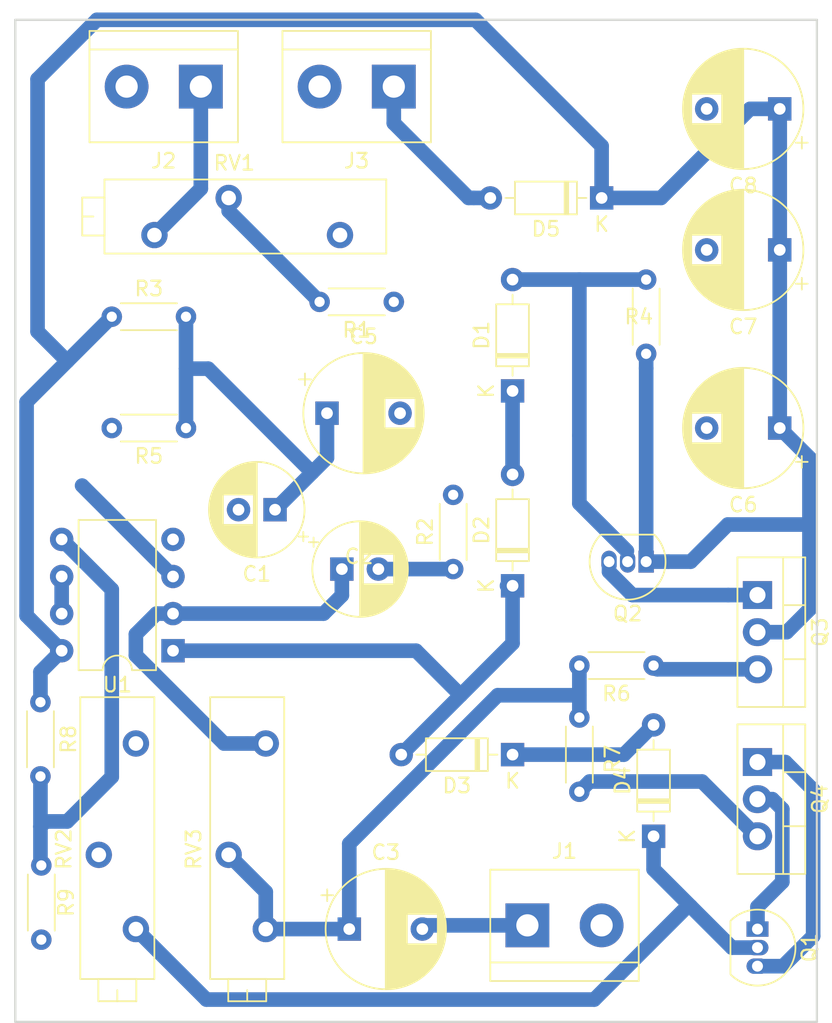
<source format=kicad_pcb>
(kicad_pcb (version 20171130) (host pcbnew "(5.0.1)-4")

  (general
    (thickness 1.6)
    (drawings 4)
    (tracks 120)
    (zones 0)
    (modules 32)
    (nets 23)
  )

  (page A4)
  (layers
    (0 F.Cu signal)
    (31 B.Cu signal)
    (32 B.Adhes user)
    (33 F.Adhes user)
    (34 B.Paste user)
    (35 F.Paste user)
    (36 B.SilkS user)
    (37 F.SilkS user)
    (38 B.Mask user)
    (39 F.Mask user)
    (40 Dwgs.User user)
    (41 Cmts.User user)
    (42 Eco1.User user)
    (43 Eco2.User user)
    (44 Edge.Cuts user)
    (45 Margin user)
    (46 B.CrtYd user)
    (47 F.CrtYd user)
    (48 B.Fab user)
    (49 F.Fab user)
  )

  (setup
    (last_trace_width 1)
    (user_trace_width 0.5)
    (user_trace_width 1)
    (trace_clearance 0.2)
    (zone_clearance 0.508)
    (zone_45_only no)
    (trace_min 0.2)
    (segment_width 0.2)
    (edge_width 0.15)
    (via_size 0.8)
    (via_drill 0.4)
    (via_min_size 0.4)
    (via_min_drill 0.3)
    (uvia_size 0.3)
    (uvia_drill 0.1)
    (uvias_allowed no)
    (uvia_min_size 0.2)
    (uvia_min_drill 0.1)
    (pcb_text_width 0.3)
    (pcb_text_size 1.5 1.5)
    (mod_edge_width 0.15)
    (mod_text_size 1 1)
    (mod_text_width 0.15)
    (pad_size 1.524 1.524)
    (pad_drill 0.762)
    (pad_to_mask_clearance 0.051)
    (solder_mask_min_width 0.25)
    (aux_axis_origin 0 0)
    (visible_elements 7FFFFFFF)
    (pcbplotparams
      (layerselection 0x010fc_ffffffff)
      (usegerberextensions false)
      (usegerberattributes false)
      (usegerberadvancedattributes false)
      (creategerberjobfile false)
      (excludeedgelayer true)
      (linewidth 0.100000)
      (plotframeref false)
      (viasonmask false)
      (mode 1)
      (useauxorigin false)
      (hpglpennumber 1)
      (hpglpenspeed 20)
      (hpglpendiameter 15.000000)
      (psnegative false)
      (psa4output false)
      (plotreference true)
      (plotvalue true)
      (plotinvisibletext false)
      (padsonsilk false)
      (subtractmaskfromsilk false)
      (outputformat 1)
      (mirror false)
      (drillshape 1)
      (scaleselection 1)
      (outputdirectory ""))
  )

  (net 0 "")
  (net 1 GND)
  (net 2 "Net-(C1-Pad1)")
  (net 3 "Net-(C2-Pad1)")
  (net 4 "Net-(C2-Pad2)")
  (net 5 "Net-(C3-Pad2)")
  (net 6 "Net-(C3-Pad1)")
  (net 7 "Net-(D1-Pad1)")
  (net 8 "Net-(D1-Pad2)")
  (net 9 "Net-(D2-Pad1)")
  (net 10 "Net-(D3-Pad1)")
  (net 11 "Net-(D4-Pad1)")
  (net 12 "Net-(J2-Pad1)")
  (net 13 "Net-(Q1-Pad3)")
  (net 14 "Net-(Q2-Pad3)")
  (net 15 "Net-(Q3-Pad3)")
  (net 16 "Net-(Q4-Pad3)")
  (net 17 "Net-(R1-Pad2)")
  (net 18 "Net-(C5-Pad2)")
  (net 19 VCC)
  (net 20 "Net-(D5-Pad2)")
  (net 21 "Net-(R8-Pad2)")
  (net 22 "Net-(U1-Pad6)")

  (net_class Default "This is the default net class."
    (clearance 0.2)
    (trace_width 0.25)
    (via_dia 0.8)
    (via_drill 0.4)
    (uvia_dia 0.3)
    (uvia_drill 0.1)
    (add_net GND)
    (add_net "Net-(C1-Pad1)")
    (add_net "Net-(C2-Pad1)")
    (add_net "Net-(C2-Pad2)")
    (add_net "Net-(C3-Pad1)")
    (add_net "Net-(C3-Pad2)")
    (add_net "Net-(C5-Pad2)")
    (add_net "Net-(D1-Pad1)")
    (add_net "Net-(D1-Pad2)")
    (add_net "Net-(D2-Pad1)")
    (add_net "Net-(D3-Pad1)")
    (add_net "Net-(D4-Pad1)")
    (add_net "Net-(D5-Pad2)")
    (add_net "Net-(J2-Pad1)")
    (add_net "Net-(Q1-Pad3)")
    (add_net "Net-(Q2-Pad3)")
    (add_net "Net-(Q3-Pad3)")
    (add_net "Net-(Q4-Pad3)")
    (add_net "Net-(R1-Pad2)")
    (add_net "Net-(R8-Pad2)")
    (add_net "Net-(U1-Pad6)")
    (add_net VCC)
  )

  (module Capacitor_THT:CP_Radial_D8.0mm_P5.00mm (layer F.Cu) (tedit 5AE50EF0) (tstamp 5C3F703C)
    (at 79.756 59.944)
    (descr "CP, Radial series, Radial, pin pitch=5.00mm, , diameter=8mm, Electrolytic Capacitor")
    (tags "CP Radial series Radial pin pitch 5.00mm  diameter 8mm Electrolytic Capacitor")
    (path /5C38D83B)
    (fp_text reference C5 (at 2.5 -5.25) (layer F.SilkS)
      (effects (font (size 1 1) (thickness 0.15)))
    )
    (fp_text value C (at 2.5 5.25) (layer F.Fab)
      (effects (font (size 1 1) (thickness 0.15)))
    )
    (fp_text user %R (at 2.5 0) (layer F.Fab)
      (effects (font (size 1 1) (thickness 0.15)))
    )
    (fp_line (start -1.509698 -2.715) (end -1.509698 -1.915) (layer F.SilkS) (width 0.12))
    (fp_line (start -1.909698 -2.315) (end -1.109698 -2.315) (layer F.SilkS) (width 0.12))
    (fp_line (start 6.581 -0.533) (end 6.581 0.533) (layer F.SilkS) (width 0.12))
    (fp_line (start 6.541 -0.768) (end 6.541 0.768) (layer F.SilkS) (width 0.12))
    (fp_line (start 6.501 -0.948) (end 6.501 0.948) (layer F.SilkS) (width 0.12))
    (fp_line (start 6.461 -1.098) (end 6.461 1.098) (layer F.SilkS) (width 0.12))
    (fp_line (start 6.421 -1.229) (end 6.421 1.229) (layer F.SilkS) (width 0.12))
    (fp_line (start 6.381 -1.346) (end 6.381 1.346) (layer F.SilkS) (width 0.12))
    (fp_line (start 6.341 -1.453) (end 6.341 1.453) (layer F.SilkS) (width 0.12))
    (fp_line (start 6.301 -1.552) (end 6.301 1.552) (layer F.SilkS) (width 0.12))
    (fp_line (start 6.261 -1.645) (end 6.261 1.645) (layer F.SilkS) (width 0.12))
    (fp_line (start 6.221 -1.731) (end 6.221 1.731) (layer F.SilkS) (width 0.12))
    (fp_line (start 6.181 -1.813) (end 6.181 1.813) (layer F.SilkS) (width 0.12))
    (fp_line (start 6.141 -1.89) (end 6.141 1.89) (layer F.SilkS) (width 0.12))
    (fp_line (start 6.101 -1.964) (end 6.101 1.964) (layer F.SilkS) (width 0.12))
    (fp_line (start 6.061 -2.034) (end 6.061 2.034) (layer F.SilkS) (width 0.12))
    (fp_line (start 6.021 1.04) (end 6.021 2.102) (layer F.SilkS) (width 0.12))
    (fp_line (start 6.021 -2.102) (end 6.021 -1.04) (layer F.SilkS) (width 0.12))
    (fp_line (start 5.981 1.04) (end 5.981 2.166) (layer F.SilkS) (width 0.12))
    (fp_line (start 5.981 -2.166) (end 5.981 -1.04) (layer F.SilkS) (width 0.12))
    (fp_line (start 5.941 1.04) (end 5.941 2.228) (layer F.SilkS) (width 0.12))
    (fp_line (start 5.941 -2.228) (end 5.941 -1.04) (layer F.SilkS) (width 0.12))
    (fp_line (start 5.901 1.04) (end 5.901 2.287) (layer F.SilkS) (width 0.12))
    (fp_line (start 5.901 -2.287) (end 5.901 -1.04) (layer F.SilkS) (width 0.12))
    (fp_line (start 5.861 1.04) (end 5.861 2.345) (layer F.SilkS) (width 0.12))
    (fp_line (start 5.861 -2.345) (end 5.861 -1.04) (layer F.SilkS) (width 0.12))
    (fp_line (start 5.821 1.04) (end 5.821 2.4) (layer F.SilkS) (width 0.12))
    (fp_line (start 5.821 -2.4) (end 5.821 -1.04) (layer F.SilkS) (width 0.12))
    (fp_line (start 5.781 1.04) (end 5.781 2.454) (layer F.SilkS) (width 0.12))
    (fp_line (start 5.781 -2.454) (end 5.781 -1.04) (layer F.SilkS) (width 0.12))
    (fp_line (start 5.741 1.04) (end 5.741 2.505) (layer F.SilkS) (width 0.12))
    (fp_line (start 5.741 -2.505) (end 5.741 -1.04) (layer F.SilkS) (width 0.12))
    (fp_line (start 5.701 1.04) (end 5.701 2.556) (layer F.SilkS) (width 0.12))
    (fp_line (start 5.701 -2.556) (end 5.701 -1.04) (layer F.SilkS) (width 0.12))
    (fp_line (start 5.661 1.04) (end 5.661 2.604) (layer F.SilkS) (width 0.12))
    (fp_line (start 5.661 -2.604) (end 5.661 -1.04) (layer F.SilkS) (width 0.12))
    (fp_line (start 5.621 1.04) (end 5.621 2.651) (layer F.SilkS) (width 0.12))
    (fp_line (start 5.621 -2.651) (end 5.621 -1.04) (layer F.SilkS) (width 0.12))
    (fp_line (start 5.581 1.04) (end 5.581 2.697) (layer F.SilkS) (width 0.12))
    (fp_line (start 5.581 -2.697) (end 5.581 -1.04) (layer F.SilkS) (width 0.12))
    (fp_line (start 5.541 1.04) (end 5.541 2.741) (layer F.SilkS) (width 0.12))
    (fp_line (start 5.541 -2.741) (end 5.541 -1.04) (layer F.SilkS) (width 0.12))
    (fp_line (start 5.501 1.04) (end 5.501 2.784) (layer F.SilkS) (width 0.12))
    (fp_line (start 5.501 -2.784) (end 5.501 -1.04) (layer F.SilkS) (width 0.12))
    (fp_line (start 5.461 1.04) (end 5.461 2.826) (layer F.SilkS) (width 0.12))
    (fp_line (start 5.461 -2.826) (end 5.461 -1.04) (layer F.SilkS) (width 0.12))
    (fp_line (start 5.421 1.04) (end 5.421 2.867) (layer F.SilkS) (width 0.12))
    (fp_line (start 5.421 -2.867) (end 5.421 -1.04) (layer F.SilkS) (width 0.12))
    (fp_line (start 5.381 1.04) (end 5.381 2.907) (layer F.SilkS) (width 0.12))
    (fp_line (start 5.381 -2.907) (end 5.381 -1.04) (layer F.SilkS) (width 0.12))
    (fp_line (start 5.341 1.04) (end 5.341 2.945) (layer F.SilkS) (width 0.12))
    (fp_line (start 5.341 -2.945) (end 5.341 -1.04) (layer F.SilkS) (width 0.12))
    (fp_line (start 5.301 1.04) (end 5.301 2.983) (layer F.SilkS) (width 0.12))
    (fp_line (start 5.301 -2.983) (end 5.301 -1.04) (layer F.SilkS) (width 0.12))
    (fp_line (start 5.261 1.04) (end 5.261 3.019) (layer F.SilkS) (width 0.12))
    (fp_line (start 5.261 -3.019) (end 5.261 -1.04) (layer F.SilkS) (width 0.12))
    (fp_line (start 5.221 1.04) (end 5.221 3.055) (layer F.SilkS) (width 0.12))
    (fp_line (start 5.221 -3.055) (end 5.221 -1.04) (layer F.SilkS) (width 0.12))
    (fp_line (start 5.181 1.04) (end 5.181 3.09) (layer F.SilkS) (width 0.12))
    (fp_line (start 5.181 -3.09) (end 5.181 -1.04) (layer F.SilkS) (width 0.12))
    (fp_line (start 5.141 1.04) (end 5.141 3.124) (layer F.SilkS) (width 0.12))
    (fp_line (start 5.141 -3.124) (end 5.141 -1.04) (layer F.SilkS) (width 0.12))
    (fp_line (start 5.101 1.04) (end 5.101 3.156) (layer F.SilkS) (width 0.12))
    (fp_line (start 5.101 -3.156) (end 5.101 -1.04) (layer F.SilkS) (width 0.12))
    (fp_line (start 5.061 1.04) (end 5.061 3.189) (layer F.SilkS) (width 0.12))
    (fp_line (start 5.061 -3.189) (end 5.061 -1.04) (layer F.SilkS) (width 0.12))
    (fp_line (start 5.021 1.04) (end 5.021 3.22) (layer F.SilkS) (width 0.12))
    (fp_line (start 5.021 -3.22) (end 5.021 -1.04) (layer F.SilkS) (width 0.12))
    (fp_line (start 4.981 1.04) (end 4.981 3.25) (layer F.SilkS) (width 0.12))
    (fp_line (start 4.981 -3.25) (end 4.981 -1.04) (layer F.SilkS) (width 0.12))
    (fp_line (start 4.941 1.04) (end 4.941 3.28) (layer F.SilkS) (width 0.12))
    (fp_line (start 4.941 -3.28) (end 4.941 -1.04) (layer F.SilkS) (width 0.12))
    (fp_line (start 4.901 1.04) (end 4.901 3.309) (layer F.SilkS) (width 0.12))
    (fp_line (start 4.901 -3.309) (end 4.901 -1.04) (layer F.SilkS) (width 0.12))
    (fp_line (start 4.861 1.04) (end 4.861 3.338) (layer F.SilkS) (width 0.12))
    (fp_line (start 4.861 -3.338) (end 4.861 -1.04) (layer F.SilkS) (width 0.12))
    (fp_line (start 4.821 1.04) (end 4.821 3.365) (layer F.SilkS) (width 0.12))
    (fp_line (start 4.821 -3.365) (end 4.821 -1.04) (layer F.SilkS) (width 0.12))
    (fp_line (start 4.781 1.04) (end 4.781 3.392) (layer F.SilkS) (width 0.12))
    (fp_line (start 4.781 -3.392) (end 4.781 -1.04) (layer F.SilkS) (width 0.12))
    (fp_line (start 4.741 1.04) (end 4.741 3.418) (layer F.SilkS) (width 0.12))
    (fp_line (start 4.741 -3.418) (end 4.741 -1.04) (layer F.SilkS) (width 0.12))
    (fp_line (start 4.701 1.04) (end 4.701 3.444) (layer F.SilkS) (width 0.12))
    (fp_line (start 4.701 -3.444) (end 4.701 -1.04) (layer F.SilkS) (width 0.12))
    (fp_line (start 4.661 1.04) (end 4.661 3.469) (layer F.SilkS) (width 0.12))
    (fp_line (start 4.661 -3.469) (end 4.661 -1.04) (layer F.SilkS) (width 0.12))
    (fp_line (start 4.621 1.04) (end 4.621 3.493) (layer F.SilkS) (width 0.12))
    (fp_line (start 4.621 -3.493) (end 4.621 -1.04) (layer F.SilkS) (width 0.12))
    (fp_line (start 4.581 1.04) (end 4.581 3.517) (layer F.SilkS) (width 0.12))
    (fp_line (start 4.581 -3.517) (end 4.581 -1.04) (layer F.SilkS) (width 0.12))
    (fp_line (start 4.541 1.04) (end 4.541 3.54) (layer F.SilkS) (width 0.12))
    (fp_line (start 4.541 -3.54) (end 4.541 -1.04) (layer F.SilkS) (width 0.12))
    (fp_line (start 4.501 1.04) (end 4.501 3.562) (layer F.SilkS) (width 0.12))
    (fp_line (start 4.501 -3.562) (end 4.501 -1.04) (layer F.SilkS) (width 0.12))
    (fp_line (start 4.461 1.04) (end 4.461 3.584) (layer F.SilkS) (width 0.12))
    (fp_line (start 4.461 -3.584) (end 4.461 -1.04) (layer F.SilkS) (width 0.12))
    (fp_line (start 4.421 1.04) (end 4.421 3.606) (layer F.SilkS) (width 0.12))
    (fp_line (start 4.421 -3.606) (end 4.421 -1.04) (layer F.SilkS) (width 0.12))
    (fp_line (start 4.381 1.04) (end 4.381 3.627) (layer F.SilkS) (width 0.12))
    (fp_line (start 4.381 -3.627) (end 4.381 -1.04) (layer F.SilkS) (width 0.12))
    (fp_line (start 4.341 1.04) (end 4.341 3.647) (layer F.SilkS) (width 0.12))
    (fp_line (start 4.341 -3.647) (end 4.341 -1.04) (layer F.SilkS) (width 0.12))
    (fp_line (start 4.301 1.04) (end 4.301 3.666) (layer F.SilkS) (width 0.12))
    (fp_line (start 4.301 -3.666) (end 4.301 -1.04) (layer F.SilkS) (width 0.12))
    (fp_line (start 4.261 1.04) (end 4.261 3.686) (layer F.SilkS) (width 0.12))
    (fp_line (start 4.261 -3.686) (end 4.261 -1.04) (layer F.SilkS) (width 0.12))
    (fp_line (start 4.221 1.04) (end 4.221 3.704) (layer F.SilkS) (width 0.12))
    (fp_line (start 4.221 -3.704) (end 4.221 -1.04) (layer F.SilkS) (width 0.12))
    (fp_line (start 4.181 1.04) (end 4.181 3.722) (layer F.SilkS) (width 0.12))
    (fp_line (start 4.181 -3.722) (end 4.181 -1.04) (layer F.SilkS) (width 0.12))
    (fp_line (start 4.141 1.04) (end 4.141 3.74) (layer F.SilkS) (width 0.12))
    (fp_line (start 4.141 -3.74) (end 4.141 -1.04) (layer F.SilkS) (width 0.12))
    (fp_line (start 4.101 1.04) (end 4.101 3.757) (layer F.SilkS) (width 0.12))
    (fp_line (start 4.101 -3.757) (end 4.101 -1.04) (layer F.SilkS) (width 0.12))
    (fp_line (start 4.061 1.04) (end 4.061 3.774) (layer F.SilkS) (width 0.12))
    (fp_line (start 4.061 -3.774) (end 4.061 -1.04) (layer F.SilkS) (width 0.12))
    (fp_line (start 4.021 1.04) (end 4.021 3.79) (layer F.SilkS) (width 0.12))
    (fp_line (start 4.021 -3.79) (end 4.021 -1.04) (layer F.SilkS) (width 0.12))
    (fp_line (start 3.981 1.04) (end 3.981 3.805) (layer F.SilkS) (width 0.12))
    (fp_line (start 3.981 -3.805) (end 3.981 -1.04) (layer F.SilkS) (width 0.12))
    (fp_line (start 3.941 -3.821) (end 3.941 3.821) (layer F.SilkS) (width 0.12))
    (fp_line (start 3.901 -3.835) (end 3.901 3.835) (layer F.SilkS) (width 0.12))
    (fp_line (start 3.861 -3.85) (end 3.861 3.85) (layer F.SilkS) (width 0.12))
    (fp_line (start 3.821 -3.863) (end 3.821 3.863) (layer F.SilkS) (width 0.12))
    (fp_line (start 3.781 -3.877) (end 3.781 3.877) (layer F.SilkS) (width 0.12))
    (fp_line (start 3.741 -3.889) (end 3.741 3.889) (layer F.SilkS) (width 0.12))
    (fp_line (start 3.701 -3.902) (end 3.701 3.902) (layer F.SilkS) (width 0.12))
    (fp_line (start 3.661 -3.914) (end 3.661 3.914) (layer F.SilkS) (width 0.12))
    (fp_line (start 3.621 -3.925) (end 3.621 3.925) (layer F.SilkS) (width 0.12))
    (fp_line (start 3.581 -3.936) (end 3.581 3.936) (layer F.SilkS) (width 0.12))
    (fp_line (start 3.541 -3.947) (end 3.541 3.947) (layer F.SilkS) (width 0.12))
    (fp_line (start 3.501 -3.957) (end 3.501 3.957) (layer F.SilkS) (width 0.12))
    (fp_line (start 3.461 -3.967) (end 3.461 3.967) (layer F.SilkS) (width 0.12))
    (fp_line (start 3.421 -3.976) (end 3.421 3.976) (layer F.SilkS) (width 0.12))
    (fp_line (start 3.381 -3.985) (end 3.381 3.985) (layer F.SilkS) (width 0.12))
    (fp_line (start 3.341 -3.994) (end 3.341 3.994) (layer F.SilkS) (width 0.12))
    (fp_line (start 3.301 -4.002) (end 3.301 4.002) (layer F.SilkS) (width 0.12))
    (fp_line (start 3.261 -4.01) (end 3.261 4.01) (layer F.SilkS) (width 0.12))
    (fp_line (start 3.221 -4.017) (end 3.221 4.017) (layer F.SilkS) (width 0.12))
    (fp_line (start 3.18 -4.024) (end 3.18 4.024) (layer F.SilkS) (width 0.12))
    (fp_line (start 3.14 -4.03) (end 3.14 4.03) (layer F.SilkS) (width 0.12))
    (fp_line (start 3.1 -4.037) (end 3.1 4.037) (layer F.SilkS) (width 0.12))
    (fp_line (start 3.06 -4.042) (end 3.06 4.042) (layer F.SilkS) (width 0.12))
    (fp_line (start 3.02 -4.048) (end 3.02 4.048) (layer F.SilkS) (width 0.12))
    (fp_line (start 2.98 -4.052) (end 2.98 4.052) (layer F.SilkS) (width 0.12))
    (fp_line (start 2.94 -4.057) (end 2.94 4.057) (layer F.SilkS) (width 0.12))
    (fp_line (start 2.9 -4.061) (end 2.9 4.061) (layer F.SilkS) (width 0.12))
    (fp_line (start 2.86 -4.065) (end 2.86 4.065) (layer F.SilkS) (width 0.12))
    (fp_line (start 2.82 -4.068) (end 2.82 4.068) (layer F.SilkS) (width 0.12))
    (fp_line (start 2.78 -4.071) (end 2.78 4.071) (layer F.SilkS) (width 0.12))
    (fp_line (start 2.74 -4.074) (end 2.74 4.074) (layer F.SilkS) (width 0.12))
    (fp_line (start 2.7 -4.076) (end 2.7 4.076) (layer F.SilkS) (width 0.12))
    (fp_line (start 2.66 -4.077) (end 2.66 4.077) (layer F.SilkS) (width 0.12))
    (fp_line (start 2.62 -4.079) (end 2.62 4.079) (layer F.SilkS) (width 0.12))
    (fp_line (start 2.58 -4.08) (end 2.58 4.08) (layer F.SilkS) (width 0.12))
    (fp_line (start 2.54 -4.08) (end 2.54 4.08) (layer F.SilkS) (width 0.12))
    (fp_line (start 2.5 -4.08) (end 2.5 4.08) (layer F.SilkS) (width 0.12))
    (fp_line (start -0.526759 -2.1475) (end -0.526759 -1.3475) (layer F.Fab) (width 0.1))
    (fp_line (start -0.926759 -1.7475) (end -0.126759 -1.7475) (layer F.Fab) (width 0.1))
    (fp_circle (center 2.5 0) (end 6.75 0) (layer F.CrtYd) (width 0.05))
    (fp_circle (center 2.5 0) (end 6.62 0) (layer F.SilkS) (width 0.12))
    (fp_circle (center 2.5 0) (end 6.5 0) (layer F.Fab) (width 0.1))
    (pad 2 thru_hole circle (at 5 0) (size 1.6 1.6) (drill 0.8) (layers *.Cu *.Mask)
      (net 18 "Net-(C5-Pad2)"))
    (pad 1 thru_hole rect (at 0 0) (size 1.6 1.6) (drill 0.8) (layers *.Cu *.Mask)
      (net 2 "Net-(C1-Pad1)"))
    (model ${KISYS3DMOD}/Capacitor_THT.3dshapes/CP_Radial_D8.0mm_P5.00mm.wrl
      (at (xyz 0 0 0))
      (scale (xyz 1 1 1))
      (rotate (xyz 0 0 0))
    )
  )

  (module Resistor_THT:R_Axial_DIN0204_L3.6mm_D1.6mm_P5.08mm_Horizontal (layer F.Cu) (tedit 5AE5139B) (tstamp 5C3F7576)
    (at 65.024 53.34)
    (descr "Resistor, Axial_DIN0204 series, Axial, Horizontal, pin pitch=5.08mm, 0.167W, length*diameter=3.6*1.6mm^2, http://cdn-reichelt.de/documents/datenblatt/B400/1_4W%23YAG.pdf")
    (tags "Resistor Axial_DIN0204 series Axial Horizontal pin pitch 5.08mm 0.167W length 3.6mm diameter 1.6mm")
    (path /5C392712)
    (fp_text reference R3 (at 2.54 -1.92) (layer F.SilkS)
      (effects (font (size 1 1) (thickness 0.15)))
    )
    (fp_text value 100k (at 2.54 1.92) (layer F.Fab)
      (effects (font (size 1 1) (thickness 0.15)))
    )
    (fp_line (start 0.74 -0.8) (end 0.74 0.8) (layer F.Fab) (width 0.1))
    (fp_line (start 0.74 0.8) (end 4.34 0.8) (layer F.Fab) (width 0.1))
    (fp_line (start 4.34 0.8) (end 4.34 -0.8) (layer F.Fab) (width 0.1))
    (fp_line (start 4.34 -0.8) (end 0.74 -0.8) (layer F.Fab) (width 0.1))
    (fp_line (start 0 0) (end 0.74 0) (layer F.Fab) (width 0.1))
    (fp_line (start 5.08 0) (end 4.34 0) (layer F.Fab) (width 0.1))
    (fp_line (start 0.62 -0.92) (end 4.46 -0.92) (layer F.SilkS) (width 0.12))
    (fp_line (start 0.62 0.92) (end 4.46 0.92) (layer F.SilkS) (width 0.12))
    (fp_line (start -0.95 -1.05) (end -0.95 1.05) (layer F.CrtYd) (width 0.05))
    (fp_line (start -0.95 1.05) (end 6.03 1.05) (layer F.CrtYd) (width 0.05))
    (fp_line (start 6.03 1.05) (end 6.03 -1.05) (layer F.CrtYd) (width 0.05))
    (fp_line (start 6.03 -1.05) (end -0.95 -1.05) (layer F.CrtYd) (width 0.05))
    (fp_text user %R (at 2.54 0) (layer F.Fab)
      (effects (font (size 0.72 0.72) (thickness 0.108)))
    )
    (pad 1 thru_hole circle (at 0 0) (size 1.4 1.4) (drill 0.7) (layers *.Cu *.Mask)
      (net 19 VCC))
    (pad 2 thru_hole oval (at 5.08 0) (size 1.4 1.4) (drill 0.7) (layers *.Cu *.Mask)
      (net 2 "Net-(C1-Pad1)"))
    (model ${KISYS3DMOD}/Resistor_THT.3dshapes/R_Axial_DIN0204_L3.6mm_D1.6mm_P5.08mm_Horizontal.wrl
      (at (xyz 0 0 0))
      (scale (xyz 1 1 1))
      (rotate (xyz 0 0 0))
    )
  )

  (module Diode_THT:D_DO-35_SOD27_P7.62mm_Horizontal (layer F.Cu) (tedit 5AE50CD5) (tstamp 5C115F94)
    (at 102.108 88.9 90)
    (descr "Diode, DO-35_SOD27 series, Axial, Horizontal, pin pitch=7.62mm, , length*diameter=4*2mm^2, , http://www.diodes.com/_files/packages/DO-35.pdf")
    (tags "Diode DO-35_SOD27 series Axial Horizontal pin pitch 7.62mm  length 4mm diameter 2mm")
    (path /5C0AA968)
    (fp_text reference D4 (at 3.81 -2.12 90) (layer F.SilkS)
      (effects (font (size 1 1) (thickness 0.15)))
    )
    (fp_text value 1N4148 (at 3.81 2.12 90) (layer F.Fab)
      (effects (font (size 1 1) (thickness 0.15)))
    )
    (fp_line (start 1.81 -1) (end 1.81 1) (layer F.Fab) (width 0.1))
    (fp_line (start 1.81 1) (end 5.81 1) (layer F.Fab) (width 0.1))
    (fp_line (start 5.81 1) (end 5.81 -1) (layer F.Fab) (width 0.1))
    (fp_line (start 5.81 -1) (end 1.81 -1) (layer F.Fab) (width 0.1))
    (fp_line (start 0 0) (end 1.81 0) (layer F.Fab) (width 0.1))
    (fp_line (start 7.62 0) (end 5.81 0) (layer F.Fab) (width 0.1))
    (fp_line (start 2.41 -1) (end 2.41 1) (layer F.Fab) (width 0.1))
    (fp_line (start 2.51 -1) (end 2.51 1) (layer F.Fab) (width 0.1))
    (fp_line (start 2.31 -1) (end 2.31 1) (layer F.Fab) (width 0.1))
    (fp_line (start 1.69 -1.12) (end 1.69 1.12) (layer F.SilkS) (width 0.12))
    (fp_line (start 1.69 1.12) (end 5.93 1.12) (layer F.SilkS) (width 0.12))
    (fp_line (start 5.93 1.12) (end 5.93 -1.12) (layer F.SilkS) (width 0.12))
    (fp_line (start 5.93 -1.12) (end 1.69 -1.12) (layer F.SilkS) (width 0.12))
    (fp_line (start 1.04 0) (end 1.69 0) (layer F.SilkS) (width 0.12))
    (fp_line (start 6.58 0) (end 5.93 0) (layer F.SilkS) (width 0.12))
    (fp_line (start 2.41 -1.12) (end 2.41 1.12) (layer F.SilkS) (width 0.12))
    (fp_line (start 2.53 -1.12) (end 2.53 1.12) (layer F.SilkS) (width 0.12))
    (fp_line (start 2.29 -1.12) (end 2.29 1.12) (layer F.SilkS) (width 0.12))
    (fp_line (start -1.05 -1.25) (end -1.05 1.25) (layer F.CrtYd) (width 0.05))
    (fp_line (start -1.05 1.25) (end 8.67 1.25) (layer F.CrtYd) (width 0.05))
    (fp_line (start 8.67 1.25) (end 8.67 -1.25) (layer F.CrtYd) (width 0.05))
    (fp_line (start 8.67 -1.25) (end -1.05 -1.25) (layer F.CrtYd) (width 0.05))
    (fp_text user %R (at 4.11 0 90) (layer F.Fab)
      (effects (font (size 0.8 0.8) (thickness 0.12)))
    )
    (fp_text user K (at 0 -1.8 90) (layer F.Fab)
      (effects (font (size 1 1) (thickness 0.15)))
    )
    (fp_text user K (at 0 -1.8 90) (layer F.SilkS)
      (effects (font (size 1 1) (thickness 0.15)))
    )
    (pad 1 thru_hole rect (at 0 0 90) (size 1.6 1.6) (drill 0.8) (layers *.Cu *.Mask)
      (net 11 "Net-(D4-Pad1)"))
    (pad 2 thru_hole oval (at 7.62 0 90) (size 1.6 1.6) (drill 0.8) (layers *.Cu *.Mask)
      (net 10 "Net-(D3-Pad1)"))
    (model ${KISYS3DMOD}/Diode_THT.3dshapes/D_DO-35_SOD27_P7.62mm_Horizontal.wrl
      (at (xyz 0 0 0))
      (scale (xyz 1 1 1))
      (rotate (xyz 0 0 0))
    )
  )

  (module TerminalBlock:TerminalBlock_bornier-2_P5.08mm (layer F.Cu) (tedit 59FF03AB) (tstamp 5C115FBE)
    (at 71.12 37.592 180)
    (descr "simple 2-pin terminal block, pitch 5.08mm, revamped version of bornier2")
    (tags "terminal block bornier2")
    (path /5C0C7417)
    (fp_text reference J2 (at 2.54 -5.08 180) (layer F.SilkS)
      (effects (font (size 1 1) (thickness 0.15)))
    )
    (fp_text value Screw_Terminal_01x02 (at 2.54 5.08 180) (layer F.Fab)
      (effects (font (size 1 1) (thickness 0.15)))
    )
    (fp_text user %R (at 2.54 0 180) (layer F.Fab)
      (effects (font (size 1 1) (thickness 0.15)))
    )
    (fp_line (start -2.41 2.55) (end 7.49 2.55) (layer F.Fab) (width 0.1))
    (fp_line (start -2.46 -3.75) (end -2.46 3.75) (layer F.Fab) (width 0.1))
    (fp_line (start -2.46 3.75) (end 7.54 3.75) (layer F.Fab) (width 0.1))
    (fp_line (start 7.54 3.75) (end 7.54 -3.75) (layer F.Fab) (width 0.1))
    (fp_line (start 7.54 -3.75) (end -2.46 -3.75) (layer F.Fab) (width 0.1))
    (fp_line (start 7.62 2.54) (end -2.54 2.54) (layer F.SilkS) (width 0.12))
    (fp_line (start 7.62 3.81) (end 7.62 -3.81) (layer F.SilkS) (width 0.12))
    (fp_line (start 7.62 -3.81) (end -2.54 -3.81) (layer F.SilkS) (width 0.12))
    (fp_line (start -2.54 -3.81) (end -2.54 3.81) (layer F.SilkS) (width 0.12))
    (fp_line (start -2.54 3.81) (end 7.62 3.81) (layer F.SilkS) (width 0.12))
    (fp_line (start -2.71 -4) (end 7.79 -4) (layer F.CrtYd) (width 0.05))
    (fp_line (start -2.71 -4) (end -2.71 4) (layer F.CrtYd) (width 0.05))
    (fp_line (start 7.79 4) (end 7.79 -4) (layer F.CrtYd) (width 0.05))
    (fp_line (start 7.79 4) (end -2.71 4) (layer F.CrtYd) (width 0.05))
    (pad 1 thru_hole rect (at 0 0 180) (size 3 3) (drill 1.52) (layers *.Cu *.Mask)
      (net 12 "Net-(J2-Pad1)"))
    (pad 2 thru_hole circle (at 5.08 0 180) (size 3 3) (drill 1.52) (layers *.Cu *.Mask)
      (net 1 GND))
    (model ${KISYS3DMOD}/TerminalBlock.3dshapes/TerminalBlock_bornier-2_P5.08mm.wrl
      (offset (xyz 2.539999961853027 0 0))
      (scale (xyz 1 1 1))
      (rotate (xyz 0 0 0))
    )
  )

  (module Potentiometer_THT:Potentiometer_Bourns_3006P_Horizontal (layer F.Cu) (tedit 5A3D4994) (tstamp 5C116093)
    (at 80.645 47.752)
    (descr "Potentiometer, horizontal, Bourns 3006P, https://www.bourns.com/docs/Product-Datasheets/3006.pdf")
    (tags "Potentiometer horizontal Bourns 3006P")
    (path /5C0C60A1)
    (fp_text reference RV1 (at -7.235 -4.935) (layer F.SilkS)
      (effects (font (size 1 1) (thickness 0.15)))
    )
    (fp_text value 100k (at -7.235 2.395) (layer F.Fab)
      (effects (font (size 1 1) (thickness 0.15)))
    )
    (fp_text user %R (at -6.475 -1.27 90) (layer F.Fab)
      (effects (font (size 1 1) (thickness 0.15)))
    )
    (fp_line (start 3.35 -3.95) (end -17.8 -3.95) (layer F.CrtYd) (width 0.05))
    (fp_line (start 3.35 1.4) (end 3.35 -3.95) (layer F.CrtYd) (width 0.05))
    (fp_line (start -17.8 1.4) (end 3.35 1.4) (layer F.CrtYd) (width 0.05))
    (fp_line (start -17.8 -3.95) (end -17.8 1.4) (layer F.CrtYd) (width 0.05))
    (fp_line (start -17.64 -1.27) (end -16.881 -1.27) (layer F.SilkS) (width 0.12))
    (fp_line (start -16.121 -2.569) (end -16.121 0.03) (layer F.SilkS) (width 0.12))
    (fp_line (start -17.64 -2.569) (end -17.64 0.03) (layer F.SilkS) (width 0.12))
    (fp_line (start -17.64 0.03) (end -16.121 0.03) (layer F.SilkS) (width 0.12))
    (fp_line (start -17.64 -2.569) (end -16.121 -2.569) (layer F.SilkS) (width 0.12))
    (fp_line (start 3.17 -3.805) (end 3.17 1.265) (layer F.SilkS) (width 0.12))
    (fp_line (start -16.12 -3.805) (end -16.12 1.265) (layer F.SilkS) (width 0.12))
    (fp_line (start -16.12 1.265) (end 3.17 1.265) (layer F.SilkS) (width 0.12))
    (fp_line (start -16.12 -3.805) (end 3.17 -3.805) (layer F.SilkS) (width 0.12))
    (fp_line (start -17.52 -1.27) (end -16.76 -1.27) (layer F.Fab) (width 0.1))
    (fp_line (start -16 -2.45) (end -17.52 -2.45) (layer F.Fab) (width 0.1))
    (fp_line (start -16 -0.09) (end -16 -2.45) (layer F.Fab) (width 0.1))
    (fp_line (start -17.52 -0.09) (end -16 -0.09) (layer F.Fab) (width 0.1))
    (fp_line (start -17.52 -2.45) (end -17.52 -0.09) (layer F.Fab) (width 0.1))
    (fp_line (start 3.05 -3.685) (end -16 -3.685) (layer F.Fab) (width 0.1))
    (fp_line (start 3.05 1.145) (end 3.05 -3.685) (layer F.Fab) (width 0.1))
    (fp_line (start -16 1.145) (end 3.05 1.145) (layer F.Fab) (width 0.1))
    (fp_line (start -16 -3.685) (end -16 1.145) (layer F.Fab) (width 0.1))
    (pad 3 thru_hole circle (at -12.7 0) (size 1.8 1.8) (drill 1) (layers *.Cu *.Mask)
      (net 12 "Net-(J2-Pad1)"))
    (pad 2 thru_hole circle (at -7.62 -2.54) (size 1.8 1.8) (drill 1) (layers *.Cu *.Mask)
      (net 17 "Net-(R1-Pad2)"))
    (pad 1 thru_hole circle (at 0 0) (size 1.8 1.8) (drill 1) (layers *.Cu *.Mask)
      (net 1 GND))
    (model ${KISYS3DMOD}/Potentiometer_THT.3dshapes/Potentiometer_Bourns_3006P_Horizontal.wrl
      (at (xyz 0 0 0))
      (scale (xyz 1 1 1))
      (rotate (xyz 0 0 0))
    )
  )

  (module Package_TO_SOT_THT:TO-92_Inline (layer F.Cu) (tedit 5A1DD157) (tstamp 5C115FD0)
    (at 109.22 95.25 270)
    (descr "TO-92 leads in-line, narrow, oval pads, drill 0.75mm (see NXP sot054_po.pdf)")
    (tags "to-92 sc-43 sc-43a sot54 PA33 transistor")
    (path /5C0ABA83)
    (fp_text reference Q1 (at 1.27 -3.56 270) (layer F.SilkS)
      (effects (font (size 1 1) (thickness 0.15)))
    )
    (fp_text value BC556 (at 1.27 2.79 270) (layer F.Fab)
      (effects (font (size 1 1) (thickness 0.15)))
    )
    (fp_arc (start 1.27 0) (end 1.27 -2.6) (angle 135) (layer F.SilkS) (width 0.12))
    (fp_arc (start 1.27 0) (end 1.27 -2.48) (angle -135) (layer F.Fab) (width 0.1))
    (fp_arc (start 1.27 0) (end 1.27 -2.6) (angle -135) (layer F.SilkS) (width 0.12))
    (fp_arc (start 1.27 0) (end 1.27 -2.48) (angle 135) (layer F.Fab) (width 0.1))
    (fp_line (start 4 2.01) (end -1.46 2.01) (layer F.CrtYd) (width 0.05))
    (fp_line (start 4 2.01) (end 4 -2.73) (layer F.CrtYd) (width 0.05))
    (fp_line (start -1.46 -2.73) (end -1.46 2.01) (layer F.CrtYd) (width 0.05))
    (fp_line (start -1.46 -2.73) (end 4 -2.73) (layer F.CrtYd) (width 0.05))
    (fp_line (start -0.5 1.75) (end 3 1.75) (layer F.Fab) (width 0.1))
    (fp_line (start -0.53 1.85) (end 3.07 1.85) (layer F.SilkS) (width 0.12))
    (fp_text user %R (at 1.27 -3.56 270) (layer F.Fab)
      (effects (font (size 1 1) (thickness 0.15)))
    )
    (pad 1 thru_hole rect (at 0 0 270) (size 1.05 1.5) (drill 0.75) (layers *.Cu *.Mask)
      (net 1 GND))
    (pad 3 thru_hole oval (at 2.54 0 270) (size 1.05 1.5) (drill 0.75) (layers *.Cu *.Mask)
      (net 13 "Net-(Q1-Pad3)"))
    (pad 2 thru_hole oval (at 1.27 0 270) (size 1.05 1.5) (drill 0.75) (layers *.Cu *.Mask)
      (net 11 "Net-(D4-Pad1)"))
    (model ${KISYS3DMOD}/Package_TO_SOT_THT.3dshapes/TO-92_Inline.wrl
      (at (xyz 0 0 0))
      (scale (xyz 1 1 1))
      (rotate (xyz 0 0 0))
    )
  )

  (module Package_DIP:DIP-8_W7.62mm (layer F.Cu) (tedit 5A02E8C5) (tstamp 5C1160EA)
    (at 69.215 76.2 180)
    (descr "8-lead though-hole mounted DIP package, row spacing 7.62 mm (300 mils)")
    (tags "THT DIP DIL PDIP 2.54mm 7.62mm 300mil")
    (path /5C0A99E6)
    (fp_text reference U1 (at 3.81 -2.33 180) (layer F.SilkS)
      (effects (font (size 1 1) (thickness 0.15)))
    )
    (fp_text value TL072 (at 3.81 9.95 180) (layer F.Fab)
      (effects (font (size 1 1) (thickness 0.15)))
    )
    (fp_text user %R (at 3.81 3.81 180) (layer F.Fab)
      (effects (font (size 1 1) (thickness 0.15)))
    )
    (fp_line (start 8.7 -1.55) (end -1.1 -1.55) (layer F.CrtYd) (width 0.05))
    (fp_line (start 8.7 9.15) (end 8.7 -1.55) (layer F.CrtYd) (width 0.05))
    (fp_line (start -1.1 9.15) (end 8.7 9.15) (layer F.CrtYd) (width 0.05))
    (fp_line (start -1.1 -1.55) (end -1.1 9.15) (layer F.CrtYd) (width 0.05))
    (fp_line (start 6.46 -1.33) (end 4.81 -1.33) (layer F.SilkS) (width 0.12))
    (fp_line (start 6.46 8.95) (end 6.46 -1.33) (layer F.SilkS) (width 0.12))
    (fp_line (start 1.16 8.95) (end 6.46 8.95) (layer F.SilkS) (width 0.12))
    (fp_line (start 1.16 -1.33) (end 1.16 8.95) (layer F.SilkS) (width 0.12))
    (fp_line (start 2.81 -1.33) (end 1.16 -1.33) (layer F.SilkS) (width 0.12))
    (fp_line (start 0.635 -0.27) (end 1.635 -1.27) (layer F.Fab) (width 0.1))
    (fp_line (start 0.635 8.89) (end 0.635 -0.27) (layer F.Fab) (width 0.1))
    (fp_line (start 6.985 8.89) (end 0.635 8.89) (layer F.Fab) (width 0.1))
    (fp_line (start 6.985 -1.27) (end 6.985 8.89) (layer F.Fab) (width 0.1))
    (fp_line (start 1.635 -1.27) (end 6.985 -1.27) (layer F.Fab) (width 0.1))
    (fp_arc (start 3.81 -1.33) (end 2.81 -1.33) (angle -180) (layer F.SilkS) (width 0.12))
    (pad 8 thru_hole oval (at 7.62 0 180) (size 1.6 1.6) (drill 0.8) (layers *.Cu *.Mask)
      (net 19 VCC))
    (pad 4 thru_hole oval (at 0 7.62 180) (size 1.6 1.6) (drill 0.8) (layers *.Cu *.Mask)
      (net 1 GND))
    (pad 7 thru_hole oval (at 7.62 2.54 180) (size 1.6 1.6) (drill 0.8) (layers *.Cu *.Mask)
      (net 22 "Net-(U1-Pad6)"))
    (pad 3 thru_hole oval (at 0 5.08 180) (size 1.6 1.6) (drill 0.8) (layers *.Cu *.Mask)
      (net 2 "Net-(C1-Pad1)"))
    (pad 6 thru_hole oval (at 7.62 5.08 180) (size 1.6 1.6) (drill 0.8) (layers *.Cu *.Mask)
      (net 22 "Net-(U1-Pad6)"))
    (pad 2 thru_hole oval (at 0 2.54 180) (size 1.6 1.6) (drill 0.8) (layers *.Cu *.Mask)
      (net 3 "Net-(C2-Pad1)"))
    (pad 5 thru_hole oval (at 7.62 7.62 180) (size 1.6 1.6) (drill 0.8) (layers *.Cu *.Mask)
      (net 21 "Net-(R8-Pad2)"))
    (pad 1 thru_hole rect (at 0 0 180) (size 1.6 1.6) (drill 0.8) (layers *.Cu *.Mask)
      (net 9 "Net-(D2-Pad1)"))
    (model ${KISYS3DMOD}/Package_DIP.3dshapes/DIP-8_W7.62mm.wrl
      (at (xyz 0 0 0))
      (scale (xyz 1 1 1))
      (rotate (xyz 0 0 0))
    )
  )

  (module Capacitor_THT:CP_Radial_D6.3mm_P2.50mm (layer F.Cu) (tedit 5AE50EF0) (tstamp 5C115D32)
    (at 76.2 66.548 180)
    (descr "CP, Radial series, Radial, pin pitch=2.50mm, , diameter=6.3mm, Electrolytic Capacitor")
    (tags "CP Radial series Radial pin pitch 2.50mm  diameter 6.3mm Electrolytic Capacitor")
    (path /5C0D155A)
    (fp_text reference C1 (at 1.25 -4.4 180) (layer F.SilkS)
      (effects (font (size 1 1) (thickness 0.15)))
    )
    (fp_text value 1n (at 1.25 4.4 180) (layer F.Fab)
      (effects (font (size 1 1) (thickness 0.15)))
    )
    (fp_text user %R (at 1.25 0 180) (layer F.Fab)
      (effects (font (size 1 1) (thickness 0.15)))
    )
    (fp_line (start -1.935241 -2.154) (end -1.935241 -1.524) (layer F.SilkS) (width 0.12))
    (fp_line (start -2.250241 -1.839) (end -1.620241 -1.839) (layer F.SilkS) (width 0.12))
    (fp_line (start 4.491 -0.402) (end 4.491 0.402) (layer F.SilkS) (width 0.12))
    (fp_line (start 4.451 -0.633) (end 4.451 0.633) (layer F.SilkS) (width 0.12))
    (fp_line (start 4.411 -0.802) (end 4.411 0.802) (layer F.SilkS) (width 0.12))
    (fp_line (start 4.371 -0.94) (end 4.371 0.94) (layer F.SilkS) (width 0.12))
    (fp_line (start 4.331 -1.059) (end 4.331 1.059) (layer F.SilkS) (width 0.12))
    (fp_line (start 4.291 -1.165) (end 4.291 1.165) (layer F.SilkS) (width 0.12))
    (fp_line (start 4.251 -1.262) (end 4.251 1.262) (layer F.SilkS) (width 0.12))
    (fp_line (start 4.211 -1.35) (end 4.211 1.35) (layer F.SilkS) (width 0.12))
    (fp_line (start 4.171 -1.432) (end 4.171 1.432) (layer F.SilkS) (width 0.12))
    (fp_line (start 4.131 -1.509) (end 4.131 1.509) (layer F.SilkS) (width 0.12))
    (fp_line (start 4.091 -1.581) (end 4.091 1.581) (layer F.SilkS) (width 0.12))
    (fp_line (start 4.051 -1.65) (end 4.051 1.65) (layer F.SilkS) (width 0.12))
    (fp_line (start 4.011 -1.714) (end 4.011 1.714) (layer F.SilkS) (width 0.12))
    (fp_line (start 3.971 -1.776) (end 3.971 1.776) (layer F.SilkS) (width 0.12))
    (fp_line (start 3.931 -1.834) (end 3.931 1.834) (layer F.SilkS) (width 0.12))
    (fp_line (start 3.891 -1.89) (end 3.891 1.89) (layer F.SilkS) (width 0.12))
    (fp_line (start 3.851 -1.944) (end 3.851 1.944) (layer F.SilkS) (width 0.12))
    (fp_line (start 3.811 -1.995) (end 3.811 1.995) (layer F.SilkS) (width 0.12))
    (fp_line (start 3.771 -2.044) (end 3.771 2.044) (layer F.SilkS) (width 0.12))
    (fp_line (start 3.731 -2.092) (end 3.731 2.092) (layer F.SilkS) (width 0.12))
    (fp_line (start 3.691 -2.137) (end 3.691 2.137) (layer F.SilkS) (width 0.12))
    (fp_line (start 3.651 -2.182) (end 3.651 2.182) (layer F.SilkS) (width 0.12))
    (fp_line (start 3.611 -2.224) (end 3.611 2.224) (layer F.SilkS) (width 0.12))
    (fp_line (start 3.571 -2.265) (end 3.571 2.265) (layer F.SilkS) (width 0.12))
    (fp_line (start 3.531 1.04) (end 3.531 2.305) (layer F.SilkS) (width 0.12))
    (fp_line (start 3.531 -2.305) (end 3.531 -1.04) (layer F.SilkS) (width 0.12))
    (fp_line (start 3.491 1.04) (end 3.491 2.343) (layer F.SilkS) (width 0.12))
    (fp_line (start 3.491 -2.343) (end 3.491 -1.04) (layer F.SilkS) (width 0.12))
    (fp_line (start 3.451 1.04) (end 3.451 2.38) (layer F.SilkS) (width 0.12))
    (fp_line (start 3.451 -2.38) (end 3.451 -1.04) (layer F.SilkS) (width 0.12))
    (fp_line (start 3.411 1.04) (end 3.411 2.416) (layer F.SilkS) (width 0.12))
    (fp_line (start 3.411 -2.416) (end 3.411 -1.04) (layer F.SilkS) (width 0.12))
    (fp_line (start 3.371 1.04) (end 3.371 2.45) (layer F.SilkS) (width 0.12))
    (fp_line (start 3.371 -2.45) (end 3.371 -1.04) (layer F.SilkS) (width 0.12))
    (fp_line (start 3.331 1.04) (end 3.331 2.484) (layer F.SilkS) (width 0.12))
    (fp_line (start 3.331 -2.484) (end 3.331 -1.04) (layer F.SilkS) (width 0.12))
    (fp_line (start 3.291 1.04) (end 3.291 2.516) (layer F.SilkS) (width 0.12))
    (fp_line (start 3.291 -2.516) (end 3.291 -1.04) (layer F.SilkS) (width 0.12))
    (fp_line (start 3.251 1.04) (end 3.251 2.548) (layer F.SilkS) (width 0.12))
    (fp_line (start 3.251 -2.548) (end 3.251 -1.04) (layer F.SilkS) (width 0.12))
    (fp_line (start 3.211 1.04) (end 3.211 2.578) (layer F.SilkS) (width 0.12))
    (fp_line (start 3.211 -2.578) (end 3.211 -1.04) (layer F.SilkS) (width 0.12))
    (fp_line (start 3.171 1.04) (end 3.171 2.607) (layer F.SilkS) (width 0.12))
    (fp_line (start 3.171 -2.607) (end 3.171 -1.04) (layer F.SilkS) (width 0.12))
    (fp_line (start 3.131 1.04) (end 3.131 2.636) (layer F.SilkS) (width 0.12))
    (fp_line (start 3.131 -2.636) (end 3.131 -1.04) (layer F.SilkS) (width 0.12))
    (fp_line (start 3.091 1.04) (end 3.091 2.664) (layer F.SilkS) (width 0.12))
    (fp_line (start 3.091 -2.664) (end 3.091 -1.04) (layer F.SilkS) (width 0.12))
    (fp_line (start 3.051 1.04) (end 3.051 2.69) (layer F.SilkS) (width 0.12))
    (fp_line (start 3.051 -2.69) (end 3.051 -1.04) (layer F.SilkS) (width 0.12))
    (fp_line (start 3.011 1.04) (end 3.011 2.716) (layer F.SilkS) (width 0.12))
    (fp_line (start 3.011 -2.716) (end 3.011 -1.04) (layer F.SilkS) (width 0.12))
    (fp_line (start 2.971 1.04) (end 2.971 2.742) (layer F.SilkS) (width 0.12))
    (fp_line (start 2.971 -2.742) (end 2.971 -1.04) (layer F.SilkS) (width 0.12))
    (fp_line (start 2.931 1.04) (end 2.931 2.766) (layer F.SilkS) (width 0.12))
    (fp_line (start 2.931 -2.766) (end 2.931 -1.04) (layer F.SilkS) (width 0.12))
    (fp_line (start 2.891 1.04) (end 2.891 2.79) (layer F.SilkS) (width 0.12))
    (fp_line (start 2.891 -2.79) (end 2.891 -1.04) (layer F.SilkS) (width 0.12))
    (fp_line (start 2.851 1.04) (end 2.851 2.812) (layer F.SilkS) (width 0.12))
    (fp_line (start 2.851 -2.812) (end 2.851 -1.04) (layer F.SilkS) (width 0.12))
    (fp_line (start 2.811 1.04) (end 2.811 2.834) (layer F.SilkS) (width 0.12))
    (fp_line (start 2.811 -2.834) (end 2.811 -1.04) (layer F.SilkS) (width 0.12))
    (fp_line (start 2.771 1.04) (end 2.771 2.856) (layer F.SilkS) (width 0.12))
    (fp_line (start 2.771 -2.856) (end 2.771 -1.04) (layer F.SilkS) (width 0.12))
    (fp_line (start 2.731 1.04) (end 2.731 2.876) (layer F.SilkS) (width 0.12))
    (fp_line (start 2.731 -2.876) (end 2.731 -1.04) (layer F.SilkS) (width 0.12))
    (fp_line (start 2.691 1.04) (end 2.691 2.896) (layer F.SilkS) (width 0.12))
    (fp_line (start 2.691 -2.896) (end 2.691 -1.04) (layer F.SilkS) (width 0.12))
    (fp_line (start 2.651 1.04) (end 2.651 2.916) (layer F.SilkS) (width 0.12))
    (fp_line (start 2.651 -2.916) (end 2.651 -1.04) (layer F.SilkS) (width 0.12))
    (fp_line (start 2.611 1.04) (end 2.611 2.934) (layer F.SilkS) (width 0.12))
    (fp_line (start 2.611 -2.934) (end 2.611 -1.04) (layer F.SilkS) (width 0.12))
    (fp_line (start 2.571 1.04) (end 2.571 2.952) (layer F.SilkS) (width 0.12))
    (fp_line (start 2.571 -2.952) (end 2.571 -1.04) (layer F.SilkS) (width 0.12))
    (fp_line (start 2.531 1.04) (end 2.531 2.97) (layer F.SilkS) (width 0.12))
    (fp_line (start 2.531 -2.97) (end 2.531 -1.04) (layer F.SilkS) (width 0.12))
    (fp_line (start 2.491 1.04) (end 2.491 2.986) (layer F.SilkS) (width 0.12))
    (fp_line (start 2.491 -2.986) (end 2.491 -1.04) (layer F.SilkS) (width 0.12))
    (fp_line (start 2.451 1.04) (end 2.451 3.002) (layer F.SilkS) (width 0.12))
    (fp_line (start 2.451 -3.002) (end 2.451 -1.04) (layer F.SilkS) (width 0.12))
    (fp_line (start 2.411 1.04) (end 2.411 3.018) (layer F.SilkS) (width 0.12))
    (fp_line (start 2.411 -3.018) (end 2.411 -1.04) (layer F.SilkS) (width 0.12))
    (fp_line (start 2.371 1.04) (end 2.371 3.033) (layer F.SilkS) (width 0.12))
    (fp_line (start 2.371 -3.033) (end 2.371 -1.04) (layer F.SilkS) (width 0.12))
    (fp_line (start 2.331 1.04) (end 2.331 3.047) (layer F.SilkS) (width 0.12))
    (fp_line (start 2.331 -3.047) (end 2.331 -1.04) (layer F.SilkS) (width 0.12))
    (fp_line (start 2.291 1.04) (end 2.291 3.061) (layer F.SilkS) (width 0.12))
    (fp_line (start 2.291 -3.061) (end 2.291 -1.04) (layer F.SilkS) (width 0.12))
    (fp_line (start 2.251 1.04) (end 2.251 3.074) (layer F.SilkS) (width 0.12))
    (fp_line (start 2.251 -3.074) (end 2.251 -1.04) (layer F.SilkS) (width 0.12))
    (fp_line (start 2.211 1.04) (end 2.211 3.086) (layer F.SilkS) (width 0.12))
    (fp_line (start 2.211 -3.086) (end 2.211 -1.04) (layer F.SilkS) (width 0.12))
    (fp_line (start 2.171 1.04) (end 2.171 3.098) (layer F.SilkS) (width 0.12))
    (fp_line (start 2.171 -3.098) (end 2.171 -1.04) (layer F.SilkS) (width 0.12))
    (fp_line (start 2.131 1.04) (end 2.131 3.11) (layer F.SilkS) (width 0.12))
    (fp_line (start 2.131 -3.11) (end 2.131 -1.04) (layer F.SilkS) (width 0.12))
    (fp_line (start 2.091 1.04) (end 2.091 3.121) (layer F.SilkS) (width 0.12))
    (fp_line (start 2.091 -3.121) (end 2.091 -1.04) (layer F.SilkS) (width 0.12))
    (fp_line (start 2.051 1.04) (end 2.051 3.131) (layer F.SilkS) (width 0.12))
    (fp_line (start 2.051 -3.131) (end 2.051 -1.04) (layer F.SilkS) (width 0.12))
    (fp_line (start 2.011 1.04) (end 2.011 3.141) (layer F.SilkS) (width 0.12))
    (fp_line (start 2.011 -3.141) (end 2.011 -1.04) (layer F.SilkS) (width 0.12))
    (fp_line (start 1.971 1.04) (end 1.971 3.15) (layer F.SilkS) (width 0.12))
    (fp_line (start 1.971 -3.15) (end 1.971 -1.04) (layer F.SilkS) (width 0.12))
    (fp_line (start 1.93 1.04) (end 1.93 3.159) (layer F.SilkS) (width 0.12))
    (fp_line (start 1.93 -3.159) (end 1.93 -1.04) (layer F.SilkS) (width 0.12))
    (fp_line (start 1.89 1.04) (end 1.89 3.167) (layer F.SilkS) (width 0.12))
    (fp_line (start 1.89 -3.167) (end 1.89 -1.04) (layer F.SilkS) (width 0.12))
    (fp_line (start 1.85 1.04) (end 1.85 3.175) (layer F.SilkS) (width 0.12))
    (fp_line (start 1.85 -3.175) (end 1.85 -1.04) (layer F.SilkS) (width 0.12))
    (fp_line (start 1.81 1.04) (end 1.81 3.182) (layer F.SilkS) (width 0.12))
    (fp_line (start 1.81 -3.182) (end 1.81 -1.04) (layer F.SilkS) (width 0.12))
    (fp_line (start 1.77 1.04) (end 1.77 3.189) (layer F.SilkS) (width 0.12))
    (fp_line (start 1.77 -3.189) (end 1.77 -1.04) (layer F.SilkS) (width 0.12))
    (fp_line (start 1.73 1.04) (end 1.73 3.195) (layer F.SilkS) (width 0.12))
    (fp_line (start 1.73 -3.195) (end 1.73 -1.04) (layer F.SilkS) (width 0.12))
    (fp_line (start 1.69 1.04) (end 1.69 3.201) (layer F.SilkS) (width 0.12))
    (fp_line (start 1.69 -3.201) (end 1.69 -1.04) (layer F.SilkS) (width 0.12))
    (fp_line (start 1.65 1.04) (end 1.65 3.206) (layer F.SilkS) (width 0.12))
    (fp_line (start 1.65 -3.206) (end 1.65 -1.04) (layer F.SilkS) (width 0.12))
    (fp_line (start 1.61 1.04) (end 1.61 3.211) (layer F.SilkS) (width 0.12))
    (fp_line (start 1.61 -3.211) (end 1.61 -1.04) (layer F.SilkS) (width 0.12))
    (fp_line (start 1.57 1.04) (end 1.57 3.215) (layer F.SilkS) (width 0.12))
    (fp_line (start 1.57 -3.215) (end 1.57 -1.04) (layer F.SilkS) (width 0.12))
    (fp_line (start 1.53 1.04) (end 1.53 3.218) (layer F.SilkS) (width 0.12))
    (fp_line (start 1.53 -3.218) (end 1.53 -1.04) (layer F.SilkS) (width 0.12))
    (fp_line (start 1.49 1.04) (end 1.49 3.222) (layer F.SilkS) (width 0.12))
    (fp_line (start 1.49 -3.222) (end 1.49 -1.04) (layer F.SilkS) (width 0.12))
    (fp_line (start 1.45 -3.224) (end 1.45 3.224) (layer F.SilkS) (width 0.12))
    (fp_line (start 1.41 -3.227) (end 1.41 3.227) (layer F.SilkS) (width 0.12))
    (fp_line (start 1.37 -3.228) (end 1.37 3.228) (layer F.SilkS) (width 0.12))
    (fp_line (start 1.33 -3.23) (end 1.33 3.23) (layer F.SilkS) (width 0.12))
    (fp_line (start 1.29 -3.23) (end 1.29 3.23) (layer F.SilkS) (width 0.12))
    (fp_line (start 1.25 -3.23) (end 1.25 3.23) (layer F.SilkS) (width 0.12))
    (fp_line (start -1.128972 -1.6885) (end -1.128972 -1.0585) (layer F.Fab) (width 0.1))
    (fp_line (start -1.443972 -1.3735) (end -0.813972 -1.3735) (layer F.Fab) (width 0.1))
    (fp_circle (center 1.25 0) (end 4.65 0) (layer F.CrtYd) (width 0.05))
    (fp_circle (center 1.25 0) (end 4.52 0) (layer F.SilkS) (width 0.12))
    (fp_circle (center 1.25 0) (end 4.4 0) (layer F.Fab) (width 0.1))
    (pad 2 thru_hole circle (at 2.5 0 180) (size 1.6 1.6) (drill 0.8) (layers *.Cu *.Mask)
      (net 1 GND))
    (pad 1 thru_hole rect (at 0 0 180) (size 1.6 1.6) (drill 0.8) (layers *.Cu *.Mask)
      (net 2 "Net-(C1-Pad1)"))
    (model ${KISYS3DMOD}/Capacitor_THT.3dshapes/CP_Radial_D6.3mm_P2.50mm.wrl
      (at (xyz 0 0 0))
      (scale (xyz 1 1 1))
      (rotate (xyz 0 0 0))
    )
  )

  (module Capacitor_THT:CP_Radial_D6.3mm_P2.50mm (layer F.Cu) (tedit 5AE50EF0) (tstamp 5C3F6E6E)
    (at 80.772 70.612)
    (descr "CP, Radial series, Radial, pin pitch=2.50mm, , diameter=6.3mm, Electrolytic Capacitor")
    (tags "CP Radial series Radial pin pitch 2.50mm  diameter 6.3mm Electrolytic Capacitor")
    (path /5C0A9943)
    (fp_text reference C2 (at 1.179758 -0.865001) (layer F.SilkS)
      (effects (font (size 1 1) (thickness 0.15)))
    )
    (fp_text value 10u (at 1.25 4.4) (layer F.Fab)
      (effects (font (size 1 1) (thickness 0.15)))
    )
    (fp_circle (center 1.25 0) (end 4.4 0) (layer F.Fab) (width 0.1))
    (fp_circle (center 1.25 0) (end 4.52 0) (layer F.SilkS) (width 0.12))
    (fp_circle (center 1.25 0) (end 4.65 0) (layer F.CrtYd) (width 0.05))
    (fp_line (start -1.443972 -1.3735) (end -0.813972 -1.3735) (layer F.Fab) (width 0.1))
    (fp_line (start -1.128972 -1.6885) (end -1.128972 -1.0585) (layer F.Fab) (width 0.1))
    (fp_line (start 1.25 -3.23) (end 1.25 3.23) (layer F.SilkS) (width 0.12))
    (fp_line (start 1.29 -3.23) (end 1.29 3.23) (layer F.SilkS) (width 0.12))
    (fp_line (start 1.33 -3.23) (end 1.33 3.23) (layer F.SilkS) (width 0.12))
    (fp_line (start 1.37 -3.228) (end 1.37 3.228) (layer F.SilkS) (width 0.12))
    (fp_line (start 1.41 -3.227) (end 1.41 3.227) (layer F.SilkS) (width 0.12))
    (fp_line (start 1.45 -3.224) (end 1.45 3.224) (layer F.SilkS) (width 0.12))
    (fp_line (start 1.49 -3.222) (end 1.49 -1.04) (layer F.SilkS) (width 0.12))
    (fp_line (start 1.49 1.04) (end 1.49 3.222) (layer F.SilkS) (width 0.12))
    (fp_line (start 1.53 -3.218) (end 1.53 -1.04) (layer F.SilkS) (width 0.12))
    (fp_line (start 1.53 1.04) (end 1.53 3.218) (layer F.SilkS) (width 0.12))
    (fp_line (start 1.57 -3.215) (end 1.57 -1.04) (layer F.SilkS) (width 0.12))
    (fp_line (start 1.57 1.04) (end 1.57 3.215) (layer F.SilkS) (width 0.12))
    (fp_line (start 1.61 -3.211) (end 1.61 -1.04) (layer F.SilkS) (width 0.12))
    (fp_line (start 1.61 1.04) (end 1.61 3.211) (layer F.SilkS) (width 0.12))
    (fp_line (start 1.65 -3.206) (end 1.65 -1.04) (layer F.SilkS) (width 0.12))
    (fp_line (start 1.65 1.04) (end 1.65 3.206) (layer F.SilkS) (width 0.12))
    (fp_line (start 1.69 -3.201) (end 1.69 -1.04) (layer F.SilkS) (width 0.12))
    (fp_line (start 1.69 1.04) (end 1.69 3.201) (layer F.SilkS) (width 0.12))
    (fp_line (start 1.73 -3.195) (end 1.73 -1.04) (layer F.SilkS) (width 0.12))
    (fp_line (start 1.73 1.04) (end 1.73 3.195) (layer F.SilkS) (width 0.12))
    (fp_line (start 1.77 -3.189) (end 1.77 -1.04) (layer F.SilkS) (width 0.12))
    (fp_line (start 1.77 1.04) (end 1.77 3.189) (layer F.SilkS) (width 0.12))
    (fp_line (start 1.81 -3.182) (end 1.81 -1.04) (layer F.SilkS) (width 0.12))
    (fp_line (start 1.81 1.04) (end 1.81 3.182) (layer F.SilkS) (width 0.12))
    (fp_line (start 1.85 -3.175) (end 1.85 -1.04) (layer F.SilkS) (width 0.12))
    (fp_line (start 1.85 1.04) (end 1.85 3.175) (layer F.SilkS) (width 0.12))
    (fp_line (start 1.89 -3.167) (end 1.89 -1.04) (layer F.SilkS) (width 0.12))
    (fp_line (start 1.89 1.04) (end 1.89 3.167) (layer F.SilkS) (width 0.12))
    (fp_line (start 1.93 -3.159) (end 1.93 -1.04) (layer F.SilkS) (width 0.12))
    (fp_line (start 1.93 1.04) (end 1.93 3.159) (layer F.SilkS) (width 0.12))
    (fp_line (start 1.971 -3.15) (end 1.971 -1.04) (layer F.SilkS) (width 0.12))
    (fp_line (start 1.971 1.04) (end 1.971 3.15) (layer F.SilkS) (width 0.12))
    (fp_line (start 2.011 -3.141) (end 2.011 -1.04) (layer F.SilkS) (width 0.12))
    (fp_line (start 2.011 1.04) (end 2.011 3.141) (layer F.SilkS) (width 0.12))
    (fp_line (start 2.051 -3.131) (end 2.051 -1.04) (layer F.SilkS) (width 0.12))
    (fp_line (start 2.051 1.04) (end 2.051 3.131) (layer F.SilkS) (width 0.12))
    (fp_line (start 2.091 -3.121) (end 2.091 -1.04) (layer F.SilkS) (width 0.12))
    (fp_line (start 2.091 1.04) (end 2.091 3.121) (layer F.SilkS) (width 0.12))
    (fp_line (start 2.131 -3.11) (end 2.131 -1.04) (layer F.SilkS) (width 0.12))
    (fp_line (start 2.131 1.04) (end 2.131 3.11) (layer F.SilkS) (width 0.12))
    (fp_line (start 2.171 -3.098) (end 2.171 -1.04) (layer F.SilkS) (width 0.12))
    (fp_line (start 2.171 1.04) (end 2.171 3.098) (layer F.SilkS) (width 0.12))
    (fp_line (start 2.211 -3.086) (end 2.211 -1.04) (layer F.SilkS) (width 0.12))
    (fp_line (start 2.211 1.04) (end 2.211 3.086) (layer F.SilkS) (width 0.12))
    (fp_line (start 2.251 -3.074) (end 2.251 -1.04) (layer F.SilkS) (width 0.12))
    (fp_line (start 2.251 1.04) (end 2.251 3.074) (layer F.SilkS) (width 0.12))
    (fp_line (start 2.291 -3.061) (end 2.291 -1.04) (layer F.SilkS) (width 0.12))
    (fp_line (start 2.291 1.04) (end 2.291 3.061) (layer F.SilkS) (width 0.12))
    (fp_line (start 2.331 -3.047) (end 2.331 -1.04) (layer F.SilkS) (width 0.12))
    (fp_line (start 2.331 1.04) (end 2.331 3.047) (layer F.SilkS) (width 0.12))
    (fp_line (start 2.371 -3.033) (end 2.371 -1.04) (layer F.SilkS) (width 0.12))
    (fp_line (start 2.371 1.04) (end 2.371 3.033) (layer F.SilkS) (width 0.12))
    (fp_line (start 2.411 -3.018) (end 2.411 -1.04) (layer F.SilkS) (width 0.12))
    (fp_line (start 2.411 1.04) (end 2.411 3.018) (layer F.SilkS) (width 0.12))
    (fp_line (start 2.451 -3.002) (end 2.451 -1.04) (layer F.SilkS) (width 0.12))
    (fp_line (start 2.451 1.04) (end 2.451 3.002) (layer F.SilkS) (width 0.12))
    (fp_line (start 2.491 -2.986) (end 2.491 -1.04) (layer F.SilkS) (width 0.12))
    (fp_line (start 2.491 1.04) (end 2.491 2.986) (layer F.SilkS) (width 0.12))
    (fp_line (start 2.531 -2.97) (end 2.531 -1.04) (layer F.SilkS) (width 0.12))
    (fp_line (start 2.531 1.04) (end 2.531 2.97) (layer F.SilkS) (width 0.12))
    (fp_line (start 2.571 -2.952) (end 2.571 -1.04) (layer F.SilkS) (width 0.12))
    (fp_line (start 2.571 1.04) (end 2.571 2.952) (layer F.SilkS) (width 0.12))
    (fp_line (start 2.611 -2.934) (end 2.611 -1.04) (layer F.SilkS) (width 0.12))
    (fp_line (start 2.611 1.04) (end 2.611 2.934) (layer F.SilkS) (width 0.12))
    (fp_line (start 2.651 -2.916) (end 2.651 -1.04) (layer F.SilkS) (width 0.12))
    (fp_line (start 2.651 1.04) (end 2.651 2.916) (layer F.SilkS) (width 0.12))
    (fp_line (start 2.691 -2.896) (end 2.691 -1.04) (layer F.SilkS) (width 0.12))
    (fp_line (start 2.691 1.04) (end 2.691 2.896) (layer F.SilkS) (width 0.12))
    (fp_line (start 2.731 -2.876) (end 2.731 -1.04) (layer F.SilkS) (width 0.12))
    (fp_line (start 2.731 1.04) (end 2.731 2.876) (layer F.SilkS) (width 0.12))
    (fp_line (start 2.771 -2.856) (end 2.771 -1.04) (layer F.SilkS) (width 0.12))
    (fp_line (start 2.771 1.04) (end 2.771 2.856) (layer F.SilkS) (width 0.12))
    (fp_line (start 2.811 -2.834) (end 2.811 -1.04) (layer F.SilkS) (width 0.12))
    (fp_line (start 2.811 1.04) (end 2.811 2.834) (layer F.SilkS) (width 0.12))
    (fp_line (start 2.851 -2.812) (end 2.851 -1.04) (layer F.SilkS) (width 0.12))
    (fp_line (start 2.851 1.04) (end 2.851 2.812) (layer F.SilkS) (width 0.12))
    (fp_line (start 2.891 -2.79) (end 2.891 -1.04) (layer F.SilkS) (width 0.12))
    (fp_line (start 2.891 1.04) (end 2.891 2.79) (layer F.SilkS) (width 0.12))
    (fp_line (start 2.931 -2.766) (end 2.931 -1.04) (layer F.SilkS) (width 0.12))
    (fp_line (start 2.931 1.04) (end 2.931 2.766) (layer F.SilkS) (width 0.12))
    (fp_line (start 2.971 -2.742) (end 2.971 -1.04) (layer F.SilkS) (width 0.12))
    (fp_line (start 2.971 1.04) (end 2.971 2.742) (layer F.SilkS) (width 0.12))
    (fp_line (start 3.011 -2.716) (end 3.011 -1.04) (layer F.SilkS) (width 0.12))
    (fp_line (start 3.011 1.04) (end 3.011 2.716) (layer F.SilkS) (width 0.12))
    (fp_line (start 3.051 -2.69) (end 3.051 -1.04) (layer F.SilkS) (width 0.12))
    (fp_line (start 3.051 1.04) (end 3.051 2.69) (layer F.SilkS) (width 0.12))
    (fp_line (start 3.091 -2.664) (end 3.091 -1.04) (layer F.SilkS) (width 0.12))
    (fp_line (start 3.091 1.04) (end 3.091 2.664) (layer F.SilkS) (width 0.12))
    (fp_line (start 3.131 -2.636) (end 3.131 -1.04) (layer F.SilkS) (width 0.12))
    (fp_line (start 3.131 1.04) (end 3.131 2.636) (layer F.SilkS) (width 0.12))
    (fp_line (start 3.171 -2.607) (end 3.171 -1.04) (layer F.SilkS) (width 0.12))
    (fp_line (start 3.171 1.04) (end 3.171 2.607) (layer F.SilkS) (width 0.12))
    (fp_line (start 3.211 -2.578) (end 3.211 -1.04) (layer F.SilkS) (width 0.12))
    (fp_line (start 3.211 1.04) (end 3.211 2.578) (layer F.SilkS) (width 0.12))
    (fp_line (start 3.251 -2.548) (end 3.251 -1.04) (layer F.SilkS) (width 0.12))
    (fp_line (start 3.251 1.04) (end 3.251 2.548) (layer F.SilkS) (width 0.12))
    (fp_line (start 3.291 -2.516) (end 3.291 -1.04) (layer F.SilkS) (width 0.12))
    (fp_line (start 3.291 1.04) (end 3.291 2.516) (layer F.SilkS) (width 0.12))
    (fp_line (start 3.331 -2.484) (end 3.331 -1.04) (layer F.SilkS) (width 0.12))
    (fp_line (start 3.331 1.04) (end 3.331 2.484) (layer F.SilkS) (width 0.12))
    (fp_line (start 3.371 -2.45) (end 3.371 -1.04) (layer F.SilkS) (width 0.12))
    (fp_line (start 3.371 1.04) (end 3.371 2.45) (layer F.SilkS) (width 0.12))
    (fp_line (start 3.411 -2.416) (end 3.411 -1.04) (layer F.SilkS) (width 0.12))
    (fp_line (start 3.411 1.04) (end 3.411 2.416) (layer F.SilkS) (width 0.12))
    (fp_line (start 3.451 -2.38) (end 3.451 -1.04) (layer F.SilkS) (width 0.12))
    (fp_line (start 3.451 1.04) (end 3.451 2.38) (layer F.SilkS) (width 0.12))
    (fp_line (start 3.491 -2.343) (end 3.491 -1.04) (layer F.SilkS) (width 0.12))
    (fp_line (start 3.491 1.04) (end 3.491 2.343) (layer F.SilkS) (width 0.12))
    (fp_line (start 3.531 -2.305) (end 3.531 -1.04) (layer F.SilkS) (width 0.12))
    (fp_line (start 3.531 1.04) (end 3.531 2.305) (layer F.SilkS) (width 0.12))
    (fp_line (start 3.571 -2.265) (end 3.571 2.265) (layer F.SilkS) (width 0.12))
    (fp_line (start 3.611 -2.224) (end 3.611 2.224) (layer F.SilkS) (width 0.12))
    (fp_line (start 3.651 -2.182) (end 3.651 2.182) (layer F.SilkS) (width 0.12))
    (fp_line (start 3.691 -2.137) (end 3.691 2.137) (layer F.SilkS) (width 0.12))
    (fp_line (start 3.731 -2.092) (end 3.731 2.092) (layer F.SilkS) (width 0.12))
    (fp_line (start 3.771 -2.044) (end 3.771 2.044) (layer F.SilkS) (width 0.12))
    (fp_line (start 3.811 -1.995) (end 3.811 1.995) (layer F.SilkS) (width 0.12))
    (fp_line (start 3.851 -1.944) (end 3.851 1.944) (layer F.SilkS) (width 0.12))
    (fp_line (start 3.891 -1.89) (end 3.891 1.89) (layer F.SilkS) (width 0.12))
    (fp_line (start 3.931 -1.834) (end 3.931 1.834) (layer F.SilkS) (width 0.12))
    (fp_line (start 3.971 -1.776) (end 3.971 1.776) (layer F.SilkS) (width 0.12))
    (fp_line (start 4.011 -1.714) (end 4.011 1.714) (layer F.SilkS) (width 0.12))
    (fp_line (start 4.051 -1.65) (end 4.051 1.65) (layer F.SilkS) (width 0.12))
    (fp_line (start 4.091 -1.581) (end 4.091 1.581) (layer F.SilkS) (width 0.12))
    (fp_line (start 4.131 -1.509) (end 4.131 1.509) (layer F.SilkS) (width 0.12))
    (fp_line (start 4.171 -1.432) (end 4.171 1.432) (layer F.SilkS) (width 0.12))
    (fp_line (start 4.211 -1.35) (end 4.211 1.35) (layer F.SilkS) (width 0.12))
    (fp_line (start 4.251 -1.262) (end 4.251 1.262) (layer F.SilkS) (width 0.12))
    (fp_line (start 4.291 -1.165) (end 4.291 1.165) (layer F.SilkS) (width 0.12))
    (fp_line (start 4.331 -1.059) (end 4.331 1.059) (layer F.SilkS) (width 0.12))
    (fp_line (start 4.371 -0.94) (end 4.371 0.94) (layer F.SilkS) (width 0.12))
    (fp_line (start 4.411 -0.802) (end 4.411 0.802) (layer F.SilkS) (width 0.12))
    (fp_line (start 4.451 -0.633) (end 4.451 0.633) (layer F.SilkS) (width 0.12))
    (fp_line (start 4.491 -0.402) (end 4.491 0.402) (layer F.SilkS) (width 0.12))
    (fp_line (start -2.250241 -1.839) (end -1.620241 -1.839) (layer F.SilkS) (width 0.12))
    (fp_line (start -1.935241 -2.154) (end -1.935241 -1.524) (layer F.SilkS) (width 0.12))
    (fp_text user %R (at 1.25 0) (layer F.Fab)
      (effects (font (size 1 1) (thickness 0.15)))
    )
    (pad 1 thru_hole rect (at 0 0) (size 1.6 1.6) (drill 0.8) (layers *.Cu *.Mask)
      (net 3 "Net-(C2-Pad1)"))
    (pad 2 thru_hole circle (at 2.5 0) (size 1.6 1.6) (drill 0.8) (layers *.Cu *.Mask)
      (net 4 "Net-(C2-Pad2)"))
    (model ${KISYS3DMOD}/Capacitor_THT.3dshapes/CP_Radial_D6.3mm_P2.50mm.wrl
      (at (xyz 0 0 0))
      (scale (xyz 1 1 1))
      (rotate (xyz 0 0 0))
    )
  )

  (module Capacitor_THT:CP_Radial_D8.0mm_P5.00mm (layer F.Cu) (tedit 5AE50EF0) (tstamp 5C115E6F)
    (at 81.28 95.25)
    (descr "CP, Radial series, Radial, pin pitch=5.00mm, , diameter=8mm, Electrolytic Capacitor")
    (tags "CP Radial series Radial pin pitch 5.00mm  diameter 8mm Electrolytic Capacitor")
    (path /5C0D2575)
    (fp_text reference C3 (at 2.5 -5.25) (layer F.SilkS)
      (effects (font (size 1 1) (thickness 0.15)))
    )
    (fp_text value 470u (at 2.5 5.25) (layer F.Fab)
      (effects (font (size 1 1) (thickness 0.15)))
    )
    (fp_text user %R (at 2.790301 0.484999 -90) (layer F.Fab)
      (effects (font (size 1 1) (thickness 0.15)))
    )
    (fp_line (start -1.509698 -2.715) (end -1.509698 -1.915) (layer F.SilkS) (width 0.12))
    (fp_line (start -1.909698 -2.315) (end -1.109698 -2.315) (layer F.SilkS) (width 0.12))
    (fp_line (start 6.581 -0.533) (end 6.581 0.533) (layer F.SilkS) (width 0.12))
    (fp_line (start 6.541 -0.768) (end 6.541 0.768) (layer F.SilkS) (width 0.12))
    (fp_line (start 6.501 -0.948) (end 6.501 0.948) (layer F.SilkS) (width 0.12))
    (fp_line (start 6.461 -1.098) (end 6.461 1.098) (layer F.SilkS) (width 0.12))
    (fp_line (start 6.421 -1.229) (end 6.421 1.229) (layer F.SilkS) (width 0.12))
    (fp_line (start 6.381 -1.346) (end 6.381 1.346) (layer F.SilkS) (width 0.12))
    (fp_line (start 6.341 -1.453) (end 6.341 1.453) (layer F.SilkS) (width 0.12))
    (fp_line (start 6.301 -1.552) (end 6.301 1.552) (layer F.SilkS) (width 0.12))
    (fp_line (start 6.261 -1.645) (end 6.261 1.645) (layer F.SilkS) (width 0.12))
    (fp_line (start 6.221 -1.731) (end 6.221 1.731) (layer F.SilkS) (width 0.12))
    (fp_line (start 6.181 -1.813) (end 6.181 1.813) (layer F.SilkS) (width 0.12))
    (fp_line (start 6.141 -1.89) (end 6.141 1.89) (layer F.SilkS) (width 0.12))
    (fp_line (start 6.101 -1.964) (end 6.101 1.964) (layer F.SilkS) (width 0.12))
    (fp_line (start 6.061 -2.034) (end 6.061 2.034) (layer F.SilkS) (width 0.12))
    (fp_line (start 6.021 1.04) (end 6.021 2.102) (layer F.SilkS) (width 0.12))
    (fp_line (start 6.021 -2.102) (end 6.021 -1.04) (layer F.SilkS) (width 0.12))
    (fp_line (start 5.981 1.04) (end 5.981 2.166) (layer F.SilkS) (width 0.12))
    (fp_line (start 5.981 -2.166) (end 5.981 -1.04) (layer F.SilkS) (width 0.12))
    (fp_line (start 5.941 1.04) (end 5.941 2.228) (layer F.SilkS) (width 0.12))
    (fp_line (start 5.941 -2.228) (end 5.941 -1.04) (layer F.SilkS) (width 0.12))
    (fp_line (start 5.901 1.04) (end 5.901 2.287) (layer F.SilkS) (width 0.12))
    (fp_line (start 5.901 -2.287) (end 5.901 -1.04) (layer F.SilkS) (width 0.12))
    (fp_line (start 5.861 1.04) (end 5.861 2.345) (layer F.SilkS) (width 0.12))
    (fp_line (start 5.861 -2.345) (end 5.861 -1.04) (layer F.SilkS) (width 0.12))
    (fp_line (start 5.821 1.04) (end 5.821 2.4) (layer F.SilkS) (width 0.12))
    (fp_line (start 5.821 -2.4) (end 5.821 -1.04) (layer F.SilkS) (width 0.12))
    (fp_line (start 5.781 1.04) (end 5.781 2.454) (layer F.SilkS) (width 0.12))
    (fp_line (start 5.781 -2.454) (end 5.781 -1.04) (layer F.SilkS) (width 0.12))
    (fp_line (start 5.741 1.04) (end 5.741 2.505) (layer F.SilkS) (width 0.12))
    (fp_line (start 5.741 -2.505) (end 5.741 -1.04) (layer F.SilkS) (width 0.12))
    (fp_line (start 5.701 1.04) (end 5.701 2.556) (layer F.SilkS) (width 0.12))
    (fp_line (start 5.701 -2.556) (end 5.701 -1.04) (layer F.SilkS) (width 0.12))
    (fp_line (start 5.661 1.04) (end 5.661 2.604) (layer F.SilkS) (width 0.12))
    (fp_line (start 5.661 -2.604) (end 5.661 -1.04) (layer F.SilkS) (width 0.12))
    (fp_line (start 5.621 1.04) (end 5.621 2.651) (layer F.SilkS) (width 0.12))
    (fp_line (start 5.621 -2.651) (end 5.621 -1.04) (layer F.SilkS) (width 0.12))
    (fp_line (start 5.581 1.04) (end 5.581 2.697) (layer F.SilkS) (width 0.12))
    (fp_line (start 5.581 -2.697) (end 5.581 -1.04) (layer F.SilkS) (width 0.12))
    (fp_line (start 5.541 1.04) (end 5.541 2.741) (layer F.SilkS) (width 0.12))
    (fp_line (start 5.541 -2.741) (end 5.541 -1.04) (layer F.SilkS) (width 0.12))
    (fp_line (start 5.501 1.04) (end 5.501 2.784) (layer F.SilkS) (width 0.12))
    (fp_line (start 5.501 -2.784) (end 5.501 -1.04) (layer F.SilkS) (width 0.12))
    (fp_line (start 5.461 1.04) (end 5.461 2.826) (layer F.SilkS) (width 0.12))
    (fp_line (start 5.461 -2.826) (end 5.461 -1.04) (layer F.SilkS) (width 0.12))
    (fp_line (start 5.421 1.04) (end 5.421 2.867) (layer F.SilkS) (width 0.12))
    (fp_line (start 5.421 -2.867) (end 5.421 -1.04) (layer F.SilkS) (width 0.12))
    (fp_line (start 5.381 1.04) (end 5.381 2.907) (layer F.SilkS) (width 0.12))
    (fp_line (start 5.381 -2.907) (end 5.381 -1.04) (layer F.SilkS) (width 0.12))
    (fp_line (start 5.341 1.04) (end 5.341 2.945) (layer F.SilkS) (width 0.12))
    (fp_line (start 5.341 -2.945) (end 5.341 -1.04) (layer F.SilkS) (width 0.12))
    (fp_line (start 5.301 1.04) (end 5.301 2.983) (layer F.SilkS) (width 0.12))
    (fp_line (start 5.301 -2.983) (end 5.301 -1.04) (layer F.SilkS) (width 0.12))
    (fp_line (start 5.261 1.04) (end 5.261 3.019) (layer F.SilkS) (width 0.12))
    (fp_line (start 5.261 -3.019) (end 5.261 -1.04) (layer F.SilkS) (width 0.12))
    (fp_line (start 5.221 1.04) (end 5.221 3.055) (layer F.SilkS) (width 0.12))
    (fp_line (start 5.221 -3.055) (end 5.221 -1.04) (layer F.SilkS) (width 0.12))
    (fp_line (start 5.181 1.04) (end 5.181 3.09) (layer F.SilkS) (width 0.12))
    (fp_line (start 5.181 -3.09) (end 5.181 -1.04) (layer F.SilkS) (width 0.12))
    (fp_line (start 5.141 1.04) (end 5.141 3.124) (layer F.SilkS) (width 0.12))
    (fp_line (start 5.141 -3.124) (end 5.141 -1.04) (layer F.SilkS) (width 0.12))
    (fp_line (start 5.101 1.04) (end 5.101 3.156) (layer F.SilkS) (width 0.12))
    (fp_line (start 5.101 -3.156) (end 5.101 -1.04) (layer F.SilkS) (width 0.12))
    (fp_line (start 5.061 1.04) (end 5.061 3.189) (layer F.SilkS) (width 0.12))
    (fp_line (start 5.061 -3.189) (end 5.061 -1.04) (layer F.SilkS) (width 0.12))
    (fp_line (start 5.021 1.04) (end 5.021 3.22) (layer F.SilkS) (width 0.12))
    (fp_line (start 5.021 -3.22) (end 5.021 -1.04) (layer F.SilkS) (width 0.12))
    (fp_line (start 4.981 1.04) (end 4.981 3.25) (layer F.SilkS) (width 0.12))
    (fp_line (start 4.981 -3.25) (end 4.981 -1.04) (layer F.SilkS) (width 0.12))
    (fp_line (start 4.941 1.04) (end 4.941 3.28) (layer F.SilkS) (width 0.12))
    (fp_line (start 4.941 -3.28) (end 4.941 -1.04) (layer F.SilkS) (width 0.12))
    (fp_line (start 4.901 1.04) (end 4.901 3.309) (layer F.SilkS) (width 0.12))
    (fp_line (start 4.901 -3.309) (end 4.901 -1.04) (layer F.SilkS) (width 0.12))
    (fp_line (start 4.861 1.04) (end 4.861 3.338) (layer F.SilkS) (width 0.12))
    (fp_line (start 4.861 -3.338) (end 4.861 -1.04) (layer F.SilkS) (width 0.12))
    (fp_line (start 4.821 1.04) (end 4.821 3.365) (layer F.SilkS) (width 0.12))
    (fp_line (start 4.821 -3.365) (end 4.821 -1.04) (layer F.SilkS) (width 0.12))
    (fp_line (start 4.781 1.04) (end 4.781 3.392) (layer F.SilkS) (width 0.12))
    (fp_line (start 4.781 -3.392) (end 4.781 -1.04) (layer F.SilkS) (width 0.12))
    (fp_line (start 4.741 1.04) (end 4.741 3.418) (layer F.SilkS) (width 0.12))
    (fp_line (start 4.741 -3.418) (end 4.741 -1.04) (layer F.SilkS) (width 0.12))
    (fp_line (start 4.701 1.04) (end 4.701 3.444) (layer F.SilkS) (width 0.12))
    (fp_line (start 4.701 -3.444) (end 4.701 -1.04) (layer F.SilkS) (width 0.12))
    (fp_line (start 4.661 1.04) (end 4.661 3.469) (layer F.SilkS) (width 0.12))
    (fp_line (start 4.661 -3.469) (end 4.661 -1.04) (layer F.SilkS) (width 0.12))
    (fp_line (start 4.621 1.04) (end 4.621 3.493) (layer F.SilkS) (width 0.12))
    (fp_line (start 4.621 -3.493) (end 4.621 -1.04) (layer F.SilkS) (width 0.12))
    (fp_line (start 4.581 1.04) (end 4.581 3.517) (layer F.SilkS) (width 0.12))
    (fp_line (start 4.581 -3.517) (end 4.581 -1.04) (layer F.SilkS) (width 0.12))
    (fp_line (start 4.541 1.04) (end 4.541 3.54) (layer F.SilkS) (width 0.12))
    (fp_line (start 4.541 -3.54) (end 4.541 -1.04) (layer F.SilkS) (width 0.12))
    (fp_line (start 4.501 1.04) (end 4.501 3.562) (layer F.SilkS) (width 0.12))
    (fp_line (start 4.501 -3.562) (end 4.501 -1.04) (layer F.SilkS) (width 0.12))
    (fp_line (start 4.461 1.04) (end 4.461 3.584) (layer F.SilkS) (width 0.12))
    (fp_line (start 4.461 -3.584) (end 4.461 -1.04) (layer F.SilkS) (width 0.12))
    (fp_line (start 4.421 1.04) (end 4.421 3.606) (layer F.SilkS) (width 0.12))
    (fp_line (start 4.421 -3.606) (end 4.421 -1.04) (layer F.SilkS) (width 0.12))
    (fp_line (start 4.381 1.04) (end 4.381 3.627) (layer F.SilkS) (width 0.12))
    (fp_line (start 4.381 -3.627) (end 4.381 -1.04) (layer F.SilkS) (width 0.12))
    (fp_line (start 4.341 1.04) (end 4.341 3.647) (layer F.SilkS) (width 0.12))
    (fp_line (start 4.341 -3.647) (end 4.341 -1.04) (layer F.SilkS) (width 0.12))
    (fp_line (start 4.301 1.04) (end 4.301 3.666) (layer F.SilkS) (width 0.12))
    (fp_line (start 4.301 -3.666) (end 4.301 -1.04) (layer F.SilkS) (width 0.12))
    (fp_line (start 4.261 1.04) (end 4.261 3.686) (layer F.SilkS) (width 0.12))
    (fp_line (start 4.261 -3.686) (end 4.261 -1.04) (layer F.SilkS) (width 0.12))
    (fp_line (start 4.221 1.04) (end 4.221 3.704) (layer F.SilkS) (width 0.12))
    (fp_line (start 4.221 -3.704) (end 4.221 -1.04) (layer F.SilkS) (width 0.12))
    (fp_line (start 4.181 1.04) (end 4.181 3.722) (layer F.SilkS) (width 0.12))
    (fp_line (start 4.181 -3.722) (end 4.181 -1.04) (layer F.SilkS) (width 0.12))
    (fp_line (start 4.141 1.04) (end 4.141 3.74) (layer F.SilkS) (width 0.12))
    (fp_line (start 4.141 -3.74) (end 4.141 -1.04) (layer F.SilkS) (width 0.12))
    (fp_line (start 4.101 1.04) (end 4.101 3.757) (layer F.SilkS) (width 0.12))
    (fp_line (start 4.101 -3.757) (end 4.101 -1.04) (layer F.SilkS) (width 0.12))
    (fp_line (start 4.061 1.04) (end 4.061 3.774) (layer F.SilkS) (width 0.12))
    (fp_line (start 4.061 -3.774) (end 4.061 -1.04) (layer F.SilkS) (width 0.12))
    (fp_line (start 4.021 1.04) (end 4.021 3.79) (layer F.SilkS) (width 0.12))
    (fp_line (start 4.021 -3.79) (end 4.021 -1.04) (layer F.SilkS) (width 0.12))
    (fp_line (start 3.981 1.04) (end 3.981 3.805) (layer F.SilkS) (width 0.12))
    (fp_line (start 3.981 -3.805) (end 3.981 -1.04) (layer F.SilkS) (width 0.12))
    (fp_line (start 3.941 -3.821) (end 3.941 3.821) (layer F.SilkS) (width 0.12))
    (fp_line (start 3.901 -3.835) (end 3.901 3.835) (layer F.SilkS) (width 0.12))
    (fp_line (start 3.861 -3.85) (end 3.861 3.85) (layer F.SilkS) (width 0.12))
    (fp_line (start 3.821 -3.863) (end 3.821 3.863) (layer F.SilkS) (width 0.12))
    (fp_line (start 3.781 -3.877) (end 3.781 3.877) (layer F.SilkS) (width 0.12))
    (fp_line (start 3.741 -3.889) (end 3.741 3.889) (layer F.SilkS) (width 0.12))
    (fp_line (start 3.701 -3.902) (end 3.701 3.902) (layer F.SilkS) (width 0.12))
    (fp_line (start 3.661 -3.914) (end 3.661 3.914) (layer F.SilkS) (width 0.12))
    (fp_line (start 3.621 -3.925) (end 3.621 3.925) (layer F.SilkS) (width 0.12))
    (fp_line (start 3.581 -3.936) (end 3.581 3.936) (layer F.SilkS) (width 0.12))
    (fp_line (start 3.541 -3.947) (end 3.541 3.947) (layer F.SilkS) (width 0.12))
    (fp_line (start 3.501 -3.957) (end 3.501 3.957) (layer F.SilkS) (width 0.12))
    (fp_line (start 3.461 -3.967) (end 3.461 3.967) (layer F.SilkS) (width 0.12))
    (fp_line (start 3.421 -3.976) (end 3.421 3.976) (layer F.SilkS) (width 0.12))
    (fp_line (start 3.381 -3.985) (end 3.381 3.985) (layer F.SilkS) (width 0.12))
    (fp_line (start 3.341 -3.994) (end 3.341 3.994) (layer F.SilkS) (width 0.12))
    (fp_line (start 3.301 -4.002) (end 3.301 4.002) (layer F.SilkS) (width 0.12))
    (fp_line (start 3.261 -4.01) (end 3.261 4.01) (layer F.SilkS) (width 0.12))
    (fp_line (start 3.221 -4.017) (end 3.221 4.017) (layer F.SilkS) (width 0.12))
    (fp_line (start 3.18 -4.024) (end 3.18 4.024) (layer F.SilkS) (width 0.12))
    (fp_line (start 3.14 -4.03) (end 3.14 4.03) (layer F.SilkS) (width 0.12))
    (fp_line (start 3.1 -4.037) (end 3.1 4.037) (layer F.SilkS) (width 0.12))
    (fp_line (start 3.06 -4.042) (end 3.06 4.042) (layer F.SilkS) (width 0.12))
    (fp_line (start 3.02 -4.048) (end 3.02 4.048) (layer F.SilkS) (width 0.12))
    (fp_line (start 2.98 -4.052) (end 2.98 4.052) (layer F.SilkS) (width 0.12))
    (fp_line (start 2.94 -4.057) (end 2.94 4.057) (layer F.SilkS) (width 0.12))
    (fp_line (start 2.9 -4.061) (end 2.9 4.061) (layer F.SilkS) (width 0.12))
    (fp_line (start 2.86 -4.065) (end 2.86 4.065) (layer F.SilkS) (width 0.12))
    (fp_line (start 2.82 -4.068) (end 2.82 4.068) (layer F.SilkS) (width 0.12))
    (fp_line (start 2.78 -4.071) (end 2.78 4.071) (layer F.SilkS) (width 0.12))
    (fp_line (start 2.74 -4.074) (end 2.74 4.074) (layer F.SilkS) (width 0.12))
    (fp_line (start 2.7 -4.076) (end 2.7 4.076) (layer F.SilkS) (width 0.12))
    (fp_line (start 2.66 -4.077) (end 2.66 4.077) (layer F.SilkS) (width 0.12))
    (fp_line (start 2.62 -4.079) (end 2.62 4.079) (layer F.SilkS) (width 0.12))
    (fp_line (start 2.58 -4.08) (end 2.58 4.08) (layer F.SilkS) (width 0.12))
    (fp_line (start 2.54 -4.08) (end 2.54 4.08) (layer F.SilkS) (width 0.12))
    (fp_line (start 2.5 -4.08) (end 2.5 4.08) (layer F.SilkS) (width 0.12))
    (fp_line (start -0.526759 -2.1475) (end -0.526759 -1.3475) (layer F.Fab) (width 0.1))
    (fp_line (start -0.926759 -1.7475) (end -0.126759 -1.7475) (layer F.Fab) (width 0.1))
    (fp_circle (center 2.5 0) (end 6.75 0) (layer F.CrtYd) (width 0.05))
    (fp_circle (center 2.5 0) (end 6.62 0) (layer F.SilkS) (width 0.12))
    (fp_circle (center 2.5 0) (end 6.5 0) (layer F.Fab) (width 0.1))
    (pad 2 thru_hole circle (at 5 0) (size 1.6 1.6) (drill 0.8) (layers *.Cu *.Mask)
      (net 5 "Net-(C3-Pad2)"))
    (pad 1 thru_hole rect (at 0 0) (size 1.6 1.6) (drill 0.8) (layers *.Cu *.Mask)
      (net 6 "Net-(C3-Pad1)"))
    (model ${KISYS3DMOD}/Capacitor_THT.3dshapes/CP_Radial_D8.0mm_P5.00mm.wrl
      (at (xyz 0 0 0))
      (scale (xyz 1 1 1))
      (rotate (xyz 0 0 0))
    )
  )

  (module Diode_THT:D_DO-35_SOD27_P7.62mm_Horizontal (layer F.Cu) (tedit 5AE50CD5) (tstamp 5C115F37)
    (at 92.456 58.42 90)
    (descr "Diode, DO-35_SOD27 series, Axial, Horizontal, pin pitch=7.62mm, , length*diameter=4*2mm^2, , http://www.diodes.com/_files/packages/DO-35.pdf")
    (tags "Diode DO-35_SOD27 series Axial Horizontal pin pitch 7.62mm  length 4mm diameter 2mm")
    (path /5C0AA8FE)
    (fp_text reference D1 (at 3.81 -2.12 90) (layer F.SilkS)
      (effects (font (size 1 1) (thickness 0.15)))
    )
    (fp_text value 1N4148 (at 3.81 2.12 90) (layer F.Fab)
      (effects (font (size 1 1) (thickness 0.15)))
    )
    (fp_line (start 1.81 -1) (end 1.81 1) (layer F.Fab) (width 0.1))
    (fp_line (start 1.81 1) (end 5.81 1) (layer F.Fab) (width 0.1))
    (fp_line (start 5.81 1) (end 5.81 -1) (layer F.Fab) (width 0.1))
    (fp_line (start 5.81 -1) (end 1.81 -1) (layer F.Fab) (width 0.1))
    (fp_line (start 0 0) (end 1.81 0) (layer F.Fab) (width 0.1))
    (fp_line (start 7.62 0) (end 5.81 0) (layer F.Fab) (width 0.1))
    (fp_line (start 2.41 -1) (end 2.41 1) (layer F.Fab) (width 0.1))
    (fp_line (start 2.51 -1) (end 2.51 1) (layer F.Fab) (width 0.1))
    (fp_line (start 2.31 -1) (end 2.31 1) (layer F.Fab) (width 0.1))
    (fp_line (start 1.69 -1.12) (end 1.69 1.12) (layer F.SilkS) (width 0.12))
    (fp_line (start 1.69 1.12) (end 5.93 1.12) (layer F.SilkS) (width 0.12))
    (fp_line (start 5.93 1.12) (end 5.93 -1.12) (layer F.SilkS) (width 0.12))
    (fp_line (start 5.93 -1.12) (end 1.69 -1.12) (layer F.SilkS) (width 0.12))
    (fp_line (start 1.04 0) (end 1.69 0) (layer F.SilkS) (width 0.12))
    (fp_line (start 6.58 0) (end 5.93 0) (layer F.SilkS) (width 0.12))
    (fp_line (start 2.41 -1.12) (end 2.41 1.12) (layer F.SilkS) (width 0.12))
    (fp_line (start 2.53 -1.12) (end 2.53 1.12) (layer F.SilkS) (width 0.12))
    (fp_line (start 2.29 -1.12) (end 2.29 1.12) (layer F.SilkS) (width 0.12))
    (fp_line (start -1.05 -1.25) (end -1.05 1.25) (layer F.CrtYd) (width 0.05))
    (fp_line (start -1.05 1.25) (end 8.67 1.25) (layer F.CrtYd) (width 0.05))
    (fp_line (start 8.67 1.25) (end 8.67 -1.25) (layer F.CrtYd) (width 0.05))
    (fp_line (start 8.67 -1.25) (end -1.05 -1.25) (layer F.CrtYd) (width 0.05))
    (fp_text user %R (at 4.11 0 90) (layer F.Fab)
      (effects (font (size 0.8 0.8) (thickness 0.12)))
    )
    (fp_text user K (at 0 -1.8 90) (layer F.Fab)
      (effects (font (size 1 1) (thickness 0.15)))
    )
    (fp_text user K (at 0 -1.8 90) (layer F.SilkS)
      (effects (font (size 1 1) (thickness 0.15)))
    )
    (pad 1 thru_hole rect (at 0 0 90) (size 1.6 1.6) (drill 0.8) (layers *.Cu *.Mask)
      (net 7 "Net-(D1-Pad1)"))
    (pad 2 thru_hole oval (at 7.62 0 90) (size 1.6 1.6) (drill 0.8) (layers *.Cu *.Mask)
      (net 8 "Net-(D1-Pad2)"))
    (model ${KISYS3DMOD}/Diode_THT.3dshapes/D_DO-35_SOD27_P7.62mm_Horizontal.wrl
      (at (xyz 0 0 0))
      (scale (xyz 1 1 1))
      (rotate (xyz 0 0 0))
    )
  )

  (module Diode_THT:D_DO-35_SOD27_P7.62mm_Horizontal (layer F.Cu) (tedit 5AE50CD5) (tstamp 5C115F56)
    (at 92.456 71.755 90)
    (descr "Diode, DO-35_SOD27 series, Axial, Horizontal, pin pitch=7.62mm, , length*diameter=4*2mm^2, , http://www.diodes.com/_files/packages/DO-35.pdf")
    (tags "Diode DO-35_SOD27 series Axial Horizontal pin pitch 7.62mm  length 4mm diameter 2mm")
    (path /5C0AA8B6)
    (fp_text reference D2 (at 3.81 -2.12 90) (layer F.SilkS)
      (effects (font (size 1 1) (thickness 0.15)))
    )
    (fp_text value 1N4148 (at 3.81 2.12 90) (layer F.Fab)
      (effects (font (size 1 1) (thickness 0.15)))
    )
    (fp_text user K (at 0 -1.8 90) (layer F.SilkS)
      (effects (font (size 1 1) (thickness 0.15)))
    )
    (fp_text user K (at 0 -1.8 90) (layer F.Fab)
      (effects (font (size 1 1) (thickness 0.15)))
    )
    (fp_text user %R (at 4.11 0 90) (layer F.Fab)
      (effects (font (size 0.8 0.8) (thickness 0.12)))
    )
    (fp_line (start 8.67 -1.25) (end -1.05 -1.25) (layer F.CrtYd) (width 0.05))
    (fp_line (start 8.67 1.25) (end 8.67 -1.25) (layer F.CrtYd) (width 0.05))
    (fp_line (start -1.05 1.25) (end 8.67 1.25) (layer F.CrtYd) (width 0.05))
    (fp_line (start -1.05 -1.25) (end -1.05 1.25) (layer F.CrtYd) (width 0.05))
    (fp_line (start 2.29 -1.12) (end 2.29 1.12) (layer F.SilkS) (width 0.12))
    (fp_line (start 2.53 -1.12) (end 2.53 1.12) (layer F.SilkS) (width 0.12))
    (fp_line (start 2.41 -1.12) (end 2.41 1.12) (layer F.SilkS) (width 0.12))
    (fp_line (start 6.58 0) (end 5.93 0) (layer F.SilkS) (width 0.12))
    (fp_line (start 1.04 0) (end 1.69 0) (layer F.SilkS) (width 0.12))
    (fp_line (start 5.93 -1.12) (end 1.69 -1.12) (layer F.SilkS) (width 0.12))
    (fp_line (start 5.93 1.12) (end 5.93 -1.12) (layer F.SilkS) (width 0.12))
    (fp_line (start 1.69 1.12) (end 5.93 1.12) (layer F.SilkS) (width 0.12))
    (fp_line (start 1.69 -1.12) (end 1.69 1.12) (layer F.SilkS) (width 0.12))
    (fp_line (start 2.31 -1) (end 2.31 1) (layer F.Fab) (width 0.1))
    (fp_line (start 2.51 -1) (end 2.51 1) (layer F.Fab) (width 0.1))
    (fp_line (start 2.41 -1) (end 2.41 1) (layer F.Fab) (width 0.1))
    (fp_line (start 7.62 0) (end 5.81 0) (layer F.Fab) (width 0.1))
    (fp_line (start 0 0) (end 1.81 0) (layer F.Fab) (width 0.1))
    (fp_line (start 5.81 -1) (end 1.81 -1) (layer F.Fab) (width 0.1))
    (fp_line (start 5.81 1) (end 5.81 -1) (layer F.Fab) (width 0.1))
    (fp_line (start 1.81 1) (end 5.81 1) (layer F.Fab) (width 0.1))
    (fp_line (start 1.81 -1) (end 1.81 1) (layer F.Fab) (width 0.1))
    (pad 2 thru_hole oval (at 7.62 0 90) (size 1.6 1.6) (drill 0.8) (layers *.Cu *.Mask)
      (net 7 "Net-(D1-Pad1)"))
    (pad 1 thru_hole rect (at 0 0 90) (size 1.6 1.6) (drill 0.8) (layers *.Cu *.Mask)
      (net 9 "Net-(D2-Pad1)"))
    (model ${KISYS3DMOD}/Diode_THT.3dshapes/D_DO-35_SOD27_P7.62mm_Horizontal.wrl
      (at (xyz 0 0 0))
      (scale (xyz 1 1 1))
      (rotate (xyz 0 0 0))
    )
  )

  (module Diode_THT:D_DO-35_SOD27_P7.62mm_Horizontal (layer F.Cu) (tedit 5AE50CD5) (tstamp 5C115F75)
    (at 92.456 83.312 180)
    (descr "Diode, DO-35_SOD27 series, Axial, Horizontal, pin pitch=7.62mm, , length*diameter=4*2mm^2, , http://www.diodes.com/_files/packages/DO-35.pdf")
    (tags "Diode DO-35_SOD27 series Axial Horizontal pin pitch 7.62mm  length 4mm diameter 2mm")
    (path /5C0AA934)
    (fp_text reference D3 (at 3.81 -2.12 180) (layer F.SilkS)
      (effects (font (size 1 1) (thickness 0.15)))
    )
    (fp_text value 1N4148 (at 3.81 2.12 180) (layer F.Fab)
      (effects (font (size 1 1) (thickness 0.15)))
    )
    (fp_text user K (at 0 -1.8 180) (layer F.SilkS)
      (effects (font (size 1 1) (thickness 0.15)))
    )
    (fp_text user K (at 0 -1.8 180) (layer F.Fab)
      (effects (font (size 1 1) (thickness 0.15)))
    )
    (fp_text user %R (at 4.11 0 180) (layer F.Fab)
      (effects (font (size 0.8 0.8) (thickness 0.12)))
    )
    (fp_line (start 8.67 -1.25) (end -1.05 -1.25) (layer F.CrtYd) (width 0.05))
    (fp_line (start 8.67 1.25) (end 8.67 -1.25) (layer F.CrtYd) (width 0.05))
    (fp_line (start -1.05 1.25) (end 8.67 1.25) (layer F.CrtYd) (width 0.05))
    (fp_line (start -1.05 -1.25) (end -1.05 1.25) (layer F.CrtYd) (width 0.05))
    (fp_line (start 2.29 -1.12) (end 2.29 1.12) (layer F.SilkS) (width 0.12))
    (fp_line (start 2.53 -1.12) (end 2.53 1.12) (layer F.SilkS) (width 0.12))
    (fp_line (start 2.41 -1.12) (end 2.41 1.12) (layer F.SilkS) (width 0.12))
    (fp_line (start 6.58 0) (end 5.93 0) (layer F.SilkS) (width 0.12))
    (fp_line (start 1.04 0) (end 1.69 0) (layer F.SilkS) (width 0.12))
    (fp_line (start 5.93 -1.12) (end 1.69 -1.12) (layer F.SilkS) (width 0.12))
    (fp_line (start 5.93 1.12) (end 5.93 -1.12) (layer F.SilkS) (width 0.12))
    (fp_line (start 1.69 1.12) (end 5.93 1.12) (layer F.SilkS) (width 0.12))
    (fp_line (start 1.69 -1.12) (end 1.69 1.12) (layer F.SilkS) (width 0.12))
    (fp_line (start 2.31 -1) (end 2.31 1) (layer F.Fab) (width 0.1))
    (fp_line (start 2.51 -1) (end 2.51 1) (layer F.Fab) (width 0.1))
    (fp_line (start 2.41 -1) (end 2.41 1) (layer F.Fab) (width 0.1))
    (fp_line (start 7.62 0) (end 5.81 0) (layer F.Fab) (width 0.1))
    (fp_line (start 0 0) (end 1.81 0) (layer F.Fab) (width 0.1))
    (fp_line (start 5.81 -1) (end 1.81 -1) (layer F.Fab) (width 0.1))
    (fp_line (start 5.81 1) (end 5.81 -1) (layer F.Fab) (width 0.1))
    (fp_line (start 1.81 1) (end 5.81 1) (layer F.Fab) (width 0.1))
    (fp_line (start 1.81 -1) (end 1.81 1) (layer F.Fab) (width 0.1))
    (pad 2 thru_hole oval (at 7.62 0 180) (size 1.6 1.6) (drill 0.8) (layers *.Cu *.Mask)
      (net 9 "Net-(D2-Pad1)"))
    (pad 1 thru_hole rect (at 0 0 180) (size 1.6 1.6) (drill 0.8) (layers *.Cu *.Mask)
      (net 10 "Net-(D3-Pad1)"))
    (model ${KISYS3DMOD}/Diode_THT.3dshapes/D_DO-35_SOD27_P7.62mm_Horizontal.wrl
      (at (xyz 0 0 0))
      (scale (xyz 1 1 1))
      (rotate (xyz 0 0 0))
    )
  )

  (module TerminalBlock:TerminalBlock_bornier-2_P5.08mm (layer F.Cu) (tedit 59FF03AB) (tstamp 5C115FA9)
    (at 93.472 94.996)
    (descr "simple 2-pin terminal block, pitch 5.08mm, revamped version of bornier2")
    (tags "terminal block bornier2")
    (path /5C0B6255)
    (fp_text reference J1 (at 2.54 -5.08) (layer F.SilkS)
      (effects (font (size 1 1) (thickness 0.15)))
    )
    (fp_text value Screw_Terminal_01x02 (at 2.54 5.08 -180) (layer F.Fab)
      (effects (font (size 1 1) (thickness 0.15)))
    )
    (fp_line (start 7.79 4) (end -2.71 4) (layer F.CrtYd) (width 0.05))
    (fp_line (start 7.79 4) (end 7.79 -4) (layer F.CrtYd) (width 0.05))
    (fp_line (start -2.71 -4) (end -2.71 4) (layer F.CrtYd) (width 0.05))
    (fp_line (start -2.71 -4) (end 7.79 -4) (layer F.CrtYd) (width 0.05))
    (fp_line (start -2.54 3.81) (end 7.62 3.81) (layer F.SilkS) (width 0.12))
    (fp_line (start -2.54 -3.81) (end -2.54 3.81) (layer F.SilkS) (width 0.12))
    (fp_line (start 7.62 -3.81) (end -2.54 -3.81) (layer F.SilkS) (width 0.12))
    (fp_line (start 7.62 3.81) (end 7.62 -3.81) (layer F.SilkS) (width 0.12))
    (fp_line (start 7.62 2.54) (end -2.54 2.54) (layer F.SilkS) (width 0.12))
    (fp_line (start 7.54 -3.75) (end -2.46 -3.75) (layer F.Fab) (width 0.1))
    (fp_line (start 7.54 3.75) (end 7.54 -3.75) (layer F.Fab) (width 0.1))
    (fp_line (start -2.46 3.75) (end 7.54 3.75) (layer F.Fab) (width 0.1))
    (fp_line (start -2.46 -3.75) (end -2.46 3.75) (layer F.Fab) (width 0.1))
    (fp_line (start -2.41 2.55) (end 7.49 2.55) (layer F.Fab) (width 0.1))
    (fp_text user %R (at 2.54 0) (layer F.Fab)
      (effects (font (size 1 1) (thickness 0.15)))
    )
    (pad 2 thru_hole circle (at 5.08 0) (size 3 3) (drill 1.52) (layers *.Cu *.Mask)
      (net 1 GND))
    (pad 1 thru_hole rect (at 0 0) (size 3 3) (drill 1.52) (layers *.Cu *.Mask)
      (net 5 "Net-(C3-Pad2)"))
    (model ${KISYS3DMOD}/TerminalBlock.3dshapes/TerminalBlock_bornier-2_P5.08mm.wrl
      (offset (xyz 2.539999961853027 0 0))
      (scale (xyz 1 1 1))
      (rotate (xyz 0 0 0))
    )
  )

  (module Package_TO_SOT_THT:TO-92_Inline (layer F.Cu) (tedit 5A1DD157) (tstamp 5C115FE2)
    (at 101.6 70.104 180)
    (descr "TO-92 leads in-line, narrow, oval pads, drill 0.75mm (see NXP sot054_po.pdf)")
    (tags "to-92 sc-43 sc-43a sot54 PA33 transistor")
    (path /5C0AC11F)
    (fp_text reference Q2 (at 1.27 -3.56 180) (layer F.SilkS)
      (effects (font (size 1 1) (thickness 0.15)))
    )
    (fp_text value BC547 (at 1.27 2.79) (layer F.Fab)
      (effects (font (size 1 1) (thickness 0.15)))
    )
    (fp_text user %R (at 1.27 -3.56 180) (layer F.Fab)
      (effects (font (size 1 1) (thickness 0.15)))
    )
    (fp_line (start -0.53 1.85) (end 3.07 1.85) (layer F.SilkS) (width 0.12))
    (fp_line (start -0.5 1.75) (end 3 1.75) (layer F.Fab) (width 0.1))
    (fp_line (start -1.46 -2.73) (end 4 -2.73) (layer F.CrtYd) (width 0.05))
    (fp_line (start -1.46 -2.73) (end -1.46 2.01) (layer F.CrtYd) (width 0.05))
    (fp_line (start 4 2.01) (end 4 -2.73) (layer F.CrtYd) (width 0.05))
    (fp_line (start 4 2.01) (end -1.46 2.01) (layer F.CrtYd) (width 0.05))
    (fp_arc (start 1.27 0) (end 1.27 -2.48) (angle 135) (layer F.Fab) (width 0.1))
    (fp_arc (start 1.27 0) (end 1.27 -2.6) (angle -135) (layer F.SilkS) (width 0.12))
    (fp_arc (start 1.27 0) (end 1.27 -2.48) (angle -135) (layer F.Fab) (width 0.1))
    (fp_arc (start 1.27 0) (end 1.27 -2.6) (angle 135) (layer F.SilkS) (width 0.12))
    (pad 2 thru_hole oval (at 1.27 0 180) (size 1.05 1.5) (drill 0.75) (layers *.Cu *.Mask)
      (net 8 "Net-(D1-Pad2)"))
    (pad 3 thru_hole oval (at 2.54 0 180) (size 1.05 1.5) (drill 0.75) (layers *.Cu *.Mask)
      (net 14 "Net-(Q2-Pad3)"))
    (pad 1 thru_hole rect (at 0 0 180) (size 1.05 1.5) (drill 0.75) (layers *.Cu *.Mask)
      (net 19 VCC))
    (model ${KISYS3DMOD}/Package_TO_SOT_THT.3dshapes/TO-92_Inline.wrl
      (at (xyz 0 0 0))
      (scale (xyz 1 1 1))
      (rotate (xyz 0 0 0))
    )
  )

  (module Package_TO_SOT_THT:TO-220-3_Vertical (layer F.Cu) (tedit 5AC8BA0D) (tstamp 5C115FFC)
    (at 109.22 72.39 270)
    (descr "TO-220-3, Vertical, RM 2.54mm, see https://www.vishay.com/docs/66542/to-220-1.pdf")
    (tags "TO-220-3 Vertical RM 2.54mm")
    (path /5C0AF630)
    (fp_text reference Q3 (at 2.54 -4.27 270) (layer F.SilkS)
      (effects (font (size 1 1) (thickness 0.15)))
    )
    (fp_text value Q_NPN_BCE (at 2.54 2.5 270) (layer F.Fab)
      (effects (font (size 1 1) (thickness 0.15)))
    )
    (fp_line (start -2.46 -3.15) (end -2.46 1.25) (layer F.Fab) (width 0.1))
    (fp_line (start -2.46 1.25) (end 7.54 1.25) (layer F.Fab) (width 0.1))
    (fp_line (start 7.54 1.25) (end 7.54 -3.15) (layer F.Fab) (width 0.1))
    (fp_line (start 7.54 -3.15) (end -2.46 -3.15) (layer F.Fab) (width 0.1))
    (fp_line (start -2.46 -1.88) (end 7.54 -1.88) (layer F.Fab) (width 0.1))
    (fp_line (start 0.69 -3.15) (end 0.69 -1.88) (layer F.Fab) (width 0.1))
    (fp_line (start 4.39 -3.15) (end 4.39 -1.88) (layer F.Fab) (width 0.1))
    (fp_line (start -2.58 -3.27) (end 7.66 -3.27) (layer F.SilkS) (width 0.12))
    (fp_line (start -2.58 1.371) (end 7.66 1.371) (layer F.SilkS) (width 0.12))
    (fp_line (start -2.58 -3.27) (end -2.58 1.371) (layer F.SilkS) (width 0.12))
    (fp_line (start 7.66 -3.27) (end 7.66 1.371) (layer F.SilkS) (width 0.12))
    (fp_line (start -2.58 -1.76) (end 7.66 -1.76) (layer F.SilkS) (width 0.12))
    (fp_line (start 0.69 -3.27) (end 0.69 -1.76) (layer F.SilkS) (width 0.12))
    (fp_line (start 4.391 -3.27) (end 4.391 -1.76) (layer F.SilkS) (width 0.12))
    (fp_line (start -2.71 -3.4) (end -2.71 1.51) (layer F.CrtYd) (width 0.05))
    (fp_line (start -2.71 1.51) (end 7.79 1.51) (layer F.CrtYd) (width 0.05))
    (fp_line (start 7.79 1.51) (end 7.79 -3.4) (layer F.CrtYd) (width 0.05))
    (fp_line (start 7.79 -3.4) (end -2.71 -3.4) (layer F.CrtYd) (width 0.05))
    (fp_text user %R (at 2.54 -4.27 270) (layer F.Fab)
      (effects (font (size 1 1) (thickness 0.15)))
    )
    (pad 1 thru_hole rect (at 0 0 270) (size 1.905 2) (drill 1.1) (layers *.Cu *.Mask)
      (net 14 "Net-(Q2-Pad3)"))
    (pad 2 thru_hole oval (at 2.54 0 270) (size 1.905 2) (drill 1.1) (layers *.Cu *.Mask)
      (net 19 VCC))
    (pad 3 thru_hole oval (at 5.08 0 270) (size 1.905 2) (drill 1.1) (layers *.Cu *.Mask)
      (net 15 "Net-(Q3-Pad3)"))
    (model ${KISYS3DMOD}/Package_TO_SOT_THT.3dshapes/TO-220-3_Vertical.wrl
      (at (xyz 0 0 0))
      (scale (xyz 1 1 1))
      (rotate (xyz 0 0 0))
    )
  )

  (module Package_TO_SOT_THT:TO-220-3_Vertical (layer F.Cu) (tedit 5AC8BA0D) (tstamp 5C116016)
    (at 109.22 83.82 270)
    (descr "TO-220-3, Vertical, RM 2.54mm, see https://www.vishay.com/docs/66542/to-220-1.pdf")
    (tags "TO-220-3 Vertical RM 2.54mm")
    (path /5C0AF7A6)
    (fp_text reference Q4 (at 2.54 -4.27 270) (layer F.SilkS)
      (effects (font (size 1 1) (thickness 0.15)))
    )
    (fp_text value Q_PNP_BCE (at 2.54 2.5 270) (layer F.Fab)
      (effects (font (size 1 1) (thickness 0.15)))
    )
    (fp_text user %R (at 2.54 -4.27 270) (layer F.Fab)
      (effects (font (size 1 1) (thickness 0.15)))
    )
    (fp_line (start 7.79 -3.4) (end -2.71 -3.4) (layer F.CrtYd) (width 0.05))
    (fp_line (start 7.79 1.51) (end 7.79 -3.4) (layer F.CrtYd) (width 0.05))
    (fp_line (start -2.71 1.51) (end 7.79 1.51) (layer F.CrtYd) (width 0.05))
    (fp_line (start -2.71 -3.4) (end -2.71 1.51) (layer F.CrtYd) (width 0.05))
    (fp_line (start 4.391 -3.27) (end 4.391 -1.76) (layer F.SilkS) (width 0.12))
    (fp_line (start 0.69 -3.27) (end 0.69 -1.76) (layer F.SilkS) (width 0.12))
    (fp_line (start -2.58 -1.76) (end 7.66 -1.76) (layer F.SilkS) (width 0.12))
    (fp_line (start 7.66 -3.27) (end 7.66 1.371) (layer F.SilkS) (width 0.12))
    (fp_line (start -2.58 -3.27) (end -2.58 1.371) (layer F.SilkS) (width 0.12))
    (fp_line (start -2.58 1.371) (end 7.66 1.371) (layer F.SilkS) (width 0.12))
    (fp_line (start -2.58 -3.27) (end 7.66 -3.27) (layer F.SilkS) (width 0.12))
    (fp_line (start 4.39 -3.15) (end 4.39 -1.88) (layer F.Fab) (width 0.1))
    (fp_line (start 0.69 -3.15) (end 0.69 -1.88) (layer F.Fab) (width 0.1))
    (fp_line (start -2.46 -1.88) (end 7.54 -1.88) (layer F.Fab) (width 0.1))
    (fp_line (start 7.54 -3.15) (end -2.46 -3.15) (layer F.Fab) (width 0.1))
    (fp_line (start 7.54 1.25) (end 7.54 -3.15) (layer F.Fab) (width 0.1))
    (fp_line (start -2.46 1.25) (end 7.54 1.25) (layer F.Fab) (width 0.1))
    (fp_line (start -2.46 -3.15) (end -2.46 1.25) (layer F.Fab) (width 0.1))
    (pad 3 thru_hole oval (at 5.08 0 270) (size 1.905 2) (drill 1.1) (layers *.Cu *.Mask)
      (net 16 "Net-(Q4-Pad3)"))
    (pad 2 thru_hole oval (at 2.54 0 270) (size 1.905 2) (drill 1.1) (layers *.Cu *.Mask)
      (net 1 GND))
    (pad 1 thru_hole rect (at 0 0 270) (size 1.905 2) (drill 1.1) (layers *.Cu *.Mask)
      (net 13 "Net-(Q1-Pad3)"))
    (model ${KISYS3DMOD}/Package_TO_SOT_THT.3dshapes/TO-220-3_Vertical.wrl
      (at (xyz 0 0 0))
      (scale (xyz 1 1 1))
      (rotate (xyz 0 0 0))
    )
  )

  (module Resistor_THT:R_Axial_DIN0204_L3.6mm_D1.6mm_P5.08mm_Horizontal (layer F.Cu) (tedit 5AE5139B) (tstamp 5C116029)
    (at 84.328 52.324 180)
    (descr "Resistor, Axial_DIN0204 series, Axial, Horizontal, pin pitch=5.08mm, 0.167W, length*diameter=3.6*1.6mm^2, http://cdn-reichelt.de/documents/datenblatt/B400/1_4W%23YAG.pdf")
    (tags "Resistor Axial_DIN0204 series Axial Horizontal pin pitch 5.08mm 0.167W length 3.6mm diameter 1.6mm")
    (path /5C0A95C0)
    (fp_text reference R1 (at 2.54 -1.92 180) (layer F.SilkS)
      (effects (font (size 1 1) (thickness 0.15)))
    )
    (fp_text value 100 (at 5.08 -2.54 180) (layer F.Fab)
      (effects (font (size 1 1) (thickness 0.15)))
    )
    (fp_line (start 0.74 -0.8) (end 0.74 0.8) (layer F.Fab) (width 0.1))
    (fp_line (start 0.74 0.8) (end 4.34 0.8) (layer F.Fab) (width 0.1))
    (fp_line (start 4.34 0.8) (end 4.34 -0.8) (layer F.Fab) (width 0.1))
    (fp_line (start 4.34 -0.8) (end 0.74 -0.8) (layer F.Fab) (width 0.1))
    (fp_line (start 0 0) (end 0.74 0) (layer F.Fab) (width 0.1))
    (fp_line (start 5.08 0) (end 4.34 0) (layer F.Fab) (width 0.1))
    (fp_line (start 0.62 -0.92) (end 4.46 -0.92) (layer F.SilkS) (width 0.12))
    (fp_line (start 0.62 0.92) (end 4.46 0.92) (layer F.SilkS) (width 0.12))
    (fp_line (start -0.95 -1.05) (end -0.95 1.05) (layer F.CrtYd) (width 0.05))
    (fp_line (start -0.95 1.05) (end 6.03 1.05) (layer F.CrtYd) (width 0.05))
    (fp_line (start 6.03 1.05) (end 6.03 -1.05) (layer F.CrtYd) (width 0.05))
    (fp_line (start 6.03 -1.05) (end -0.95 -1.05) (layer F.CrtYd) (width 0.05))
    (fp_text user %R (at 2.54 0 180) (layer F.Fab)
      (effects (font (size 0.72 0.72) (thickness 0.108)))
    )
    (pad 1 thru_hole circle (at 0 0 180) (size 1.4 1.4) (drill 0.7) (layers *.Cu *.Mask)
      (net 18 "Net-(C5-Pad2)"))
    (pad 2 thru_hole oval (at 5.08 0 180) (size 1.4 1.4) (drill 0.7) (layers *.Cu *.Mask)
      (net 17 "Net-(R1-Pad2)"))
    (model ${KISYS3DMOD}/Resistor_THT.3dshapes/R_Axial_DIN0204_L3.6mm_D1.6mm_P5.08mm_Horizontal.wrl
      (at (xyz 0 0 0))
      (scale (xyz 1 1 1))
      (rotate (xyz 0 0 0))
    )
  )

  (module Resistor_THT:R_Axial_DIN0204_L3.6mm_D1.6mm_P5.08mm_Horizontal (layer F.Cu) (tedit 5AE5139B) (tstamp 5C3F6A78)
    (at 88.392 70.612 90)
    (descr "Resistor, Axial_DIN0204 series, Axial, Horizontal, pin pitch=5.08mm, 0.167W, length*diameter=3.6*1.6mm^2, http://cdn-reichelt.de/documents/datenblatt/B400/1_4W%23YAG.pdf")
    (tags "Resistor Axial_DIN0204 series Axial Horizontal pin pitch 5.08mm 0.167W length 3.6mm diameter 1.6mm")
    (path /5C0A96AE)
    (fp_text reference R2 (at 2.54 -1.92 90) (layer F.SilkS)
      (effects (font (size 1 1) (thickness 0.15)))
    )
    (fp_text value 10k (at 2.54 1.92 90) (layer F.Fab)
      (effects (font (size 1 1) (thickness 0.15)))
    )
    (fp_text user %R (at 2.344999 -3.615001 90) (layer F.Fab)
      (effects (font (size 0.72 0.72) (thickness 0.108)))
    )
    (fp_line (start 6.03 -1.05) (end -0.95 -1.05) (layer F.CrtYd) (width 0.05))
    (fp_line (start 6.03 1.05) (end 6.03 -1.05) (layer F.CrtYd) (width 0.05))
    (fp_line (start -0.95 1.05) (end 6.03 1.05) (layer F.CrtYd) (width 0.05))
    (fp_line (start -0.95 -1.05) (end -0.95 1.05) (layer F.CrtYd) (width 0.05))
    (fp_line (start 0.62 0.92) (end 4.46 0.92) (layer F.SilkS) (width 0.12))
    (fp_line (start 0.62 -0.92) (end 4.46 -0.92) (layer F.SilkS) (width 0.12))
    (fp_line (start 5.08 0) (end 4.34 0) (layer F.Fab) (width 0.1))
    (fp_line (start 0 0) (end 0.74 0) (layer F.Fab) (width 0.1))
    (fp_line (start 4.34 -0.8) (end 0.74 -0.8) (layer F.Fab) (width 0.1))
    (fp_line (start 4.34 0.8) (end 4.34 -0.8) (layer F.Fab) (width 0.1))
    (fp_line (start 0.74 0.8) (end 4.34 0.8) (layer F.Fab) (width 0.1))
    (fp_line (start 0.74 -0.8) (end 0.74 0.8) (layer F.Fab) (width 0.1))
    (pad 2 thru_hole oval (at 5.08 0 90) (size 1.4 1.4) (drill 0.7) (layers *.Cu *.Mask)
      (net 1 GND))
    (pad 1 thru_hole circle (at 0 0 90) (size 1.4 1.4) (drill 0.7) (layers *.Cu *.Mask)
      (net 4 "Net-(C2-Pad2)"))
    (model ${KISYS3DMOD}/Resistor_THT.3dshapes/R_Axial_DIN0204_L3.6mm_D1.6mm_P5.08mm_Horizontal.wrl
      (at (xyz 0 0 0))
      (scale (xyz 1 1 1))
      (rotate (xyz 0 0 0))
    )
  )

  (module Resistor_THT:R_Axial_DIN0204_L3.6mm_D1.6mm_P5.08mm_Horizontal (layer F.Cu) (tedit 5AE5139B) (tstamp 5C11604F)
    (at 101.6 55.88 90)
    (descr "Resistor, Axial_DIN0204 series, Axial, Horizontal, pin pitch=5.08mm, 0.167W, length*diameter=3.6*1.6mm^2, http://cdn-reichelt.de/documents/datenblatt/B400/1_4W%23YAG.pdf")
    (tags "Resistor Axial_DIN0204 series Axial Horizontal pin pitch 5.08mm 0.167W length 3.6mm diameter 1.6mm")
    (path /5C0B26F9)
    (fp_text reference R4 (at 2.54 -0.505001) (layer F.SilkS)
      (effects (font (size 1 1) (thickness 0.15)))
    )
    (fp_text value 1k (at 2.54 1.92 90) (layer F.Fab)
      (effects (font (size 1 1) (thickness 0.15)))
    )
    (fp_text user %R (at 2.54 0 -180) (layer F.Fab)
      (effects (font (size 0.72 0.72) (thickness 0.108)))
    )
    (fp_line (start 6.03 -1.05) (end -0.95 -1.05) (layer F.CrtYd) (width 0.05))
    (fp_line (start 6.03 1.05) (end 6.03 -1.05) (layer F.CrtYd) (width 0.05))
    (fp_line (start -0.95 1.05) (end 6.03 1.05) (layer F.CrtYd) (width 0.05))
    (fp_line (start -0.95 -1.05) (end -0.95 1.05) (layer F.CrtYd) (width 0.05))
    (fp_line (start 0.62 0.92) (end 4.46 0.92) (layer F.SilkS) (width 0.12))
    (fp_line (start 0.62 -0.92) (end 4.46 -0.92) (layer F.SilkS) (width 0.12))
    (fp_line (start 5.08 0) (end 4.34 0) (layer F.Fab) (width 0.1))
    (fp_line (start 0 0) (end 0.74 0) (layer F.Fab) (width 0.1))
    (fp_line (start 4.34 -0.8) (end 0.74 -0.8) (layer F.Fab) (width 0.1))
    (fp_line (start 4.34 0.8) (end 4.34 -0.8) (layer F.Fab) (width 0.1))
    (fp_line (start 0.74 0.8) (end 4.34 0.8) (layer F.Fab) (width 0.1))
    (fp_line (start 0.74 -0.8) (end 0.74 0.8) (layer F.Fab) (width 0.1))
    (pad 2 thru_hole oval (at 5.08 0 90) (size 1.4 1.4) (drill 0.7) (layers *.Cu *.Mask)
      (net 8 "Net-(D1-Pad2)"))
    (pad 1 thru_hole circle (at 0 0 90) (size 1.4 1.4) (drill 0.7) (layers *.Cu *.Mask)
      (net 19 VCC))
    (model ${KISYS3DMOD}/Resistor_THT.3dshapes/R_Axial_DIN0204_L3.6mm_D1.6mm_P5.08mm_Horizontal.wrl
      (at (xyz 0 0 0))
      (scale (xyz 1 1 1))
      (rotate (xyz 0 0 0))
    )
  )

  (module Resistor_THT:R_Axial_DIN0204_L3.6mm_D1.6mm_P5.08mm_Horizontal (layer F.Cu) (tedit 5AE5139B) (tstamp 5C116062)
    (at 102.108 77.216 180)
    (descr "Resistor, Axial_DIN0204 series, Axial, Horizontal, pin pitch=5.08mm, 0.167W, length*diameter=3.6*1.6mm^2, http://cdn-reichelt.de/documents/datenblatt/B400/1_4W%23YAG.pdf")
    (tags "Resistor Axial_DIN0204 series Axial Horizontal pin pitch 5.08mm 0.167W length 3.6mm diameter 1.6mm")
    (path /5C0A9774)
    (fp_text reference R6 (at 2.54 -1.92 180) (layer F.SilkS)
      (effects (font (size 1 1) (thickness 0.15)))
    )
    (fp_text value 1 (at 2.54 1.92 180) (layer F.Fab)
      (effects (font (size 1 1) (thickness 0.15)))
    )
    (fp_line (start 0.74 -0.8) (end 0.74 0.8) (layer F.Fab) (width 0.1))
    (fp_line (start 0.74 0.8) (end 4.34 0.8) (layer F.Fab) (width 0.1))
    (fp_line (start 4.34 0.8) (end 4.34 -0.8) (layer F.Fab) (width 0.1))
    (fp_line (start 4.34 -0.8) (end 0.74 -0.8) (layer F.Fab) (width 0.1))
    (fp_line (start 0 0) (end 0.74 0) (layer F.Fab) (width 0.1))
    (fp_line (start 5.08 0) (end 4.34 0) (layer F.Fab) (width 0.1))
    (fp_line (start 0.62 -0.92) (end 4.46 -0.92) (layer F.SilkS) (width 0.12))
    (fp_line (start 0.62 0.92) (end 4.46 0.92) (layer F.SilkS) (width 0.12))
    (fp_line (start -0.95 -1.05) (end -0.95 1.05) (layer F.CrtYd) (width 0.05))
    (fp_line (start -0.95 1.05) (end 6.03 1.05) (layer F.CrtYd) (width 0.05))
    (fp_line (start 6.03 1.05) (end 6.03 -1.05) (layer F.CrtYd) (width 0.05))
    (fp_line (start 6.03 -1.05) (end -0.95 -1.05) (layer F.CrtYd) (width 0.05))
    (fp_text user %R (at 2.54 0 180) (layer F.Fab)
      (effects (font (size 0.72 0.72) (thickness 0.108)))
    )
    (pad 1 thru_hole circle (at 0 0 180) (size 1.4 1.4) (drill 0.7) (layers *.Cu *.Mask)
      (net 15 "Net-(Q3-Pad3)"))
    (pad 2 thru_hole oval (at 5.08 0 180) (size 1.4 1.4) (drill 0.7) (layers *.Cu *.Mask)
      (net 6 "Net-(C3-Pad1)"))
    (model ${KISYS3DMOD}/Resistor_THT.3dshapes/R_Axial_DIN0204_L3.6mm_D1.6mm_P5.08mm_Horizontal.wrl
      (at (xyz 0 0 0))
      (scale (xyz 1 1 1))
      (rotate (xyz 0 0 0))
    )
  )

  (module Resistor_THT:R_Axial_DIN0204_L3.6mm_D1.6mm_P5.08mm_Horizontal (layer F.Cu) (tedit 5AE5139B) (tstamp 5C116075)
    (at 97.028 80.772 270)
    (descr "Resistor, Axial_DIN0204 series, Axial, Horizontal, pin pitch=5.08mm, 0.167W, length*diameter=3.6*1.6mm^2, http://cdn-reichelt.de/documents/datenblatt/B400/1_4W%23YAG.pdf")
    (tags "Resistor Axial_DIN0204 series Axial Horizontal pin pitch 5.08mm 0.167W length 3.6mm diameter 1.6mm")
    (path /5C0A9634)
    (fp_text reference R7 (at 2.834999 -2.275001 270) (layer F.SilkS)
      (effects (font (size 1 1) (thickness 0.15)))
    )
    (fp_text value 1 (at 2.54 1.92 270) (layer F.Fab)
      (effects (font (size 1 1) (thickness 0.15)))
    )
    (fp_line (start 0.74 -0.8) (end 0.74 0.8) (layer F.Fab) (width 0.1))
    (fp_line (start 0.74 0.8) (end 4.34 0.8) (layer F.Fab) (width 0.1))
    (fp_line (start 4.34 0.8) (end 4.34 -0.8) (layer F.Fab) (width 0.1))
    (fp_line (start 4.34 -0.8) (end 0.74 -0.8) (layer F.Fab) (width 0.1))
    (fp_line (start 0 0) (end 0.74 0) (layer F.Fab) (width 0.1))
    (fp_line (start 5.08 0) (end 4.34 0) (layer F.Fab) (width 0.1))
    (fp_line (start 0.62 -0.92) (end 4.46 -0.92) (layer F.SilkS) (width 0.12))
    (fp_line (start 0.62 0.92) (end 4.46 0.92) (layer F.SilkS) (width 0.12))
    (fp_line (start -0.95 -1.05) (end -0.95 1.05) (layer F.CrtYd) (width 0.05))
    (fp_line (start -0.95 1.05) (end 6.03 1.05) (layer F.CrtYd) (width 0.05))
    (fp_line (start 6.03 1.05) (end 6.03 -1.05) (layer F.CrtYd) (width 0.05))
    (fp_line (start 6.03 -1.05) (end -0.95 -1.05) (layer F.CrtYd) (width 0.05))
    (fp_text user %R (at 2.54 0 270) (layer F.Fab)
      (effects (font (size 0.72 0.72) (thickness 0.108)))
    )
    (pad 1 thru_hole circle (at 0 0 270) (size 1.4 1.4) (drill 0.7) (layers *.Cu *.Mask)
      (net 6 "Net-(C3-Pad1)"))
    (pad 2 thru_hole oval (at 5.08 0 270) (size 1.4 1.4) (drill 0.7) (layers *.Cu *.Mask)
      (net 16 "Net-(Q4-Pad3)"))
    (model ${KISYS3DMOD}/Resistor_THT.3dshapes/R_Axial_DIN0204_L3.6mm_D1.6mm_P5.08mm_Horizontal.wrl
      (at (xyz 0 0 0))
      (scale (xyz 1 1 1))
      (rotate (xyz 0 0 0))
    )
  )

  (module Potentiometer_THT:Potentiometer_Bourns_3006P_Horizontal (layer F.Cu) (tedit 5A3D4994) (tstamp 5C1160B1)
    (at 66.675 82.55 90)
    (descr "Potentiometer, horizontal, Bourns 3006P, https://www.bourns.com/docs/Product-Datasheets/3006.pdf")
    (tags "Potentiometer horizontal Bourns 3006P")
    (path /5C0C41BB)
    (fp_text reference RV2 (at -7.235 -4.935 90) (layer F.SilkS)
      (effects (font (size 1 1) (thickness 0.15)))
    )
    (fp_text value 1k (at -7.235 2.395 90) (layer F.Fab)
      (effects (font (size 1 1) (thickness 0.15)))
    )
    (fp_line (start -16 -3.685) (end -16 1.145) (layer F.Fab) (width 0.1))
    (fp_line (start -16 1.145) (end 3.05 1.145) (layer F.Fab) (width 0.1))
    (fp_line (start 3.05 1.145) (end 3.05 -3.685) (layer F.Fab) (width 0.1))
    (fp_line (start 3.05 -3.685) (end -16 -3.685) (layer F.Fab) (width 0.1))
    (fp_line (start -17.52 -2.45) (end -17.52 -0.09) (layer F.Fab) (width 0.1))
    (fp_line (start -17.52 -0.09) (end -16 -0.09) (layer F.Fab) (width 0.1))
    (fp_line (start -16 -0.09) (end -16 -2.45) (layer F.Fab) (width 0.1))
    (fp_line (start -16 -2.45) (end -17.52 -2.45) (layer F.Fab) (width 0.1))
    (fp_line (start -17.52 -1.27) (end -16.76 -1.27) (layer F.Fab) (width 0.1))
    (fp_line (start -16.12 -3.805) (end 3.17 -3.805) (layer F.SilkS) (width 0.12))
    (fp_line (start -16.12 1.265) (end 3.17 1.265) (layer F.SilkS) (width 0.12))
    (fp_line (start -16.12 -3.805) (end -16.12 1.265) (layer F.SilkS) (width 0.12))
    (fp_line (start 3.17 -3.805) (end 3.17 1.265) (layer F.SilkS) (width 0.12))
    (fp_line (start -17.64 -2.569) (end -16.121 -2.569) (layer F.SilkS) (width 0.12))
    (fp_line (start -17.64 0.03) (end -16.121 0.03) (layer F.SilkS) (width 0.12))
    (fp_line (start -17.64 -2.569) (end -17.64 0.03) (layer F.SilkS) (width 0.12))
    (fp_line (start -16.121 -2.569) (end -16.121 0.03) (layer F.SilkS) (width 0.12))
    (fp_line (start -17.64 -1.27) (end -16.881 -1.27) (layer F.SilkS) (width 0.12))
    (fp_line (start -17.8 -3.95) (end -17.8 1.4) (layer F.CrtYd) (width 0.05))
    (fp_line (start -17.8 1.4) (end 3.35 1.4) (layer F.CrtYd) (width 0.05))
    (fp_line (start 3.35 1.4) (end 3.35 -3.95) (layer F.CrtYd) (width 0.05))
    (fp_line (start 3.35 -3.95) (end -17.8 -3.95) (layer F.CrtYd) (width 0.05))
    (fp_text user %R (at -6.475 -1.27 90) (layer F.Fab)
      (effects (font (size 1 1) (thickness 0.15)))
    )
    (pad 1 thru_hole circle (at 0 0 90) (size 1.8 1.8) (drill 1) (layers *.Cu *.Mask)
      (net 1 GND))
    (pad 2 thru_hole circle (at -7.62 -2.54 90) (size 1.8 1.8) (drill 1) (layers *.Cu *.Mask)
      (net 1 GND))
    (pad 3 thru_hole circle (at -12.7 0 90) (size 1.8 1.8) (drill 1) (layers *.Cu *.Mask)
      (net 11 "Net-(D4-Pad1)"))
    (model ${KISYS3DMOD}/Potentiometer_THT.3dshapes/Potentiometer_Bourns_3006P_Horizontal.wrl
      (at (xyz 0 0 0))
      (scale (xyz 1 1 1))
      (rotate (xyz 0 0 0))
    )
  )

  (module Potentiometer_THT:Potentiometer_Bourns_3006P_Horizontal (layer F.Cu) (tedit 5A3D4994) (tstamp 5C1160CF)
    (at 75.565 82.55 90)
    (descr "Potentiometer, horizontal, Bourns 3006P, https://www.bourns.com/docs/Product-Datasheets/3006.pdf")
    (tags "Potentiometer horizontal Bourns 3006P")
    (path /5C0CBAE7)
    (fp_text reference RV3 (at -7.235 -4.935 90) (layer F.SilkS)
      (effects (font (size 1 1) (thickness 0.15)))
    )
    (fp_text value 100k (at -7.235 2.395 90) (layer F.Fab)
      (effects (font (size 1 1) (thickness 0.15)))
    )
    (fp_line (start -16 -3.685) (end -16 1.145) (layer F.Fab) (width 0.1))
    (fp_line (start -16 1.145) (end 3.05 1.145) (layer F.Fab) (width 0.1))
    (fp_line (start 3.05 1.145) (end 3.05 -3.685) (layer F.Fab) (width 0.1))
    (fp_line (start 3.05 -3.685) (end -16 -3.685) (layer F.Fab) (width 0.1))
    (fp_line (start -17.52 -2.45) (end -17.52 -0.09) (layer F.Fab) (width 0.1))
    (fp_line (start -17.52 -0.09) (end -16 -0.09) (layer F.Fab) (width 0.1))
    (fp_line (start -16 -0.09) (end -16 -2.45) (layer F.Fab) (width 0.1))
    (fp_line (start -16 -2.45) (end -17.52 -2.45) (layer F.Fab) (width 0.1))
    (fp_line (start -17.52 -1.27) (end -16.76 -1.27) (layer F.Fab) (width 0.1))
    (fp_line (start -16.12 -3.805) (end 3.17 -3.805) (layer F.SilkS) (width 0.12))
    (fp_line (start -16.12 1.265) (end 3.17 1.265) (layer F.SilkS) (width 0.12))
    (fp_line (start -16.12 -3.805) (end -16.12 1.265) (layer F.SilkS) (width 0.12))
    (fp_line (start 3.17 -3.805) (end 3.17 1.265) (layer F.SilkS) (width 0.12))
    (fp_line (start -17.64 -2.569) (end -16.121 -2.569) (layer F.SilkS) (width 0.12))
    (fp_line (start -17.64 0.03) (end -16.121 0.03) (layer F.SilkS) (width 0.12))
    (fp_line (start -17.64 -2.569) (end -17.64 0.03) (layer F.SilkS) (width 0.12))
    (fp_line (start -16.121 -2.569) (end -16.121 0.03) (layer F.SilkS) (width 0.12))
    (fp_line (start -17.64 -1.27) (end -16.881 -1.27) (layer F.SilkS) (width 0.12))
    (fp_line (start -17.8 -3.95) (end -17.8 1.4) (layer F.CrtYd) (width 0.05))
    (fp_line (start -17.8 1.4) (end 3.35 1.4) (layer F.CrtYd) (width 0.05))
    (fp_line (start 3.35 1.4) (end 3.35 -3.95) (layer F.CrtYd) (width 0.05))
    (fp_line (start 3.35 -3.95) (end -17.8 -3.95) (layer F.CrtYd) (width 0.05))
    (fp_text user %R (at -6.475 -1.27 90) (layer F.Fab)
      (effects (font (size 1 1) (thickness 0.15)))
    )
    (pad 1 thru_hole circle (at 0 0 90) (size 1.8 1.8) (drill 1) (layers *.Cu *.Mask)
      (net 3 "Net-(C2-Pad1)"))
    (pad 2 thru_hole circle (at -7.62 -2.54 90) (size 1.8 1.8) (drill 1) (layers *.Cu *.Mask)
      (net 6 "Net-(C3-Pad1)"))
    (pad 3 thru_hole circle (at -12.7 0 90) (size 1.8 1.8) (drill 1) (layers *.Cu *.Mask)
      (net 6 "Net-(C3-Pad1)"))
    (model ${KISYS3DMOD}/Potentiometer_THT.3dshapes/Potentiometer_Bourns_3006P_Horizontal.wrl
      (at (xyz 0 0 0))
      (scale (xyz 1 1 1))
      (rotate (xyz 0 0 0))
    )
  )

  (module Capacitor_THT:CP_Radial_D8.0mm_P5.00mm (layer F.Cu) (tedit 5AE50EF0) (tstamp 5C453C55)
    (at 110.744 60.96 180)
    (descr "CP, Radial series, Radial, pin pitch=5.00mm, , diameter=8mm, Electrolytic Capacitor")
    (tags "CP Radial series Radial pin pitch 5.00mm  diameter 8mm Electrolytic Capacitor")
    (path /5C3ACB49)
    (fp_text reference C6 (at 2.5 -5.25 180) (layer F.SilkS)
      (effects (font (size 1 1) (thickness 0.15)))
    )
    (fp_text value 470u (at 2.5 5.25 180) (layer F.Fab)
      (effects (font (size 1 1) (thickness 0.15)))
    )
    (fp_text user %R (at 2.5 0 180) (layer F.Fab)
      (effects (font (size 1 1) (thickness 0.15)))
    )
    (fp_line (start -1.509698 -2.715) (end -1.509698 -1.915) (layer F.SilkS) (width 0.12))
    (fp_line (start -1.909698 -2.315) (end -1.109698 -2.315) (layer F.SilkS) (width 0.12))
    (fp_line (start 6.581 -0.533) (end 6.581 0.533) (layer F.SilkS) (width 0.12))
    (fp_line (start 6.541 -0.768) (end 6.541 0.768) (layer F.SilkS) (width 0.12))
    (fp_line (start 6.501 -0.948) (end 6.501 0.948) (layer F.SilkS) (width 0.12))
    (fp_line (start 6.461 -1.098) (end 6.461 1.098) (layer F.SilkS) (width 0.12))
    (fp_line (start 6.421 -1.229) (end 6.421 1.229) (layer F.SilkS) (width 0.12))
    (fp_line (start 6.381 -1.346) (end 6.381 1.346) (layer F.SilkS) (width 0.12))
    (fp_line (start 6.341 -1.453) (end 6.341 1.453) (layer F.SilkS) (width 0.12))
    (fp_line (start 6.301 -1.552) (end 6.301 1.552) (layer F.SilkS) (width 0.12))
    (fp_line (start 6.261 -1.645) (end 6.261 1.645) (layer F.SilkS) (width 0.12))
    (fp_line (start 6.221 -1.731) (end 6.221 1.731) (layer F.SilkS) (width 0.12))
    (fp_line (start 6.181 -1.813) (end 6.181 1.813) (layer F.SilkS) (width 0.12))
    (fp_line (start 6.141 -1.89) (end 6.141 1.89) (layer F.SilkS) (width 0.12))
    (fp_line (start 6.101 -1.964) (end 6.101 1.964) (layer F.SilkS) (width 0.12))
    (fp_line (start 6.061 -2.034) (end 6.061 2.034) (layer F.SilkS) (width 0.12))
    (fp_line (start 6.021 1.04) (end 6.021 2.102) (layer F.SilkS) (width 0.12))
    (fp_line (start 6.021 -2.102) (end 6.021 -1.04) (layer F.SilkS) (width 0.12))
    (fp_line (start 5.981 1.04) (end 5.981 2.166) (layer F.SilkS) (width 0.12))
    (fp_line (start 5.981 -2.166) (end 5.981 -1.04) (layer F.SilkS) (width 0.12))
    (fp_line (start 5.941 1.04) (end 5.941 2.228) (layer F.SilkS) (width 0.12))
    (fp_line (start 5.941 -2.228) (end 5.941 -1.04) (layer F.SilkS) (width 0.12))
    (fp_line (start 5.901 1.04) (end 5.901 2.287) (layer F.SilkS) (width 0.12))
    (fp_line (start 5.901 -2.287) (end 5.901 -1.04) (layer F.SilkS) (width 0.12))
    (fp_line (start 5.861 1.04) (end 5.861 2.345) (layer F.SilkS) (width 0.12))
    (fp_line (start 5.861 -2.345) (end 5.861 -1.04) (layer F.SilkS) (width 0.12))
    (fp_line (start 5.821 1.04) (end 5.821 2.4) (layer F.SilkS) (width 0.12))
    (fp_line (start 5.821 -2.4) (end 5.821 -1.04) (layer F.SilkS) (width 0.12))
    (fp_line (start 5.781 1.04) (end 5.781 2.454) (layer F.SilkS) (width 0.12))
    (fp_line (start 5.781 -2.454) (end 5.781 -1.04) (layer F.SilkS) (width 0.12))
    (fp_line (start 5.741 1.04) (end 5.741 2.505) (layer F.SilkS) (width 0.12))
    (fp_line (start 5.741 -2.505) (end 5.741 -1.04) (layer F.SilkS) (width 0.12))
    (fp_line (start 5.701 1.04) (end 5.701 2.556) (layer F.SilkS) (width 0.12))
    (fp_line (start 5.701 -2.556) (end 5.701 -1.04) (layer F.SilkS) (width 0.12))
    (fp_line (start 5.661 1.04) (end 5.661 2.604) (layer F.SilkS) (width 0.12))
    (fp_line (start 5.661 -2.604) (end 5.661 -1.04) (layer F.SilkS) (width 0.12))
    (fp_line (start 5.621 1.04) (end 5.621 2.651) (layer F.SilkS) (width 0.12))
    (fp_line (start 5.621 -2.651) (end 5.621 -1.04) (layer F.SilkS) (width 0.12))
    (fp_line (start 5.581 1.04) (end 5.581 2.697) (layer F.SilkS) (width 0.12))
    (fp_line (start 5.581 -2.697) (end 5.581 -1.04) (layer F.SilkS) (width 0.12))
    (fp_line (start 5.541 1.04) (end 5.541 2.741) (layer F.SilkS) (width 0.12))
    (fp_line (start 5.541 -2.741) (end 5.541 -1.04) (layer F.SilkS) (width 0.12))
    (fp_line (start 5.501 1.04) (end 5.501 2.784) (layer F.SilkS) (width 0.12))
    (fp_line (start 5.501 -2.784) (end 5.501 -1.04) (layer F.SilkS) (width 0.12))
    (fp_line (start 5.461 1.04) (end 5.461 2.826) (layer F.SilkS) (width 0.12))
    (fp_line (start 5.461 -2.826) (end 5.461 -1.04) (layer F.SilkS) (width 0.12))
    (fp_line (start 5.421 1.04) (end 5.421 2.867) (layer F.SilkS) (width 0.12))
    (fp_line (start 5.421 -2.867) (end 5.421 -1.04) (layer F.SilkS) (width 0.12))
    (fp_line (start 5.381 1.04) (end 5.381 2.907) (layer F.SilkS) (width 0.12))
    (fp_line (start 5.381 -2.907) (end 5.381 -1.04) (layer F.SilkS) (width 0.12))
    (fp_line (start 5.341 1.04) (end 5.341 2.945) (layer F.SilkS) (width 0.12))
    (fp_line (start 5.341 -2.945) (end 5.341 -1.04) (layer F.SilkS) (width 0.12))
    (fp_line (start 5.301 1.04) (end 5.301 2.983) (layer F.SilkS) (width 0.12))
    (fp_line (start 5.301 -2.983) (end 5.301 -1.04) (layer F.SilkS) (width 0.12))
    (fp_line (start 5.261 1.04) (end 5.261 3.019) (layer F.SilkS) (width 0.12))
    (fp_line (start 5.261 -3.019) (end 5.261 -1.04) (layer F.SilkS) (width 0.12))
    (fp_line (start 5.221 1.04) (end 5.221 3.055) (layer F.SilkS) (width 0.12))
    (fp_line (start 5.221 -3.055) (end 5.221 -1.04) (layer F.SilkS) (width 0.12))
    (fp_line (start 5.181 1.04) (end 5.181 3.09) (layer F.SilkS) (width 0.12))
    (fp_line (start 5.181 -3.09) (end 5.181 -1.04) (layer F.SilkS) (width 0.12))
    (fp_line (start 5.141 1.04) (end 5.141 3.124) (layer F.SilkS) (width 0.12))
    (fp_line (start 5.141 -3.124) (end 5.141 -1.04) (layer F.SilkS) (width 0.12))
    (fp_line (start 5.101 1.04) (end 5.101 3.156) (layer F.SilkS) (width 0.12))
    (fp_line (start 5.101 -3.156) (end 5.101 -1.04) (layer F.SilkS) (width 0.12))
    (fp_line (start 5.061 1.04) (end 5.061 3.189) (layer F.SilkS) (width 0.12))
    (fp_line (start 5.061 -3.189) (end 5.061 -1.04) (layer F.SilkS) (width 0.12))
    (fp_line (start 5.021 1.04) (end 5.021 3.22) (layer F.SilkS) (width 0.12))
    (fp_line (start 5.021 -3.22) (end 5.021 -1.04) (layer F.SilkS) (width 0.12))
    (fp_line (start 4.981 1.04) (end 4.981 3.25) (layer F.SilkS) (width 0.12))
    (fp_line (start 4.981 -3.25) (end 4.981 -1.04) (layer F.SilkS) (width 0.12))
    (fp_line (start 4.941 1.04) (end 4.941 3.28) (layer F.SilkS) (width 0.12))
    (fp_line (start 4.941 -3.28) (end 4.941 -1.04) (layer F.SilkS) (width 0.12))
    (fp_line (start 4.901 1.04) (end 4.901 3.309) (layer F.SilkS) (width 0.12))
    (fp_line (start 4.901 -3.309) (end 4.901 -1.04) (layer F.SilkS) (width 0.12))
    (fp_line (start 4.861 1.04) (end 4.861 3.338) (layer F.SilkS) (width 0.12))
    (fp_line (start 4.861 -3.338) (end 4.861 -1.04) (layer F.SilkS) (width 0.12))
    (fp_line (start 4.821 1.04) (end 4.821 3.365) (layer F.SilkS) (width 0.12))
    (fp_line (start 4.821 -3.365) (end 4.821 -1.04) (layer F.SilkS) (width 0.12))
    (fp_line (start 4.781 1.04) (end 4.781 3.392) (layer F.SilkS) (width 0.12))
    (fp_line (start 4.781 -3.392) (end 4.781 -1.04) (layer F.SilkS) (width 0.12))
    (fp_line (start 4.741 1.04) (end 4.741 3.418) (layer F.SilkS) (width 0.12))
    (fp_line (start 4.741 -3.418) (end 4.741 -1.04) (layer F.SilkS) (width 0.12))
    (fp_line (start 4.701 1.04) (end 4.701 3.444) (layer F.SilkS) (width 0.12))
    (fp_line (start 4.701 -3.444) (end 4.701 -1.04) (layer F.SilkS) (width 0.12))
    (fp_line (start 4.661 1.04) (end 4.661 3.469) (layer F.SilkS) (width 0.12))
    (fp_line (start 4.661 -3.469) (end 4.661 -1.04) (layer F.SilkS) (width 0.12))
    (fp_line (start 4.621 1.04) (end 4.621 3.493) (layer F.SilkS) (width 0.12))
    (fp_line (start 4.621 -3.493) (end 4.621 -1.04) (layer F.SilkS) (width 0.12))
    (fp_line (start 4.581 1.04) (end 4.581 3.517) (layer F.SilkS) (width 0.12))
    (fp_line (start 4.581 -3.517) (end 4.581 -1.04) (layer F.SilkS) (width 0.12))
    (fp_line (start 4.541 1.04) (end 4.541 3.54) (layer F.SilkS) (width 0.12))
    (fp_line (start 4.541 -3.54) (end 4.541 -1.04) (layer F.SilkS) (width 0.12))
    (fp_line (start 4.501 1.04) (end 4.501 3.562) (layer F.SilkS) (width 0.12))
    (fp_line (start 4.501 -3.562) (end 4.501 -1.04) (layer F.SilkS) (width 0.12))
    (fp_line (start 4.461 1.04) (end 4.461 3.584) (layer F.SilkS) (width 0.12))
    (fp_line (start 4.461 -3.584) (end 4.461 -1.04) (layer F.SilkS) (width 0.12))
    (fp_line (start 4.421 1.04) (end 4.421 3.606) (layer F.SilkS) (width 0.12))
    (fp_line (start 4.421 -3.606) (end 4.421 -1.04) (layer F.SilkS) (width 0.12))
    (fp_line (start 4.381 1.04) (end 4.381 3.627) (layer F.SilkS) (width 0.12))
    (fp_line (start 4.381 -3.627) (end 4.381 -1.04) (layer F.SilkS) (width 0.12))
    (fp_line (start 4.341 1.04) (end 4.341 3.647) (layer F.SilkS) (width 0.12))
    (fp_line (start 4.341 -3.647) (end 4.341 -1.04) (layer F.SilkS) (width 0.12))
    (fp_line (start 4.301 1.04) (end 4.301 3.666) (layer F.SilkS) (width 0.12))
    (fp_line (start 4.301 -3.666) (end 4.301 -1.04) (layer F.SilkS) (width 0.12))
    (fp_line (start 4.261 1.04) (end 4.261 3.686) (layer F.SilkS) (width 0.12))
    (fp_line (start 4.261 -3.686) (end 4.261 -1.04) (layer F.SilkS) (width 0.12))
    (fp_line (start 4.221 1.04) (end 4.221 3.704) (layer F.SilkS) (width 0.12))
    (fp_line (start 4.221 -3.704) (end 4.221 -1.04) (layer F.SilkS) (width 0.12))
    (fp_line (start 4.181 1.04) (end 4.181 3.722) (layer F.SilkS) (width 0.12))
    (fp_line (start 4.181 -3.722) (end 4.181 -1.04) (layer F.SilkS) (width 0.12))
    (fp_line (start 4.141 1.04) (end 4.141 3.74) (layer F.SilkS) (width 0.12))
    (fp_line (start 4.141 -3.74) (end 4.141 -1.04) (layer F.SilkS) (width 0.12))
    (fp_line (start 4.101 1.04) (end 4.101 3.757) (layer F.SilkS) (width 0.12))
    (fp_line (start 4.101 -3.757) (end 4.101 -1.04) (layer F.SilkS) (width 0.12))
    (fp_line (start 4.061 1.04) (end 4.061 3.774) (layer F.SilkS) (width 0.12))
    (fp_line (start 4.061 -3.774) (end 4.061 -1.04) (layer F.SilkS) (width 0.12))
    (fp_line (start 4.021 1.04) (end 4.021 3.79) (layer F.SilkS) (width 0.12))
    (fp_line (start 4.021 -3.79) (end 4.021 -1.04) (layer F.SilkS) (width 0.12))
    (fp_line (start 3.981 1.04) (end 3.981 3.805) (layer F.SilkS) (width 0.12))
    (fp_line (start 3.981 -3.805) (end 3.981 -1.04) (layer F.SilkS) (width 0.12))
    (fp_line (start 3.941 -3.821) (end 3.941 3.821) (layer F.SilkS) (width 0.12))
    (fp_line (start 3.901 -3.835) (end 3.901 3.835) (layer F.SilkS) (width 0.12))
    (fp_line (start 3.861 -3.85) (end 3.861 3.85) (layer F.SilkS) (width 0.12))
    (fp_line (start 3.821 -3.863) (end 3.821 3.863) (layer F.SilkS) (width 0.12))
    (fp_line (start 3.781 -3.877) (end 3.781 3.877) (layer F.SilkS) (width 0.12))
    (fp_line (start 3.741 -3.889) (end 3.741 3.889) (layer F.SilkS) (width 0.12))
    (fp_line (start 3.701 -3.902) (end 3.701 3.902) (layer F.SilkS) (width 0.12))
    (fp_line (start 3.661 -3.914) (end 3.661 3.914) (layer F.SilkS) (width 0.12))
    (fp_line (start 3.621 -3.925) (end 3.621 3.925) (layer F.SilkS) (width 0.12))
    (fp_line (start 3.581 -3.936) (end 3.581 3.936) (layer F.SilkS) (width 0.12))
    (fp_line (start 3.541 -3.947) (end 3.541 3.947) (layer F.SilkS) (width 0.12))
    (fp_line (start 3.501 -3.957) (end 3.501 3.957) (layer F.SilkS) (width 0.12))
    (fp_line (start 3.461 -3.967) (end 3.461 3.967) (layer F.SilkS) (width 0.12))
    (fp_line (start 3.421 -3.976) (end 3.421 3.976) (layer F.SilkS) (width 0.12))
    (fp_line (start 3.381 -3.985) (end 3.381 3.985) (layer F.SilkS) (width 0.12))
    (fp_line (start 3.341 -3.994) (end 3.341 3.994) (layer F.SilkS) (width 0.12))
    (fp_line (start 3.301 -4.002) (end 3.301 4.002) (layer F.SilkS) (width 0.12))
    (fp_line (start 3.261 -4.01) (end 3.261 4.01) (layer F.SilkS) (width 0.12))
    (fp_line (start 3.221 -4.017) (end 3.221 4.017) (layer F.SilkS) (width 0.12))
    (fp_line (start 3.18 -4.024) (end 3.18 4.024) (layer F.SilkS) (width 0.12))
    (fp_line (start 3.14 -4.03) (end 3.14 4.03) (layer F.SilkS) (width 0.12))
    (fp_line (start 3.1 -4.037) (end 3.1 4.037) (layer F.SilkS) (width 0.12))
    (fp_line (start 3.06 -4.042) (end 3.06 4.042) (layer F.SilkS) (width 0.12))
    (fp_line (start 3.02 -4.048) (end 3.02 4.048) (layer F.SilkS) (width 0.12))
    (fp_line (start 2.98 -4.052) (end 2.98 4.052) (layer F.SilkS) (width 0.12))
    (fp_line (start 2.94 -4.057) (end 2.94 4.057) (layer F.SilkS) (width 0.12))
    (fp_line (start 2.9 -4.061) (end 2.9 4.061) (layer F.SilkS) (width 0.12))
    (fp_line (start 2.86 -4.065) (end 2.86 4.065) (layer F.SilkS) (width 0.12))
    (fp_line (start 2.82 -4.068) (end 2.82 4.068) (layer F.SilkS) (width 0.12))
    (fp_line (start 2.78 -4.071) (end 2.78 4.071) (layer F.SilkS) (width 0.12))
    (fp_line (start 2.74 -4.074) (end 2.74 4.074) (layer F.SilkS) (width 0.12))
    (fp_line (start 2.7 -4.076) (end 2.7 4.076) (layer F.SilkS) (width 0.12))
    (fp_line (start 2.66 -4.077) (end 2.66 4.077) (layer F.SilkS) (width 0.12))
    (fp_line (start 2.62 -4.079) (end 2.62 4.079) (layer F.SilkS) (width 0.12))
    (fp_line (start 2.58 -4.08) (end 2.58 4.08) (layer F.SilkS) (width 0.12))
    (fp_line (start 2.54 -4.08) (end 2.54 4.08) (layer F.SilkS) (width 0.12))
    (fp_line (start 2.5 -4.08) (end 2.5 4.08) (layer F.SilkS) (width 0.12))
    (fp_line (start -0.526759 -2.1475) (end -0.526759 -1.3475) (layer F.Fab) (width 0.1))
    (fp_line (start -0.926759 -1.7475) (end -0.126759 -1.7475) (layer F.Fab) (width 0.1))
    (fp_circle (center 2.5 0) (end 6.75 0) (layer F.CrtYd) (width 0.05))
    (fp_circle (center 2.5 0) (end 6.62 0) (layer F.SilkS) (width 0.12))
    (fp_circle (center 2.5 0) (end 6.5 0) (layer F.Fab) (width 0.1))
    (pad 2 thru_hole circle (at 5 0 180) (size 1.6 1.6) (drill 0.8) (layers *.Cu *.Mask)
      (net 1 GND))
    (pad 1 thru_hole rect (at 0 0 180) (size 1.6 1.6) (drill 0.8) (layers *.Cu *.Mask)
      (net 19 VCC))
    (model ${KISYS3DMOD}/Capacitor_THT.3dshapes/CP_Radial_D8.0mm_P5.00mm.wrl
      (at (xyz 0 0 0))
      (scale (xyz 1 1 1))
      (rotate (xyz 0 0 0))
    )
  )

  (module Capacitor_THT:CP_Radial_D8.0mm_P5.00mm (layer F.Cu) (tedit 5AE50EF0) (tstamp 5C453CFE)
    (at 110.744 48.768 180)
    (descr "CP, Radial series, Radial, pin pitch=5.00mm, , diameter=8mm, Electrolytic Capacitor")
    (tags "CP Radial series Radial pin pitch 5.00mm  diameter 8mm Electrolytic Capacitor")
    (path /5C3ACBBB)
    (fp_text reference C7 (at 2.5 -5.25 180) (layer F.SilkS)
      (effects (font (size 1 1) (thickness 0.15)))
    )
    (fp_text value 470u (at 2.5 5.25 180) (layer F.Fab)
      (effects (font (size 1 1) (thickness 0.15)))
    )
    (fp_circle (center 2.5 0) (end 6.5 0) (layer F.Fab) (width 0.1))
    (fp_circle (center 2.5 0) (end 6.62 0) (layer F.SilkS) (width 0.12))
    (fp_circle (center 2.5 0) (end 6.75 0) (layer F.CrtYd) (width 0.05))
    (fp_line (start -0.926759 -1.7475) (end -0.126759 -1.7475) (layer F.Fab) (width 0.1))
    (fp_line (start -0.526759 -2.1475) (end -0.526759 -1.3475) (layer F.Fab) (width 0.1))
    (fp_line (start 2.5 -4.08) (end 2.5 4.08) (layer F.SilkS) (width 0.12))
    (fp_line (start 2.54 -4.08) (end 2.54 4.08) (layer F.SilkS) (width 0.12))
    (fp_line (start 2.58 -4.08) (end 2.58 4.08) (layer F.SilkS) (width 0.12))
    (fp_line (start 2.62 -4.079) (end 2.62 4.079) (layer F.SilkS) (width 0.12))
    (fp_line (start 2.66 -4.077) (end 2.66 4.077) (layer F.SilkS) (width 0.12))
    (fp_line (start 2.7 -4.076) (end 2.7 4.076) (layer F.SilkS) (width 0.12))
    (fp_line (start 2.74 -4.074) (end 2.74 4.074) (layer F.SilkS) (width 0.12))
    (fp_line (start 2.78 -4.071) (end 2.78 4.071) (layer F.SilkS) (width 0.12))
    (fp_line (start 2.82 -4.068) (end 2.82 4.068) (layer F.SilkS) (width 0.12))
    (fp_line (start 2.86 -4.065) (end 2.86 4.065) (layer F.SilkS) (width 0.12))
    (fp_line (start 2.9 -4.061) (end 2.9 4.061) (layer F.SilkS) (width 0.12))
    (fp_line (start 2.94 -4.057) (end 2.94 4.057) (layer F.SilkS) (width 0.12))
    (fp_line (start 2.98 -4.052) (end 2.98 4.052) (layer F.SilkS) (width 0.12))
    (fp_line (start 3.02 -4.048) (end 3.02 4.048) (layer F.SilkS) (width 0.12))
    (fp_line (start 3.06 -4.042) (end 3.06 4.042) (layer F.SilkS) (width 0.12))
    (fp_line (start 3.1 -4.037) (end 3.1 4.037) (layer F.SilkS) (width 0.12))
    (fp_line (start 3.14 -4.03) (end 3.14 4.03) (layer F.SilkS) (width 0.12))
    (fp_line (start 3.18 -4.024) (end 3.18 4.024) (layer F.SilkS) (width 0.12))
    (fp_line (start 3.221 -4.017) (end 3.221 4.017) (layer F.SilkS) (width 0.12))
    (fp_line (start 3.261 -4.01) (end 3.261 4.01) (layer F.SilkS) (width 0.12))
    (fp_line (start 3.301 -4.002) (end 3.301 4.002) (layer F.SilkS) (width 0.12))
    (fp_line (start 3.341 -3.994) (end 3.341 3.994) (layer F.SilkS) (width 0.12))
    (fp_line (start 3.381 -3.985) (end 3.381 3.985) (layer F.SilkS) (width 0.12))
    (fp_line (start 3.421 -3.976) (end 3.421 3.976) (layer F.SilkS) (width 0.12))
    (fp_line (start 3.461 -3.967) (end 3.461 3.967) (layer F.SilkS) (width 0.12))
    (fp_line (start 3.501 -3.957) (end 3.501 3.957) (layer F.SilkS) (width 0.12))
    (fp_line (start 3.541 -3.947) (end 3.541 3.947) (layer F.SilkS) (width 0.12))
    (fp_line (start 3.581 -3.936) (end 3.581 3.936) (layer F.SilkS) (width 0.12))
    (fp_line (start 3.621 -3.925) (end 3.621 3.925) (layer F.SilkS) (width 0.12))
    (fp_line (start 3.661 -3.914) (end 3.661 3.914) (layer F.SilkS) (width 0.12))
    (fp_line (start 3.701 -3.902) (end 3.701 3.902) (layer F.SilkS) (width 0.12))
    (fp_line (start 3.741 -3.889) (end 3.741 3.889) (layer F.SilkS) (width 0.12))
    (fp_line (start 3.781 -3.877) (end 3.781 3.877) (layer F.SilkS) (width 0.12))
    (fp_line (start 3.821 -3.863) (end 3.821 3.863) (layer F.SilkS) (width 0.12))
    (fp_line (start 3.861 -3.85) (end 3.861 3.85) (layer F.SilkS) (width 0.12))
    (fp_line (start 3.901 -3.835) (end 3.901 3.835) (layer F.SilkS) (width 0.12))
    (fp_line (start 3.941 -3.821) (end 3.941 3.821) (layer F.SilkS) (width 0.12))
    (fp_line (start 3.981 -3.805) (end 3.981 -1.04) (layer F.SilkS) (width 0.12))
    (fp_line (start 3.981 1.04) (end 3.981 3.805) (layer F.SilkS) (width 0.12))
    (fp_line (start 4.021 -3.79) (end 4.021 -1.04) (layer F.SilkS) (width 0.12))
    (fp_line (start 4.021 1.04) (end 4.021 3.79) (layer F.SilkS) (width 0.12))
    (fp_line (start 4.061 -3.774) (end 4.061 -1.04) (layer F.SilkS) (width 0.12))
    (fp_line (start 4.061 1.04) (end 4.061 3.774) (layer F.SilkS) (width 0.12))
    (fp_line (start 4.101 -3.757) (end 4.101 -1.04) (layer F.SilkS) (width 0.12))
    (fp_line (start 4.101 1.04) (end 4.101 3.757) (layer F.SilkS) (width 0.12))
    (fp_line (start 4.141 -3.74) (end 4.141 -1.04) (layer F.SilkS) (width 0.12))
    (fp_line (start 4.141 1.04) (end 4.141 3.74) (layer F.SilkS) (width 0.12))
    (fp_line (start 4.181 -3.722) (end 4.181 -1.04) (layer F.SilkS) (width 0.12))
    (fp_line (start 4.181 1.04) (end 4.181 3.722) (layer F.SilkS) (width 0.12))
    (fp_line (start 4.221 -3.704) (end 4.221 -1.04) (layer F.SilkS) (width 0.12))
    (fp_line (start 4.221 1.04) (end 4.221 3.704) (layer F.SilkS) (width 0.12))
    (fp_line (start 4.261 -3.686) (end 4.261 -1.04) (layer F.SilkS) (width 0.12))
    (fp_line (start 4.261 1.04) (end 4.261 3.686) (layer F.SilkS) (width 0.12))
    (fp_line (start 4.301 -3.666) (end 4.301 -1.04) (layer F.SilkS) (width 0.12))
    (fp_line (start 4.301 1.04) (end 4.301 3.666) (layer F.SilkS) (width 0.12))
    (fp_line (start 4.341 -3.647) (end 4.341 -1.04) (layer F.SilkS) (width 0.12))
    (fp_line (start 4.341 1.04) (end 4.341 3.647) (layer F.SilkS) (width 0.12))
    (fp_line (start 4.381 -3.627) (end 4.381 -1.04) (layer F.SilkS) (width 0.12))
    (fp_line (start 4.381 1.04) (end 4.381 3.627) (layer F.SilkS) (width 0.12))
    (fp_line (start 4.421 -3.606) (end 4.421 -1.04) (layer F.SilkS) (width 0.12))
    (fp_line (start 4.421 1.04) (end 4.421 3.606) (layer F.SilkS) (width 0.12))
    (fp_line (start 4.461 -3.584) (end 4.461 -1.04) (layer F.SilkS) (width 0.12))
    (fp_line (start 4.461 1.04) (end 4.461 3.584) (layer F.SilkS) (width 0.12))
    (fp_line (start 4.501 -3.562) (end 4.501 -1.04) (layer F.SilkS) (width 0.12))
    (fp_line (start 4.501 1.04) (end 4.501 3.562) (layer F.SilkS) (width 0.12))
    (fp_line (start 4.541 -3.54) (end 4.541 -1.04) (layer F.SilkS) (width 0.12))
    (fp_line (start 4.541 1.04) (end 4.541 3.54) (layer F.SilkS) (width 0.12))
    (fp_line (start 4.581 -3.517) (end 4.581 -1.04) (layer F.SilkS) (width 0.12))
    (fp_line (start 4.581 1.04) (end 4.581 3.517) (layer F.SilkS) (width 0.12))
    (fp_line (start 4.621 -3.493) (end 4.621 -1.04) (layer F.SilkS) (width 0.12))
    (fp_line (start 4.621 1.04) (end 4.621 3.493) (layer F.SilkS) (width 0.12))
    (fp_line (start 4.661 -3.469) (end 4.661 -1.04) (layer F.SilkS) (width 0.12))
    (fp_line (start 4.661 1.04) (end 4.661 3.469) (layer F.SilkS) (width 0.12))
    (fp_line (start 4.701 -3.444) (end 4.701 -1.04) (layer F.SilkS) (width 0.12))
    (fp_line (start 4.701 1.04) (end 4.701 3.444) (layer F.SilkS) (width 0.12))
    (fp_line (start 4.741 -3.418) (end 4.741 -1.04) (layer F.SilkS) (width 0.12))
    (fp_line (start 4.741 1.04) (end 4.741 3.418) (layer F.SilkS) (width 0.12))
    (fp_line (start 4.781 -3.392) (end 4.781 -1.04) (layer F.SilkS) (width 0.12))
    (fp_line (start 4.781 1.04) (end 4.781 3.392) (layer F.SilkS) (width 0.12))
    (fp_line (start 4.821 -3.365) (end 4.821 -1.04) (layer F.SilkS) (width 0.12))
    (fp_line (start 4.821 1.04) (end 4.821 3.365) (layer F.SilkS) (width 0.12))
    (fp_line (start 4.861 -3.338) (end 4.861 -1.04) (layer F.SilkS) (width 0.12))
    (fp_line (start 4.861 1.04) (end 4.861 3.338) (layer F.SilkS) (width 0.12))
    (fp_line (start 4.901 -3.309) (end 4.901 -1.04) (layer F.SilkS) (width 0.12))
    (fp_line (start 4.901 1.04) (end 4.901 3.309) (layer F.SilkS) (width 0.12))
    (fp_line (start 4.941 -3.28) (end 4.941 -1.04) (layer F.SilkS) (width 0.12))
    (fp_line (start 4.941 1.04) (end 4.941 3.28) (layer F.SilkS) (width 0.12))
    (fp_line (start 4.981 -3.25) (end 4.981 -1.04) (layer F.SilkS) (width 0.12))
    (fp_line (start 4.981 1.04) (end 4.981 3.25) (layer F.SilkS) (width 0.12))
    (fp_line (start 5.021 -3.22) (end 5.021 -1.04) (layer F.SilkS) (width 0.12))
    (fp_line (start 5.021 1.04) (end 5.021 3.22) (layer F.SilkS) (width 0.12))
    (fp_line (start 5.061 -3.189) (end 5.061 -1.04) (layer F.SilkS) (width 0.12))
    (fp_line (start 5.061 1.04) (end 5.061 3.189) (layer F.SilkS) (width 0.12))
    (fp_line (start 5.101 -3.156) (end 5.101 -1.04) (layer F.SilkS) (width 0.12))
    (fp_line (start 5.101 1.04) (end 5.101 3.156) (layer F.SilkS) (width 0.12))
    (fp_line (start 5.141 -3.124) (end 5.141 -1.04) (layer F.SilkS) (width 0.12))
    (fp_line (start 5.141 1.04) (end 5.141 3.124) (layer F.SilkS) (width 0.12))
    (fp_line (start 5.181 -3.09) (end 5.181 -1.04) (layer F.SilkS) (width 0.12))
    (fp_line (start 5.181 1.04) (end 5.181 3.09) (layer F.SilkS) (width 0.12))
    (fp_line (start 5.221 -3.055) (end 5.221 -1.04) (layer F.SilkS) (width 0.12))
    (fp_line (start 5.221 1.04) (end 5.221 3.055) (layer F.SilkS) (width 0.12))
    (fp_line (start 5.261 -3.019) (end 5.261 -1.04) (layer F.SilkS) (width 0.12))
    (fp_line (start 5.261 1.04) (end 5.261 3.019) (layer F.SilkS) (width 0.12))
    (fp_line (start 5.301 -2.983) (end 5.301 -1.04) (layer F.SilkS) (width 0.12))
    (fp_line (start 5.301 1.04) (end 5.301 2.983) (layer F.SilkS) (width 0.12))
    (fp_line (start 5.341 -2.945) (end 5.341 -1.04) (layer F.SilkS) (width 0.12))
    (fp_line (start 5.341 1.04) (end 5.341 2.945) (layer F.SilkS) (width 0.12))
    (fp_line (start 5.381 -2.907) (end 5.381 -1.04) (layer F.SilkS) (width 0.12))
    (fp_line (start 5.381 1.04) (end 5.381 2.907) (layer F.SilkS) (width 0.12))
    (fp_line (start 5.421 -2.867) (end 5.421 -1.04) (layer F.SilkS) (width 0.12))
    (fp_line (start 5.421 1.04) (end 5.421 2.867) (layer F.SilkS) (width 0.12))
    (fp_line (start 5.461 -2.826) (end 5.461 -1.04) (layer F.SilkS) (width 0.12))
    (fp_line (start 5.461 1.04) (end 5.461 2.826) (layer F.SilkS) (width 0.12))
    (fp_line (start 5.501 -2.784) (end 5.501 -1.04) (layer F.SilkS) (width 0.12))
    (fp_line (start 5.501 1.04) (end 5.501 2.784) (layer F.SilkS) (width 0.12))
    (fp_line (start 5.541 -2.741) (end 5.541 -1.04) (layer F.SilkS) (width 0.12))
    (fp_line (start 5.541 1.04) (end 5.541 2.741) (layer F.SilkS) (width 0.12))
    (fp_line (start 5.581 -2.697) (end 5.581 -1.04) (layer F.SilkS) (width 0.12))
    (fp_line (start 5.581 1.04) (end 5.581 2.697) (layer F.SilkS) (width 0.12))
    (fp_line (start 5.621 -2.651) (end 5.621 -1.04) (layer F.SilkS) (width 0.12))
    (fp_line (start 5.621 1.04) (end 5.621 2.651) (layer F.SilkS) (width 0.12))
    (fp_line (start 5.661 -2.604) (end 5.661 -1.04) (layer F.SilkS) (width 0.12))
    (fp_line (start 5.661 1.04) (end 5.661 2.604) (layer F.SilkS) (width 0.12))
    (fp_line (start 5.701 -2.556) (end 5.701 -1.04) (layer F.SilkS) (width 0.12))
    (fp_line (start 5.701 1.04) (end 5.701 2.556) (layer F.SilkS) (width 0.12))
    (fp_line (start 5.741 -2.505) (end 5.741 -1.04) (layer F.SilkS) (width 0.12))
    (fp_line (start 5.741 1.04) (end 5.741 2.505) (layer F.SilkS) (width 0.12))
    (fp_line (start 5.781 -2.454) (end 5.781 -1.04) (layer F.SilkS) (width 0.12))
    (fp_line (start 5.781 1.04) (end 5.781 2.454) (layer F.SilkS) (width 0.12))
    (fp_line (start 5.821 -2.4) (end 5.821 -1.04) (layer F.SilkS) (width 0.12))
    (fp_line (start 5.821 1.04) (end 5.821 2.4) (layer F.SilkS) (width 0.12))
    (fp_line (start 5.861 -2.345) (end 5.861 -1.04) (layer F.SilkS) (width 0.12))
    (fp_line (start 5.861 1.04) (end 5.861 2.345) (layer F.SilkS) (width 0.12))
    (fp_line (start 5.901 -2.287) (end 5.901 -1.04) (layer F.SilkS) (width 0.12))
    (fp_line (start 5.901 1.04) (end 5.901 2.287) (layer F.SilkS) (width 0.12))
    (fp_line (start 5.941 -2.228) (end 5.941 -1.04) (layer F.SilkS) (width 0.12))
    (fp_line (start 5.941 1.04) (end 5.941 2.228) (layer F.SilkS) (width 0.12))
    (fp_line (start 5.981 -2.166) (end 5.981 -1.04) (layer F.SilkS) (width 0.12))
    (fp_line (start 5.981 1.04) (end 5.981 2.166) (layer F.SilkS) (width 0.12))
    (fp_line (start 6.021 -2.102) (end 6.021 -1.04) (layer F.SilkS) (width 0.12))
    (fp_line (start 6.021 1.04) (end 6.021 2.102) (layer F.SilkS) (width 0.12))
    (fp_line (start 6.061 -2.034) (end 6.061 2.034) (layer F.SilkS) (width 0.12))
    (fp_line (start 6.101 -1.964) (end 6.101 1.964) (layer F.SilkS) (width 0.12))
    (fp_line (start 6.141 -1.89) (end 6.141 1.89) (layer F.SilkS) (width 0.12))
    (fp_line (start 6.181 -1.813) (end 6.181 1.813) (layer F.SilkS) (width 0.12))
    (fp_line (start 6.221 -1.731) (end 6.221 1.731) (layer F.SilkS) (width 0.12))
    (fp_line (start 6.261 -1.645) (end 6.261 1.645) (layer F.SilkS) (width 0.12))
    (fp_line (start 6.301 -1.552) (end 6.301 1.552) (layer F.SilkS) (width 0.12))
    (fp_line (start 6.341 -1.453) (end 6.341 1.453) (layer F.SilkS) (width 0.12))
    (fp_line (start 6.381 -1.346) (end 6.381 1.346) (layer F.SilkS) (width 0.12))
    (fp_line (start 6.421 -1.229) (end 6.421 1.229) (layer F.SilkS) (width 0.12))
    (fp_line (start 6.461 -1.098) (end 6.461 1.098) (layer F.SilkS) (width 0.12))
    (fp_line (start 6.501 -0.948) (end 6.501 0.948) (layer F.SilkS) (width 0.12))
    (fp_line (start 6.541 -0.768) (end 6.541 0.768) (layer F.SilkS) (width 0.12))
    (fp_line (start 6.581 -0.533) (end 6.581 0.533) (layer F.SilkS) (width 0.12))
    (fp_line (start -1.909698 -2.315) (end -1.109698 -2.315) (layer F.SilkS) (width 0.12))
    (fp_line (start -1.509698 -2.715) (end -1.509698 -1.915) (layer F.SilkS) (width 0.12))
    (fp_text user %R (at 2.5 0 180) (layer F.Fab)
      (effects (font (size 1 1) (thickness 0.15)))
    )
    (pad 1 thru_hole rect (at 0 0 180) (size 1.6 1.6) (drill 0.8) (layers *.Cu *.Mask)
      (net 19 VCC))
    (pad 2 thru_hole circle (at 5 0 180) (size 1.6 1.6) (drill 0.8) (layers *.Cu *.Mask)
      (net 1 GND))
    (model ${KISYS3DMOD}/Capacitor_THT.3dshapes/CP_Radial_D8.0mm_P5.00mm.wrl
      (at (xyz 0 0 0))
      (scale (xyz 1 1 1))
      (rotate (xyz 0 0 0))
    )
  )

  (module Capacitor_THT:CP_Radial_D8.0mm_P5.00mm (layer F.Cu) (tedit 5AE50EF0) (tstamp 5C453DA7)
    (at 110.744 39.116 180)
    (descr "CP, Radial series, Radial, pin pitch=5.00mm, , diameter=8mm, Electrolytic Capacitor")
    (tags "CP Radial series Radial pin pitch 5.00mm  diameter 8mm Electrolytic Capacitor")
    (path /5C3ACC11)
    (fp_text reference C8 (at 2.5 -5.25 180) (layer F.SilkS)
      (effects (font (size 1 1) (thickness 0.15)))
    )
    (fp_text value 470u (at 2.5 5.25 180) (layer F.Fab)
      (effects (font (size 1 1) (thickness 0.15)))
    )
    (fp_circle (center 2.5 0) (end 6.5 0) (layer F.Fab) (width 0.1))
    (fp_circle (center 2.5 0) (end 6.62 0) (layer F.SilkS) (width 0.12))
    (fp_circle (center 2.5 0) (end 6.75 0) (layer F.CrtYd) (width 0.05))
    (fp_line (start -0.926759 -1.7475) (end -0.126759 -1.7475) (layer F.Fab) (width 0.1))
    (fp_line (start -0.526759 -2.1475) (end -0.526759 -1.3475) (layer F.Fab) (width 0.1))
    (fp_line (start 2.5 -4.08) (end 2.5 4.08) (layer F.SilkS) (width 0.12))
    (fp_line (start 2.54 -4.08) (end 2.54 4.08) (layer F.SilkS) (width 0.12))
    (fp_line (start 2.58 -4.08) (end 2.58 4.08) (layer F.SilkS) (width 0.12))
    (fp_line (start 2.62 -4.079) (end 2.62 4.079) (layer F.SilkS) (width 0.12))
    (fp_line (start 2.66 -4.077) (end 2.66 4.077) (layer F.SilkS) (width 0.12))
    (fp_line (start 2.7 -4.076) (end 2.7 4.076) (layer F.SilkS) (width 0.12))
    (fp_line (start 2.74 -4.074) (end 2.74 4.074) (layer F.SilkS) (width 0.12))
    (fp_line (start 2.78 -4.071) (end 2.78 4.071) (layer F.SilkS) (width 0.12))
    (fp_line (start 2.82 -4.068) (end 2.82 4.068) (layer F.SilkS) (width 0.12))
    (fp_line (start 2.86 -4.065) (end 2.86 4.065) (layer F.SilkS) (width 0.12))
    (fp_line (start 2.9 -4.061) (end 2.9 4.061) (layer F.SilkS) (width 0.12))
    (fp_line (start 2.94 -4.057) (end 2.94 4.057) (layer F.SilkS) (width 0.12))
    (fp_line (start 2.98 -4.052) (end 2.98 4.052) (layer F.SilkS) (width 0.12))
    (fp_line (start 3.02 -4.048) (end 3.02 4.048) (layer F.SilkS) (width 0.12))
    (fp_line (start 3.06 -4.042) (end 3.06 4.042) (layer F.SilkS) (width 0.12))
    (fp_line (start 3.1 -4.037) (end 3.1 4.037) (layer F.SilkS) (width 0.12))
    (fp_line (start 3.14 -4.03) (end 3.14 4.03) (layer F.SilkS) (width 0.12))
    (fp_line (start 3.18 -4.024) (end 3.18 4.024) (layer F.SilkS) (width 0.12))
    (fp_line (start 3.221 -4.017) (end 3.221 4.017) (layer F.SilkS) (width 0.12))
    (fp_line (start 3.261 -4.01) (end 3.261 4.01) (layer F.SilkS) (width 0.12))
    (fp_line (start 3.301 -4.002) (end 3.301 4.002) (layer F.SilkS) (width 0.12))
    (fp_line (start 3.341 -3.994) (end 3.341 3.994) (layer F.SilkS) (width 0.12))
    (fp_line (start 3.381 -3.985) (end 3.381 3.985) (layer F.SilkS) (width 0.12))
    (fp_line (start 3.421 -3.976) (end 3.421 3.976) (layer F.SilkS) (width 0.12))
    (fp_line (start 3.461 -3.967) (end 3.461 3.967) (layer F.SilkS) (width 0.12))
    (fp_line (start 3.501 -3.957) (end 3.501 3.957) (layer F.SilkS) (width 0.12))
    (fp_line (start 3.541 -3.947) (end 3.541 3.947) (layer F.SilkS) (width 0.12))
    (fp_line (start 3.581 -3.936) (end 3.581 3.936) (layer F.SilkS) (width 0.12))
    (fp_line (start 3.621 -3.925) (end 3.621 3.925) (layer F.SilkS) (width 0.12))
    (fp_line (start 3.661 -3.914) (end 3.661 3.914) (layer F.SilkS) (width 0.12))
    (fp_line (start 3.701 -3.902) (end 3.701 3.902) (layer F.SilkS) (width 0.12))
    (fp_line (start 3.741 -3.889) (end 3.741 3.889) (layer F.SilkS) (width 0.12))
    (fp_line (start 3.781 -3.877) (end 3.781 3.877) (layer F.SilkS) (width 0.12))
    (fp_line (start 3.821 -3.863) (end 3.821 3.863) (layer F.SilkS) (width 0.12))
    (fp_line (start 3.861 -3.85) (end 3.861 3.85) (layer F.SilkS) (width 0.12))
    (fp_line (start 3.901 -3.835) (end 3.901 3.835) (layer F.SilkS) (width 0.12))
    (fp_line (start 3.941 -3.821) (end 3.941 3.821) (layer F.SilkS) (width 0.12))
    (fp_line (start 3.981 -3.805) (end 3.981 -1.04) (layer F.SilkS) (width 0.12))
    (fp_line (start 3.981 1.04) (end 3.981 3.805) (layer F.SilkS) (width 0.12))
    (fp_line (start 4.021 -3.79) (end 4.021 -1.04) (layer F.SilkS) (width 0.12))
    (fp_line (start 4.021 1.04) (end 4.021 3.79) (layer F.SilkS) (width 0.12))
    (fp_line (start 4.061 -3.774) (end 4.061 -1.04) (layer F.SilkS) (width 0.12))
    (fp_line (start 4.061 1.04) (end 4.061 3.774) (layer F.SilkS) (width 0.12))
    (fp_line (start 4.101 -3.757) (end 4.101 -1.04) (layer F.SilkS) (width 0.12))
    (fp_line (start 4.101 1.04) (end 4.101 3.757) (layer F.SilkS) (width 0.12))
    (fp_line (start 4.141 -3.74) (end 4.141 -1.04) (layer F.SilkS) (width 0.12))
    (fp_line (start 4.141 1.04) (end 4.141 3.74) (layer F.SilkS) (width 0.12))
    (fp_line (start 4.181 -3.722) (end 4.181 -1.04) (layer F.SilkS) (width 0.12))
    (fp_line (start 4.181 1.04) (end 4.181 3.722) (layer F.SilkS) (width 0.12))
    (fp_line (start 4.221 -3.704) (end 4.221 -1.04) (layer F.SilkS) (width 0.12))
    (fp_line (start 4.221 1.04) (end 4.221 3.704) (layer F.SilkS) (width 0.12))
    (fp_line (start 4.261 -3.686) (end 4.261 -1.04) (layer F.SilkS) (width 0.12))
    (fp_line (start 4.261 1.04) (end 4.261 3.686) (layer F.SilkS) (width 0.12))
    (fp_line (start 4.301 -3.666) (end 4.301 -1.04) (layer F.SilkS) (width 0.12))
    (fp_line (start 4.301 1.04) (end 4.301 3.666) (layer F.SilkS) (width 0.12))
    (fp_line (start 4.341 -3.647) (end 4.341 -1.04) (layer F.SilkS) (width 0.12))
    (fp_line (start 4.341 1.04) (end 4.341 3.647) (layer F.SilkS) (width 0.12))
    (fp_line (start 4.381 -3.627) (end 4.381 -1.04) (layer F.SilkS) (width 0.12))
    (fp_line (start 4.381 1.04) (end 4.381 3.627) (layer F.SilkS) (width 0.12))
    (fp_line (start 4.421 -3.606) (end 4.421 -1.04) (layer F.SilkS) (width 0.12))
    (fp_line (start 4.421 1.04) (end 4.421 3.606) (layer F.SilkS) (width 0.12))
    (fp_line (start 4.461 -3.584) (end 4.461 -1.04) (layer F.SilkS) (width 0.12))
    (fp_line (start 4.461 1.04) (end 4.461 3.584) (layer F.SilkS) (width 0.12))
    (fp_line (start 4.501 -3.562) (end 4.501 -1.04) (layer F.SilkS) (width 0.12))
    (fp_line (start 4.501 1.04) (end 4.501 3.562) (layer F.SilkS) (width 0.12))
    (fp_line (start 4.541 -3.54) (end 4.541 -1.04) (layer F.SilkS) (width 0.12))
    (fp_line (start 4.541 1.04) (end 4.541 3.54) (layer F.SilkS) (width 0.12))
    (fp_line (start 4.581 -3.517) (end 4.581 -1.04) (layer F.SilkS) (width 0.12))
    (fp_line (start 4.581 1.04) (end 4.581 3.517) (layer F.SilkS) (width 0.12))
    (fp_line (start 4.621 -3.493) (end 4.621 -1.04) (layer F.SilkS) (width 0.12))
    (fp_line (start 4.621 1.04) (end 4.621 3.493) (layer F.SilkS) (width 0.12))
    (fp_line (start 4.661 -3.469) (end 4.661 -1.04) (layer F.SilkS) (width 0.12))
    (fp_line (start 4.661 1.04) (end 4.661 3.469) (layer F.SilkS) (width 0.12))
    (fp_line (start 4.701 -3.444) (end 4.701 -1.04) (layer F.SilkS) (width 0.12))
    (fp_line (start 4.701 1.04) (end 4.701 3.444) (layer F.SilkS) (width 0.12))
    (fp_line (start 4.741 -3.418) (end 4.741 -1.04) (layer F.SilkS) (width 0.12))
    (fp_line (start 4.741 1.04) (end 4.741 3.418) (layer F.SilkS) (width 0.12))
    (fp_line (start 4.781 -3.392) (end 4.781 -1.04) (layer F.SilkS) (width 0.12))
    (fp_line (start 4.781 1.04) (end 4.781 3.392) (layer F.SilkS) (width 0.12))
    (fp_line (start 4.821 -3.365) (end 4.821 -1.04) (layer F.SilkS) (width 0.12))
    (fp_line (start 4.821 1.04) (end 4.821 3.365) (layer F.SilkS) (width 0.12))
    (fp_line (start 4.861 -3.338) (end 4.861 -1.04) (layer F.SilkS) (width 0.12))
    (fp_line (start 4.861 1.04) (end 4.861 3.338) (layer F.SilkS) (width 0.12))
    (fp_line (start 4.901 -3.309) (end 4.901 -1.04) (layer F.SilkS) (width 0.12))
    (fp_line (start 4.901 1.04) (end 4.901 3.309) (layer F.SilkS) (width 0.12))
    (fp_line (start 4.941 -3.28) (end 4.941 -1.04) (layer F.SilkS) (width 0.12))
    (fp_line (start 4.941 1.04) (end 4.941 3.28) (layer F.SilkS) (width 0.12))
    (fp_line (start 4.981 -3.25) (end 4.981 -1.04) (layer F.SilkS) (width 0.12))
    (fp_line (start 4.981 1.04) (end 4.981 3.25) (layer F.SilkS) (width 0.12))
    (fp_line (start 5.021 -3.22) (end 5.021 -1.04) (layer F.SilkS) (width 0.12))
    (fp_line (start 5.021 1.04) (end 5.021 3.22) (layer F.SilkS) (width 0.12))
    (fp_line (start 5.061 -3.189) (end 5.061 -1.04) (layer F.SilkS) (width 0.12))
    (fp_line (start 5.061 1.04) (end 5.061 3.189) (layer F.SilkS) (width 0.12))
    (fp_line (start 5.101 -3.156) (end 5.101 -1.04) (layer F.SilkS) (width 0.12))
    (fp_line (start 5.101 1.04) (end 5.101 3.156) (layer F.SilkS) (width 0.12))
    (fp_line (start 5.141 -3.124) (end 5.141 -1.04) (layer F.SilkS) (width 0.12))
    (fp_line (start 5.141 1.04) (end 5.141 3.124) (layer F.SilkS) (width 0.12))
    (fp_line (start 5.181 -3.09) (end 5.181 -1.04) (layer F.SilkS) (width 0.12))
    (fp_line (start 5.181 1.04) (end 5.181 3.09) (layer F.SilkS) (width 0.12))
    (fp_line (start 5.221 -3.055) (end 5.221 -1.04) (layer F.SilkS) (width 0.12))
    (fp_line (start 5.221 1.04) (end 5.221 3.055) (layer F.SilkS) (width 0.12))
    (fp_line (start 5.261 -3.019) (end 5.261 -1.04) (layer F.SilkS) (width 0.12))
    (fp_line (start 5.261 1.04) (end 5.261 3.019) (layer F.SilkS) (width 0.12))
    (fp_line (start 5.301 -2.983) (end 5.301 -1.04) (layer F.SilkS) (width 0.12))
    (fp_line (start 5.301 1.04) (end 5.301 2.983) (layer F.SilkS) (width 0.12))
    (fp_line (start 5.341 -2.945) (end 5.341 -1.04) (layer F.SilkS) (width 0.12))
    (fp_line (start 5.341 1.04) (end 5.341 2.945) (layer F.SilkS) (width 0.12))
    (fp_line (start 5.381 -2.907) (end 5.381 -1.04) (layer F.SilkS) (width 0.12))
    (fp_line (start 5.381 1.04) (end 5.381 2.907) (layer F.SilkS) (width 0.12))
    (fp_line (start 5.421 -2.867) (end 5.421 -1.04) (layer F.SilkS) (width 0.12))
    (fp_line (start 5.421 1.04) (end 5.421 2.867) (layer F.SilkS) (width 0.12))
    (fp_line (start 5.461 -2.826) (end 5.461 -1.04) (layer F.SilkS) (width 0.12))
    (fp_line (start 5.461 1.04) (end 5.461 2.826) (layer F.SilkS) (width 0.12))
    (fp_line (start 5.501 -2.784) (end 5.501 -1.04) (layer F.SilkS) (width 0.12))
    (fp_line (start 5.501 1.04) (end 5.501 2.784) (layer F.SilkS) (width 0.12))
    (fp_line (start 5.541 -2.741) (end 5.541 -1.04) (layer F.SilkS) (width 0.12))
    (fp_line (start 5.541 1.04) (end 5.541 2.741) (layer F.SilkS) (width 0.12))
    (fp_line (start 5.581 -2.697) (end 5.581 -1.04) (layer F.SilkS) (width 0.12))
    (fp_line (start 5.581 1.04) (end 5.581 2.697) (layer F.SilkS) (width 0.12))
    (fp_line (start 5.621 -2.651) (end 5.621 -1.04) (layer F.SilkS) (width 0.12))
    (fp_line (start 5.621 1.04) (end 5.621 2.651) (layer F.SilkS) (width 0.12))
    (fp_line (start 5.661 -2.604) (end 5.661 -1.04) (layer F.SilkS) (width 0.12))
    (fp_line (start 5.661 1.04) (end 5.661 2.604) (layer F.SilkS) (width 0.12))
    (fp_line (start 5.701 -2.556) (end 5.701 -1.04) (layer F.SilkS) (width 0.12))
    (fp_line (start 5.701 1.04) (end 5.701 2.556) (layer F.SilkS) (width 0.12))
    (fp_line (start 5.741 -2.505) (end 5.741 -1.04) (layer F.SilkS) (width 0.12))
    (fp_line (start 5.741 1.04) (end 5.741 2.505) (layer F.SilkS) (width 0.12))
    (fp_line (start 5.781 -2.454) (end 5.781 -1.04) (layer F.SilkS) (width 0.12))
    (fp_line (start 5.781 1.04) (end 5.781 2.454) (layer F.SilkS) (width 0.12))
    (fp_line (start 5.821 -2.4) (end 5.821 -1.04) (layer F.SilkS) (width 0.12))
    (fp_line (start 5.821 1.04) (end 5.821 2.4) (layer F.SilkS) (width 0.12))
    (fp_line (start 5.861 -2.345) (end 5.861 -1.04) (layer F.SilkS) (width 0.12))
    (fp_line (start 5.861 1.04) (end 5.861 2.345) (layer F.SilkS) (width 0.12))
    (fp_line (start 5.901 -2.287) (end 5.901 -1.04) (layer F.SilkS) (width 0.12))
    (fp_line (start 5.901 1.04) (end 5.901 2.287) (layer F.SilkS) (width 0.12))
    (fp_line (start 5.941 -2.228) (end 5.941 -1.04) (layer F.SilkS) (width 0.12))
    (fp_line (start 5.941 1.04) (end 5.941 2.228) (layer F.SilkS) (width 0.12))
    (fp_line (start 5.981 -2.166) (end 5.981 -1.04) (layer F.SilkS) (width 0.12))
    (fp_line (start 5.981 1.04) (end 5.981 2.166) (layer F.SilkS) (width 0.12))
    (fp_line (start 6.021 -2.102) (end 6.021 -1.04) (layer F.SilkS) (width 0.12))
    (fp_line (start 6.021 1.04) (end 6.021 2.102) (layer F.SilkS) (width 0.12))
    (fp_line (start 6.061 -2.034) (end 6.061 2.034) (layer F.SilkS) (width 0.12))
    (fp_line (start 6.101 -1.964) (end 6.101 1.964) (layer F.SilkS) (width 0.12))
    (fp_line (start 6.141 -1.89) (end 6.141 1.89) (layer F.SilkS) (width 0.12))
    (fp_line (start 6.181 -1.813) (end 6.181 1.813) (layer F.SilkS) (width 0.12))
    (fp_line (start 6.221 -1.731) (end 6.221 1.731) (layer F.SilkS) (width 0.12))
    (fp_line (start 6.261 -1.645) (end 6.261 1.645) (layer F.SilkS) (width 0.12))
    (fp_line (start 6.301 -1.552) (end 6.301 1.552) (layer F.SilkS) (width 0.12))
    (fp_line (start 6.341 -1.453) (end 6.341 1.453) (layer F.SilkS) (width 0.12))
    (fp_line (start 6.381 -1.346) (end 6.381 1.346) (layer F.SilkS) (width 0.12))
    (fp_line (start 6.421 -1.229) (end 6.421 1.229) (layer F.SilkS) (width 0.12))
    (fp_line (start 6.461 -1.098) (end 6.461 1.098) (layer F.SilkS) (width 0.12))
    (fp_line (start 6.501 -0.948) (end 6.501 0.948) (layer F.SilkS) (width 0.12))
    (fp_line (start 6.541 -0.768) (end 6.541 0.768) (layer F.SilkS) (width 0.12))
    (fp_line (start 6.581 -0.533) (end 6.581 0.533) (layer F.SilkS) (width 0.12))
    (fp_line (start -1.909698 -2.315) (end -1.109698 -2.315) (layer F.SilkS) (width 0.12))
    (fp_line (start -1.509698 -2.715) (end -1.509698 -1.915) (layer F.SilkS) (width 0.12))
    (fp_text user %R (at 2.5 0 180) (layer F.Fab)
      (effects (font (size 1 1) (thickness 0.15)))
    )
    (pad 1 thru_hole rect (at 0 0 180) (size 1.6 1.6) (drill 0.8) (layers *.Cu *.Mask)
      (net 19 VCC))
    (pad 2 thru_hole circle (at 5 0 180) (size 1.6 1.6) (drill 0.8) (layers *.Cu *.Mask)
      (net 1 GND))
    (model ${KISYS3DMOD}/Capacitor_THT.3dshapes/CP_Radial_D8.0mm_P5.00mm.wrl
      (at (xyz 0 0 0))
      (scale (xyz 1 1 1))
      (rotate (xyz 0 0 0))
    )
  )

  (module Diode_THT:D_DO-35_SOD27_P7.62mm_Horizontal (layer F.Cu) (tedit 5AE50CD5) (tstamp 5C453DC6)
    (at 98.552 45.212 180)
    (descr "Diode, DO-35_SOD27 series, Axial, Horizontal, pin pitch=7.62mm, , length*diameter=4*2mm^2, , http://www.diodes.com/_files/packages/DO-35.pdf")
    (tags "Diode DO-35_SOD27 series Axial Horizontal pin pitch 7.62mm  length 4mm diameter 2mm")
    (path /5C3A8974)
    (fp_text reference D5 (at 3.81 -2.12 180) (layer F.SilkS)
      (effects (font (size 1 1) (thickness 0.15)))
    )
    (fp_text value 1N4148 (at 3.81 2.12 180) (layer F.Fab)
      (effects (font (size 1 1) (thickness 0.15)))
    )
    (fp_line (start 1.81 -1) (end 1.81 1) (layer F.Fab) (width 0.1))
    (fp_line (start 1.81 1) (end 5.81 1) (layer F.Fab) (width 0.1))
    (fp_line (start 5.81 1) (end 5.81 -1) (layer F.Fab) (width 0.1))
    (fp_line (start 5.81 -1) (end 1.81 -1) (layer F.Fab) (width 0.1))
    (fp_line (start 0 0) (end 1.81 0) (layer F.Fab) (width 0.1))
    (fp_line (start 7.62 0) (end 5.81 0) (layer F.Fab) (width 0.1))
    (fp_line (start 2.41 -1) (end 2.41 1) (layer F.Fab) (width 0.1))
    (fp_line (start 2.51 -1) (end 2.51 1) (layer F.Fab) (width 0.1))
    (fp_line (start 2.31 -1) (end 2.31 1) (layer F.Fab) (width 0.1))
    (fp_line (start 1.69 -1.12) (end 1.69 1.12) (layer F.SilkS) (width 0.12))
    (fp_line (start 1.69 1.12) (end 5.93 1.12) (layer F.SilkS) (width 0.12))
    (fp_line (start 5.93 1.12) (end 5.93 -1.12) (layer F.SilkS) (width 0.12))
    (fp_line (start 5.93 -1.12) (end 1.69 -1.12) (layer F.SilkS) (width 0.12))
    (fp_line (start 1.04 0) (end 1.69 0) (layer F.SilkS) (width 0.12))
    (fp_line (start 6.58 0) (end 5.93 0) (layer F.SilkS) (width 0.12))
    (fp_line (start 2.41 -1.12) (end 2.41 1.12) (layer F.SilkS) (width 0.12))
    (fp_line (start 2.53 -1.12) (end 2.53 1.12) (layer F.SilkS) (width 0.12))
    (fp_line (start 2.29 -1.12) (end 2.29 1.12) (layer F.SilkS) (width 0.12))
    (fp_line (start -1.05 -1.25) (end -1.05 1.25) (layer F.CrtYd) (width 0.05))
    (fp_line (start -1.05 1.25) (end 8.67 1.25) (layer F.CrtYd) (width 0.05))
    (fp_line (start 8.67 1.25) (end 8.67 -1.25) (layer F.CrtYd) (width 0.05))
    (fp_line (start 8.67 -1.25) (end -1.05 -1.25) (layer F.CrtYd) (width 0.05))
    (fp_text user %R (at 4.11 0 180) (layer F.Fab)
      (effects (font (size 0.8 0.8) (thickness 0.12)))
    )
    (fp_text user K (at 0 -1.8 180) (layer F.Fab)
      (effects (font (size 1 1) (thickness 0.15)))
    )
    (fp_text user K (at 0 -1.8 180) (layer F.SilkS)
      (effects (font (size 1 1) (thickness 0.15)))
    )
    (pad 1 thru_hole rect (at 0 0 180) (size 1.6 1.6) (drill 0.8) (layers *.Cu *.Mask)
      (net 19 VCC))
    (pad 2 thru_hole oval (at 7.62 0 180) (size 1.6 1.6) (drill 0.8) (layers *.Cu *.Mask)
      (net 20 "Net-(D5-Pad2)"))
    (model ${KISYS3DMOD}/Diode_THT.3dshapes/D_DO-35_SOD27_P7.62mm_Horizontal.wrl
      (at (xyz 0 0 0))
      (scale (xyz 1 1 1))
      (rotate (xyz 0 0 0))
    )
  )

  (module TerminalBlock:TerminalBlock_bornier-2_P5.08mm (layer F.Cu) (tedit 59FF03AB) (tstamp 5C453DDB)
    (at 84.328 37.592 180)
    (descr "simple 2-pin terminal block, pitch 5.08mm, revamped version of bornier2")
    (tags "terminal block bornier2")
    (path /5C3AAB60)
    (fp_text reference J3 (at 2.54 -5.08 180) (layer F.SilkS)
      (effects (font (size 1 1) (thickness 0.15)))
    )
    (fp_text value Screw_Terminal_01x02 (at 2.54 5.08 180) (layer F.Fab)
      (effects (font (size 1 1) (thickness 0.15)))
    )
    (fp_text user %R (at 2.54 0 180) (layer F.Fab)
      (effects (font (size 1 1) (thickness 0.15)))
    )
    (fp_line (start -2.41 2.55) (end 7.49 2.55) (layer F.Fab) (width 0.1))
    (fp_line (start -2.46 -3.75) (end -2.46 3.75) (layer F.Fab) (width 0.1))
    (fp_line (start -2.46 3.75) (end 7.54 3.75) (layer F.Fab) (width 0.1))
    (fp_line (start 7.54 3.75) (end 7.54 -3.75) (layer F.Fab) (width 0.1))
    (fp_line (start 7.54 -3.75) (end -2.46 -3.75) (layer F.Fab) (width 0.1))
    (fp_line (start 7.62 2.54) (end -2.54 2.54) (layer F.SilkS) (width 0.12))
    (fp_line (start 7.62 3.81) (end 7.62 -3.81) (layer F.SilkS) (width 0.12))
    (fp_line (start 7.62 -3.81) (end -2.54 -3.81) (layer F.SilkS) (width 0.12))
    (fp_line (start -2.54 -3.81) (end -2.54 3.81) (layer F.SilkS) (width 0.12))
    (fp_line (start -2.54 3.81) (end 7.62 3.81) (layer F.SilkS) (width 0.12))
    (fp_line (start -2.71 -4) (end 7.79 -4) (layer F.CrtYd) (width 0.05))
    (fp_line (start -2.71 -4) (end -2.71 4) (layer F.CrtYd) (width 0.05))
    (fp_line (start 7.79 4) (end 7.79 -4) (layer F.CrtYd) (width 0.05))
    (fp_line (start 7.79 4) (end -2.71 4) (layer F.CrtYd) (width 0.05))
    (pad 1 thru_hole rect (at 0 0 180) (size 3 3) (drill 1.52) (layers *.Cu *.Mask)
      (net 20 "Net-(D5-Pad2)"))
    (pad 2 thru_hole circle (at 5.08 0 180) (size 3 3) (drill 1.52) (layers *.Cu *.Mask)
      (net 1 GND))
    (model ${KISYS3DMOD}/TerminalBlock.3dshapes/TerminalBlock_bornier-2_P5.08mm.wrl
      (offset (xyz 2.539999961853027 0 0))
      (scale (xyz 1 1 1))
      (rotate (xyz 0 0 0))
    )
  )

  (module Resistor_THT:R_Axial_DIN0204_L3.6mm_D1.6mm_P5.08mm_Horizontal (layer F.Cu) (tedit 5AE5139B) (tstamp 5C453E01)
    (at 70.104 60.96 180)
    (descr "Resistor, Axial_DIN0204 series, Axial, Horizontal, pin pitch=5.08mm, 0.167W, length*diameter=3.6*1.6mm^2, http://cdn-reichelt.de/documents/datenblatt/B400/1_4W%23YAG.pdf")
    (tags "Resistor Axial_DIN0204 series Axial Horizontal pin pitch 5.08mm 0.167W length 3.6mm diameter 1.6mm")
    (path /5C38FD71)
    (fp_text reference R5 (at 2.54 -1.92 180) (layer F.SilkS)
      (effects (font (size 1 1) (thickness 0.15)))
    )
    (fp_text value 100k (at 2.54 1.92 180) (layer F.Fab)
      (effects (font (size 1 1) (thickness 0.15)))
    )
    (fp_text user %R (at 2.54 0 180) (layer F.Fab)
      (effects (font (size 0.72 0.72) (thickness 0.108)))
    )
    (fp_line (start 6.03 -1.05) (end -0.95 -1.05) (layer F.CrtYd) (width 0.05))
    (fp_line (start 6.03 1.05) (end 6.03 -1.05) (layer F.CrtYd) (width 0.05))
    (fp_line (start -0.95 1.05) (end 6.03 1.05) (layer F.CrtYd) (width 0.05))
    (fp_line (start -0.95 -1.05) (end -0.95 1.05) (layer F.CrtYd) (width 0.05))
    (fp_line (start 0.62 0.92) (end 4.46 0.92) (layer F.SilkS) (width 0.12))
    (fp_line (start 0.62 -0.92) (end 4.46 -0.92) (layer F.SilkS) (width 0.12))
    (fp_line (start 5.08 0) (end 4.34 0) (layer F.Fab) (width 0.1))
    (fp_line (start 0 0) (end 0.74 0) (layer F.Fab) (width 0.1))
    (fp_line (start 4.34 -0.8) (end 0.74 -0.8) (layer F.Fab) (width 0.1))
    (fp_line (start 4.34 0.8) (end 4.34 -0.8) (layer F.Fab) (width 0.1))
    (fp_line (start 0.74 0.8) (end 4.34 0.8) (layer F.Fab) (width 0.1))
    (fp_line (start 0.74 -0.8) (end 0.74 0.8) (layer F.Fab) (width 0.1))
    (pad 2 thru_hole oval (at 5.08 0 180) (size 1.4 1.4) (drill 0.7) (layers *.Cu *.Mask)
      (net 1 GND))
    (pad 1 thru_hole circle (at 0 0 180) (size 1.4 1.4) (drill 0.7) (layers *.Cu *.Mask)
      (net 2 "Net-(C1-Pad1)"))
    (model ${KISYS3DMOD}/Resistor_THT.3dshapes/R_Axial_DIN0204_L3.6mm_D1.6mm_P5.08mm_Horizontal.wrl
      (at (xyz 0 0 0))
      (scale (xyz 1 1 1))
      (rotate (xyz 0 0 0))
    )
  )

  (module Resistor_THT:R_Axial_DIN0204_L3.6mm_D1.6mm_P5.08mm_Horizontal (layer F.Cu) (tedit 5AE5139B) (tstamp 5C458EF7)
    (at 60.142138 79.719865 270)
    (descr "Resistor, Axial_DIN0204 series, Axial, Horizontal, pin pitch=5.08mm, 0.167W, length*diameter=3.6*1.6mm^2, http://cdn-reichelt.de/documents/datenblatt/B400/1_4W%23YAG.pdf")
    (tags "Resistor Axial_DIN0204 series Axial Horizontal pin pitch 5.08mm 0.167W length 3.6mm diameter 1.6mm")
    (path /5C3CDD4B)
    (fp_text reference R8 (at 2.54 -1.92 270) (layer F.SilkS)
      (effects (font (size 1 1) (thickness 0.15)))
    )
    (fp_text value 100k (at 2.54 1.92 270) (layer F.Fab)
      (effects (font (size 1 1) (thickness 0.15)))
    )
    (fp_line (start 0.74 -0.8) (end 0.74 0.8) (layer F.Fab) (width 0.1))
    (fp_line (start 0.74 0.8) (end 4.34 0.8) (layer F.Fab) (width 0.1))
    (fp_line (start 4.34 0.8) (end 4.34 -0.8) (layer F.Fab) (width 0.1))
    (fp_line (start 4.34 -0.8) (end 0.74 -0.8) (layer F.Fab) (width 0.1))
    (fp_line (start 0 0) (end 0.74 0) (layer F.Fab) (width 0.1))
    (fp_line (start 5.08 0) (end 4.34 0) (layer F.Fab) (width 0.1))
    (fp_line (start 0.62 -0.92) (end 4.46 -0.92) (layer F.SilkS) (width 0.12))
    (fp_line (start 0.62 0.92) (end 4.46 0.92) (layer F.SilkS) (width 0.12))
    (fp_line (start -0.95 -1.05) (end -0.95 1.05) (layer F.CrtYd) (width 0.05))
    (fp_line (start -0.95 1.05) (end 6.03 1.05) (layer F.CrtYd) (width 0.05))
    (fp_line (start 6.03 1.05) (end 6.03 -1.05) (layer F.CrtYd) (width 0.05))
    (fp_line (start 6.03 -1.05) (end -0.95 -1.05) (layer F.CrtYd) (width 0.05))
    (fp_text user %R (at 2.54 0 270) (layer F.Fab)
      (effects (font (size 0.72 0.72) (thickness 0.108)))
    )
    (pad 1 thru_hole circle (at 0 0 270) (size 1.4 1.4) (drill 0.7) (layers *.Cu *.Mask)
      (net 19 VCC))
    (pad 2 thru_hole oval (at 5.08 0 270) (size 1.4 1.4) (drill 0.7) (layers *.Cu *.Mask)
      (net 21 "Net-(R8-Pad2)"))
    (model ${KISYS3DMOD}/Resistor_THT.3dshapes/R_Axial_DIN0204_L3.6mm_D1.6mm_P5.08mm_Horizontal.wrl
      (at (xyz 0 0 0))
      (scale (xyz 1 1 1))
      (rotate (xyz 0 0 0))
    )
  )

  (module Resistor_THT:R_Axial_DIN0204_L3.6mm_D1.6mm_P5.08mm_Horizontal (layer F.Cu) (tedit 5AE5139B) (tstamp 5C458F0A)
    (at 60.201139 90.895865 270)
    (descr "Resistor, Axial_DIN0204 series, Axial, Horizontal, pin pitch=5.08mm, 0.167W, length*diameter=3.6*1.6mm^2, http://cdn-reichelt.de/documents/datenblatt/B400/1_4W%23YAG.pdf")
    (tags "Resistor Axial_DIN0204 series Axial Horizontal pin pitch 5.08mm 0.167W length 3.6mm diameter 1.6mm")
    (path /5C3CDCB9)
    (fp_text reference R9 (at 2.54 -1.701001 270) (layer F.SilkS)
      (effects (font (size 1 1) (thickness 0.15)))
    )
    (fp_text value 100k (at 2.54 1.92 270) (layer F.Fab)
      (effects (font (size 1 1) (thickness 0.15)))
    )
    (fp_text user %R (at 2.54 0 270) (layer F.Fab)
      (effects (font (size 0.72 0.72) (thickness 0.108)))
    )
    (fp_line (start 6.03 -1.05) (end -0.95 -1.05) (layer F.CrtYd) (width 0.05))
    (fp_line (start 6.03 1.05) (end 6.03 -1.05) (layer F.CrtYd) (width 0.05))
    (fp_line (start -0.95 1.05) (end 6.03 1.05) (layer F.CrtYd) (width 0.05))
    (fp_line (start -0.95 -1.05) (end -0.95 1.05) (layer F.CrtYd) (width 0.05))
    (fp_line (start 0.62 0.92) (end 4.46 0.92) (layer F.SilkS) (width 0.12))
    (fp_line (start 0.62 -0.92) (end 4.46 -0.92) (layer F.SilkS) (width 0.12))
    (fp_line (start 5.08 0) (end 4.34 0) (layer F.Fab) (width 0.1))
    (fp_line (start 0 0) (end 0.74 0) (layer F.Fab) (width 0.1))
    (fp_line (start 4.34 -0.8) (end 0.74 -0.8) (layer F.Fab) (width 0.1))
    (fp_line (start 4.34 0.8) (end 4.34 -0.8) (layer F.Fab) (width 0.1))
    (fp_line (start 0.74 0.8) (end 4.34 0.8) (layer F.Fab) (width 0.1))
    (fp_line (start 0.74 -0.8) (end 0.74 0.8) (layer F.Fab) (width 0.1))
    (pad 2 thru_hole oval (at 5.08 0 270) (size 1.4 1.4) (drill 0.7) (layers *.Cu *.Mask)
      (net 1 GND))
    (pad 1 thru_hole circle (at 0 0 270) (size 1.4 1.4) (drill 0.7) (layers *.Cu *.Mask)
      (net 21 "Net-(R8-Pad2)"))
    (model ${KISYS3DMOD}/Resistor_THT.3dshapes/R_Axial_DIN0204_L3.6mm_D1.6mm_P5.08mm_Horizontal.wrl
      (at (xyz 0 0 0))
      (scale (xyz 1 1 1))
      (rotate (xyz 0 0 0))
    )
  )

  (gr_line (start 58.42 101.6) (end 58.42 33.02) (layer Edge.Cuts) (width 0.15))
  (gr_line (start 113.284 101.6) (end 113.284 33.02) (layer Edge.Cuts) (width 0.15))
  (gr_line (start 113.284 101.6) (end 58.42 101.6) (layer Edge.Cuts) (width 0.15))
  (gr_line (start 58.42 33.02) (end 113.284 33.02) (layer Edge.Cuts) (width 0.15))

  (segment (start 109.22 86.36) (end 109.2675 86.36) (width 1) (layer B.Cu) (net 1) (status 30))
  (segment (start 109.22 86.36) (end 110.236 86.36) (width 1) (layer B.Cu) (net 1))
  (segment (start 109.22 93.725) (end 109.22 95.25) (width 1) (layer B.Cu) (net 1))
  (segment (start 110.92001 92.02499) (end 109.22 93.725) (width 1) (layer B.Cu) (net 1))
  (segment (start 110.92001 87.04401) (end 110.92001 92.02499) (width 1) (layer B.Cu) (net 1))
  (segment (start 110.236 86.36) (end 110.92001 87.04401) (width 1) (layer B.Cu) (net 1))
  (segment (start 79.756 59.944) (end 79.502 59.944) (width 1) (layer B.Cu) (net 2) (tstamp 5C3F718D))
  (segment (start 70.104 53.34) (end 70.104 56.896) (width 1) (layer B.Cu) (net 2) (tstamp 5C3F75A1))
  (segment (start 70.104 56.896) (end 70.104 60.96) (width 1) (layer B.Cu) (net 2) (tstamp 5C3F759E))
  (segment (start 69.215 71.12) (end 62.992 64.897) (width 1) (layer B.Cu) (net 2))
  (segment (start 79.756 59.944) (end 79.756 62.992) (width 1) (layer B.Cu) (net 2))
  (segment (start 71.628 56.896) (end 78.74 64.008) (width 1) (layer B.Cu) (net 2))
  (segment (start 70.104 56.896) (end 71.628 56.896) (width 1) (layer B.Cu) (net 2))
  (segment (start 79.756 62.992) (end 78.74 64.008) (width 1) (layer B.Cu) (net 2))
  (segment (start 78.74 64.008) (end 76.2 66.548) (width 1) (layer B.Cu) (net 2))
  (segment (start 68.08363 73.66) (end 66.675 75.06863) (width 1) (layer B.Cu) (net 3))
  (segment (start 69.215 73.66) (end 68.08363 73.66) (width 1) (layer B.Cu) (net 3))
  (segment (start 74.292208 82.55) (end 75.565 82.55) (width 1) (layer B.Cu) (net 3))
  (segment (start 72.704998 82.55) (end 74.292208 82.55) (width 1) (layer B.Cu) (net 3))
  (segment (start 66.675 76.520002) (end 72.704998 82.55) (width 1) (layer B.Cu) (net 3))
  (segment (start 66.675 75.06863) (end 66.675 76.520002) (width 1) (layer B.Cu) (net 3))
  (segment (start 80.772 72.412) (end 80.772 70.612) (width 1) (layer B.Cu) (net 3))
  (segment (start 79.524 73.66) (end 80.772 72.412) (width 1) (layer B.Cu) (net 3))
  (segment (start 69.215 73.66) (end 79.524 73.66) (width 1) (layer B.Cu) (net 3))
  (segment (start 88.392 70.612) (end 83.272 70.612) (width 1) (layer B.Cu) (net 4) (tstamp 5C3F7190))
  (segment (start 86.534 94.996) (end 86.28 95.25) (width 1) (layer B.Cu) (net 5))
  (segment (start 93.472 94.996) (end 86.534 94.996) (width 1) (layer B.Cu) (net 5))
  (segment (start 81.28 95.25) (end 75.565 95.25) (width 1) (layer B.Cu) (net 6))
  (segment (start 75.565 92.71) (end 73.025 90.17) (width 1) (layer B.Cu) (net 6))
  (segment (start 75.565 95.25) (end 75.565 92.71) (width 1) (layer B.Cu) (net 6))
  (segment (start 97.028 79.248) (end 97.028 80.772) (width 1) (layer B.Cu) (net 6))
  (segment (start 97.028 77.216) (end 97.028 79.248) (width 1) (layer B.Cu) (net 6))
  (segment (start 81.28 89.408) (end 81.28 95.25) (width 1) (layer B.Cu) (net 6))
  (segment (start 97.028 79.248) (end 91.44 79.248) (width 1) (layer B.Cu) (net 6))
  (segment (start 91.44 79.248) (end 81.28 89.408) (width 1) (layer B.Cu) (net 6))
  (segment (start 92.456 58.42) (end 92.456 64.135) (width 1) (layer B.Cu) (net 7))
  (segment (start 97.028 50.8) (end 101.6 50.8) (width 1) (layer B.Cu) (net 8))
  (segment (start 92.456 50.8) (end 97.028 50.8) (width 1) (layer B.Cu) (net 8))
  (segment (start 97.028 50.8) (end 97.028 61.468) (width 1) (layer B.Cu) (net 8))
  (segment (start 97.028 66.114575) (end 100.28501 69.371585) (width 1) (layer B.Cu) (net 8))
  (segment (start 97.028 61.468) (end 97.028 66.114575) (width 1) (layer B.Cu) (net 8))
  (segment (start 92.71 71.755) (end 92.075 71.755) (width 1) (layer B.Cu) (net 9) (status 30))
  (segment (start 92.456 71.755) (end 92.456 75.692) (width 1) (layer B.Cu) (net 9))
  (segment (start 85.852 76.2) (end 88.9 79.248) (width 1) (layer B.Cu) (net 9))
  (segment (start 69.215 76.2) (end 85.852 76.2) (width 1) (layer B.Cu) (net 9))
  (segment (start 92.456 75.692) (end 88.9 79.248) (width 1) (layer B.Cu) (net 9))
  (segment (start 88.9 79.248) (end 84.836 83.312) (width 1) (layer B.Cu) (net 9))
  (segment (start 101.308001 82.079999) (end 102.108 81.28) (width 1) (layer B.Cu) (net 10))
  (segment (start 100.076 83.312) (end 101.308001 82.079999) (width 1) (layer B.Cu) (net 10))
  (segment (start 92.456 83.312) (end 100.076 83.312) (width 1) (layer B.Cu) (net 10))
  (segment (start 107.47 96.52) (end 109.22 96.52) (width 1) (layer B.Cu) (net 11))
  (segment (start 102.108 88.9) (end 102.108 91.158) (width 1) (layer B.Cu) (net 11))
  (segment (start 104.648 93.698) (end 104.422 93.698) (width 1) (layer B.Cu) (net 11))
  (segment (start 104.648 93.698) (end 107.47 96.52) (width 1) (layer B.Cu) (net 11))
  (segment (start 102.108 91.158) (end 104.648 93.698) (width 1) (layer B.Cu) (net 11))
  (segment (start 104.422 93.698) (end 98.044 100.076) (width 1) (layer B.Cu) (net 11))
  (segment (start 71.501 100.076) (end 66.675 95.25) (width 1) (layer B.Cu) (net 11))
  (segment (start 98.044 100.076) (end 71.501 100.076) (width 1) (layer B.Cu) (net 11))
  (segment (start 71.12 44.577) (end 67.945 47.752) (width 1) (layer B.Cu) (net 12))
  (segment (start 71.12 37.592) (end 71.12 44.577) (width 1) (layer B.Cu) (net 12))
  (segment (start 109.22 97.79) (end 110.97 97.79) (width 1) (layer B.Cu) (net 13))
  (segment (start 110.97 97.79) (end 113.03 95.73) (width 1) (layer B.Cu) (net 13))
  (segment (start 111.125 83.82) (end 109.22 83.82) (width 1) (layer B.Cu) (net 13))
  (segment (start 113.03 85.725) (end 111.125 83.82) (width 1) (layer B.Cu) (net 13))
  (segment (start 113.03 95.73) (end 113.03 85.725) (width 1) (layer B.Cu) (net 13))
  (segment (start 107.22 72.39) (end 109.22 72.39) (width 1) (layer B.Cu) (net 14))
  (segment (start 100.658575 72.39) (end 107.22 72.39) (width 1) (layer B.Cu) (net 14))
  (segment (start 99.06 70.791425) (end 100.658575 72.39) (width 1) (layer B.Cu) (net 14))
  (segment (start 99.06 70.104) (end 99.06 70.791425) (width 1) (layer B.Cu) (net 14))
  (segment (start 102.362 77.47) (end 102.108 77.216) (width 1) (layer B.Cu) (net 15))
  (segment (start 109.22 77.47) (end 102.362 77.47) (width 1) (layer B.Cu) (net 15))
  (segment (start 109.1725 88.9) (end 109.22 88.9) (width 1) (layer B.Cu) (net 16))
  (segment (start 105.424501 85.152001) (end 109.1725 88.9) (width 1) (layer B.Cu) (net 16))
  (segment (start 97.727999 85.152001) (end 105.424501 85.152001) (width 1) (layer B.Cu) (net 16))
  (segment (start 97.028 85.852) (end 97.727999 85.152001) (width 1) (layer B.Cu) (net 16))
  (segment (start 73.025 46.101) (end 79.248 52.324) (width 1) (layer B.Cu) (net 17))
  (segment (start 73.025 45.212) (end 73.025 46.101) (width 1) (layer B.Cu) (net 17))
  (segment (start 84.836 59.864) (end 84.756 59.944) (width 1) (layer B.Cu) (net 18) (tstamp 5C3F7193))
  (segment (start 60.142138 77.652862) (end 61.595 76.2) (width 1) (layer B.Cu) (net 19))
  (segment (start 60.142138 79.719865) (end 60.142138 77.652862) (width 1) (layer B.Cu) (net 19))
  (segment (start 110.744 60.96) (end 110.744 48.768) (width 1) (layer B.Cu) (net 19))
  (segment (start 101.6 56.869949) (end 101.6 70.104) (width 1) (layer B.Cu) (net 19))
  (segment (start 101.6 55.88) (end 101.6 56.869949) (width 1) (layer B.Cu) (net 19))
  (segment (start 111.22 74.93) (end 109.22 74.93) (width 1) (layer B.Cu) (net 19))
  (segment (start 112.776 73.374) (end 111.22 74.93) (width 1) (layer B.Cu) (net 19))
  (segment (start 110.744 60.96) (end 112.776 62.992) (width 1) (layer B.Cu) (net 19))
  (segment (start 112.776 67.564) (end 107.188 67.564) (width 1) (layer B.Cu) (net 19))
  (segment (start 112.776 67.564) (end 112.776 73.374) (width 1) (layer B.Cu) (net 19))
  (segment (start 112.776 62.992) (end 112.776 67.564) (width 1) (layer B.Cu) (net 19))
  (segment (start 103.125 70.104) (end 101.6 70.104) (width 1) (layer B.Cu) (net 19))
  (segment (start 104.648 70.104) (end 103.125 70.104) (width 1) (layer B.Cu) (net 19))
  (segment (start 107.188 67.564) (end 104.648 70.104) (width 1) (layer B.Cu) (net 19))
  (segment (start 59.436 74.041) (end 61.595 76.2) (width 1) (layer B.Cu) (net 19))
  (segment (start 59.19501 73.80001) (end 59.436 74.041) (width 1) (layer B.Cu) (net 19))
  (segment (start 59.19501 59.16899) (end 59.19501 73.80001) (width 1) (layer B.Cu) (net 19))
  (segment (start 98.552 45.212) (end 98.552 41.656) (width 1) (layer B.Cu) (net 19))
  (segment (start 98.552 41.656) (end 89.916 33.02) (width 1) (layer B.Cu) (net 19))
  (segment (start 89.916 33.02) (end 64.008 33.02) (width 1) (layer B.Cu) (net 19))
  (segment (start 64.008 33.02) (end 59.944 37.084) (width 1) (layer B.Cu) (net 19))
  (segment (start 59.944 54.356) (end 61.976 56.388) (width 1) (layer B.Cu) (net 19))
  (segment (start 59.944 37.084) (end 59.944 54.356) (width 1) (layer B.Cu) (net 19))
  (segment (start 65.024 53.34) (end 61.976 56.388) (width 1) (layer B.Cu) (net 19))
  (segment (start 61.976 56.388) (end 59.19501 59.16899) (width 1) (layer B.Cu) (net 19))
  (segment (start 110.744 39.116) (end 110.744 48.768) (width 1) (layer B.Cu) (net 19))
  (segment (start 110.744 39.116) (end 108.712 39.116) (width 1) (layer B.Cu) (net 19))
  (segment (start 102.616 45.212) (end 98.552 45.212) (width 1) (layer B.Cu) (net 19))
  (segment (start 108.712 39.116) (end 102.616 45.212) (width 1) (layer B.Cu) (net 19))
  (segment (start 89.80063 45.212) (end 90.932 45.212) (width 1) (layer B.Cu) (net 20))
  (segment (start 89.448 45.212) (end 89.80063 45.212) (width 1) (layer B.Cu) (net 20))
  (segment (start 84.328 40.092) (end 89.448 45.212) (width 1) (layer B.Cu) (net 20))
  (segment (start 84.328 37.592) (end 84.328 40.092) (width 1) (layer B.Cu) (net 20))
  (segment (start 60.142138 90.836864) (end 60.201139 90.895865) (width 1) (layer B.Cu) (net 21))
  (segment (start 60.142138 88.23707) (end 60.142138 90.836864) (width 1) (layer B.Cu) (net 21))
  (segment (start 60.142138 84.799865) (end 60.142138 88.23707) (width 1) (layer B.Cu) (net 21))
  (segment (start 65.024 72.009) (end 61.595 68.58) (width 1) (layer B.Cu) (net 21))
  (segment (start 65.024 84.836) (end 65.024 72.009) (width 1) (layer B.Cu) (net 21))
  (segment (start 61.976 87.884) (end 65.024 84.836) (width 1) (layer B.Cu) (net 21))
  (segment (start 60.495208 87.884) (end 60.142138 88.23707) (width 1) (layer B.Cu) (net 21))
  (segment (start 61.976 87.884) (end 60.495208 87.884) (width 1) (layer B.Cu) (net 21))
  (segment (start 61.595 71.12) (end 61.595 73.66) (width 1) (layer B.Cu) (net 22))

)

</source>
